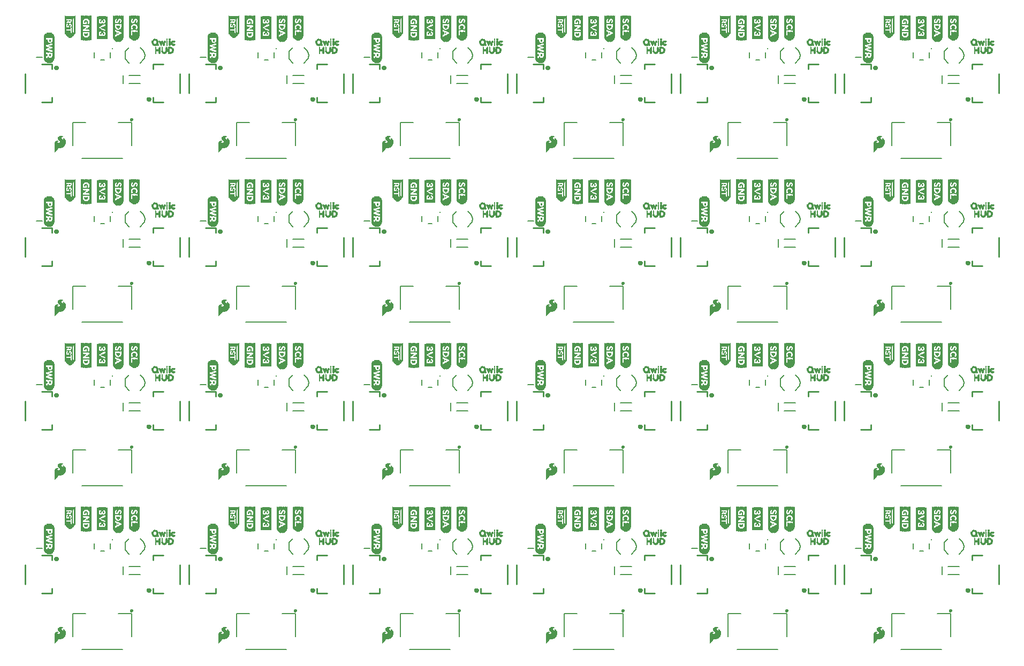
<source format=gto>
G75*
%MOIN*%
%OFA0B0*%
%FSLAX25Y25*%
%IPPOS*%
%LPD*%
%AMOC8*
5,1,8,0,0,1.08239X$1,22.5*
%
%ADD10C,0.01000*%
%ADD11C,0.01575*%
%ADD12C,0.00700*%
%ADD13C,0.00500*%
%ADD14C,0.00800*%
%ADD15C,0.01000*%
%ADD16R,0.00157X0.11024*%
%ADD17R,0.00157X0.11181*%
%ADD18R,0.00157X0.11496*%
%ADD19R,0.00157X0.11654*%
%ADD20R,0.00157X0.01732*%
%ADD21R,0.00157X0.01575*%
%ADD22R,0.00157X0.01890*%
%ADD23R,0.00157X0.02047*%
%ADD24R,0.00157X0.02362*%
%ADD25R,0.00157X0.12756*%
%ADD26R,0.00157X0.12913*%
%ADD27R,0.00157X0.13071*%
%ADD28R,0.00157X0.13228*%
%ADD29R,0.00157X0.00630*%
%ADD30R,0.00157X0.02992*%
%ADD31R,0.00157X0.01102*%
%ADD32R,0.00157X0.00315*%
%ADD33R,0.00157X0.00787*%
%ADD34R,0.00157X0.00157*%
%ADD35R,0.00157X0.03150*%
%ADD36R,0.00157X0.03307*%
%ADD37R,0.00157X0.01417*%
%ADD38R,0.00157X0.04409*%
%ADD39R,0.00157X0.04567*%
%ADD40R,0.00157X0.00945*%
%ADD41R,0.00157X0.02835*%
%ADD42R,0.00157X0.02677*%
%ADD43R,0.00157X0.00472*%
%ADD44R,0.00157X0.01260*%
%ADD45R,0.00157X0.04252*%
%ADD46R,0.00157X0.04094*%
%ADD47R,0.00157X0.03937*%
%ADD48R,0.00157X0.03780*%
%ADD49R,0.00157X0.03622*%
%ADD50R,0.00157X0.03465*%
%ADD51R,0.00157X0.11811*%
%ADD52R,0.00157X0.15276*%
%ADD53R,0.00157X0.02520*%
%ADD54R,0.00157X0.02205*%
%ADD55R,0.00157X0.14331*%
%ADD56R,0.00157X0.07087*%
%ADD57R,0.00157X0.13858*%
%ADD58R,0.00157X0.14646*%
%ADD59R,0.00157X0.14961*%
%ADD60R,0.00157X0.15118*%
%ADD61R,0.00157X0.15433*%
%ADD62R,0.00157X0.11969*%
%ADD63R,0.00157X0.13386*%
%ADD64R,0.00157X0.13701*%
%ADD65R,0.00157X0.14016*%
%ADD66R,0.00157X0.14173*%
%ADD67R,0.00157X0.14488*%
%ADD68R,0.00157X0.04882*%
%ADD69R,0.00157X0.05039*%
%ADD70R,0.00157X0.05197*%
%ADD71R,0.00157X0.15906*%
%ADD72R,0.00157X0.16535*%
%ADD73R,0.00157X0.16850*%
%ADD74R,0.00157X0.17165*%
%ADD75R,0.00157X0.17480*%
%ADD76R,0.00157X0.06614*%
%ADD77R,0.00157X0.06772*%
%ADD78C,0.00300*%
%ADD79R,0.00630X0.00157*%
%ADD80R,0.00787X0.00157*%
%ADD81R,0.00945X0.00157*%
%ADD82R,0.01102X0.00157*%
%ADD83R,0.01732X0.00157*%
%ADD84R,0.02362X0.00157*%
%ADD85R,0.02677X0.00157*%
%ADD86R,0.02992X0.00157*%
%ADD87R,0.03307X0.00157*%
%ADD88R,0.00315X0.00157*%
%ADD89R,0.00472X0.00157*%
%ADD90R,0.03622X0.00157*%
%ADD91R,0.01417X0.00157*%
%ADD92R,0.01260X0.00157*%
%ADD93R,0.02047X0.00157*%
%ADD94R,0.02520X0.00157*%
%ADD95R,0.03780X0.00157*%
%ADD96R,0.03465X0.00157*%
%ADD97R,0.01575X0.00157*%
%ADD98R,0.04094X0.00157*%
%ADD99R,0.03937X0.00157*%
%ADD100R,0.02205X0.00157*%
%ADD101R,0.02835X0.00157*%
%ADD102R,0.03150X0.00157*%
D10*
X0040876Y0066939D02*
X0047372Y0066939D01*
X0047372Y0069892D01*
X0030640Y0072844D02*
X0030640Y0084656D01*
X0040876Y0090561D02*
X0047372Y0090561D01*
X0047372Y0087608D01*
X0096250Y0056250D02*
X0096252Y0056294D01*
X0096258Y0056338D01*
X0096268Y0056381D01*
X0096281Y0056423D01*
X0096298Y0056464D01*
X0096319Y0056503D01*
X0096343Y0056540D01*
X0096370Y0056575D01*
X0096400Y0056607D01*
X0096433Y0056637D01*
X0096469Y0056663D01*
X0096506Y0056687D01*
X0096546Y0056706D01*
X0096587Y0056723D01*
X0096630Y0056735D01*
X0096673Y0056744D01*
X0096717Y0056749D01*
X0096761Y0056750D01*
X0096805Y0056747D01*
X0096849Y0056740D01*
X0096892Y0056729D01*
X0096934Y0056715D01*
X0096974Y0056697D01*
X0097013Y0056675D01*
X0097049Y0056651D01*
X0097083Y0056623D01*
X0097115Y0056592D01*
X0097144Y0056558D01*
X0097170Y0056522D01*
X0097192Y0056484D01*
X0097211Y0056444D01*
X0097226Y0056402D01*
X0097238Y0056360D01*
X0097246Y0056316D01*
X0097250Y0056272D01*
X0097250Y0056228D01*
X0097246Y0056184D01*
X0097238Y0056140D01*
X0097226Y0056098D01*
X0097211Y0056056D01*
X0097192Y0056016D01*
X0097170Y0055978D01*
X0097144Y0055942D01*
X0097115Y0055908D01*
X0097083Y0055877D01*
X0097049Y0055849D01*
X0097013Y0055825D01*
X0096974Y0055803D01*
X0096934Y0055785D01*
X0096892Y0055771D01*
X0096849Y0055760D01*
X0096805Y0055753D01*
X0096761Y0055750D01*
X0096717Y0055751D01*
X0096673Y0055756D01*
X0096630Y0055765D01*
X0096587Y0055777D01*
X0096546Y0055794D01*
X0096506Y0055813D01*
X0096469Y0055837D01*
X0096433Y0055863D01*
X0096400Y0055893D01*
X0096370Y0055925D01*
X0096343Y0055960D01*
X0096319Y0055997D01*
X0096298Y0056036D01*
X0096281Y0056077D01*
X0096268Y0056119D01*
X0096258Y0056162D01*
X0096252Y0056206D01*
X0096250Y0056250D01*
X0110128Y0066939D02*
X0110128Y0069892D01*
X0110128Y0066939D02*
X0116624Y0066939D01*
X0126860Y0072844D02*
X0126860Y0084656D01*
X0132640Y0084656D02*
X0132640Y0072844D01*
X0142876Y0066939D02*
X0149372Y0066939D01*
X0149372Y0069892D01*
X0149372Y0087608D02*
X0149372Y0090561D01*
X0142876Y0090561D01*
X0116624Y0090561D02*
X0110128Y0090561D01*
X0110128Y0087608D01*
X0198250Y0056250D02*
X0198252Y0056294D01*
X0198258Y0056338D01*
X0198268Y0056381D01*
X0198281Y0056423D01*
X0198298Y0056464D01*
X0198319Y0056503D01*
X0198343Y0056540D01*
X0198370Y0056575D01*
X0198400Y0056607D01*
X0198433Y0056637D01*
X0198469Y0056663D01*
X0198506Y0056687D01*
X0198546Y0056706D01*
X0198587Y0056723D01*
X0198630Y0056735D01*
X0198673Y0056744D01*
X0198717Y0056749D01*
X0198761Y0056750D01*
X0198805Y0056747D01*
X0198849Y0056740D01*
X0198892Y0056729D01*
X0198934Y0056715D01*
X0198974Y0056697D01*
X0199013Y0056675D01*
X0199049Y0056651D01*
X0199083Y0056623D01*
X0199115Y0056592D01*
X0199144Y0056558D01*
X0199170Y0056522D01*
X0199192Y0056484D01*
X0199211Y0056444D01*
X0199226Y0056402D01*
X0199238Y0056360D01*
X0199246Y0056316D01*
X0199250Y0056272D01*
X0199250Y0056228D01*
X0199246Y0056184D01*
X0199238Y0056140D01*
X0199226Y0056098D01*
X0199211Y0056056D01*
X0199192Y0056016D01*
X0199170Y0055978D01*
X0199144Y0055942D01*
X0199115Y0055908D01*
X0199083Y0055877D01*
X0199049Y0055849D01*
X0199013Y0055825D01*
X0198974Y0055803D01*
X0198934Y0055785D01*
X0198892Y0055771D01*
X0198849Y0055760D01*
X0198805Y0055753D01*
X0198761Y0055750D01*
X0198717Y0055751D01*
X0198673Y0055756D01*
X0198630Y0055765D01*
X0198587Y0055777D01*
X0198546Y0055794D01*
X0198506Y0055813D01*
X0198469Y0055837D01*
X0198433Y0055863D01*
X0198400Y0055893D01*
X0198370Y0055925D01*
X0198343Y0055960D01*
X0198319Y0055997D01*
X0198298Y0056036D01*
X0198281Y0056077D01*
X0198268Y0056119D01*
X0198258Y0056162D01*
X0198252Y0056206D01*
X0198250Y0056250D01*
X0212128Y0066939D02*
X0212128Y0069892D01*
X0212128Y0066939D02*
X0218624Y0066939D01*
X0228860Y0072844D02*
X0228860Y0084656D01*
X0234640Y0084656D02*
X0234640Y0072844D01*
X0244876Y0066939D02*
X0251372Y0066939D01*
X0251372Y0069892D01*
X0251372Y0087608D02*
X0251372Y0090561D01*
X0244876Y0090561D01*
X0218624Y0090561D02*
X0212128Y0090561D01*
X0212128Y0087608D01*
X0300250Y0056250D02*
X0300252Y0056294D01*
X0300258Y0056338D01*
X0300268Y0056381D01*
X0300281Y0056423D01*
X0300298Y0056464D01*
X0300319Y0056503D01*
X0300343Y0056540D01*
X0300370Y0056575D01*
X0300400Y0056607D01*
X0300433Y0056637D01*
X0300469Y0056663D01*
X0300506Y0056687D01*
X0300546Y0056706D01*
X0300587Y0056723D01*
X0300630Y0056735D01*
X0300673Y0056744D01*
X0300717Y0056749D01*
X0300761Y0056750D01*
X0300805Y0056747D01*
X0300849Y0056740D01*
X0300892Y0056729D01*
X0300934Y0056715D01*
X0300974Y0056697D01*
X0301013Y0056675D01*
X0301049Y0056651D01*
X0301083Y0056623D01*
X0301115Y0056592D01*
X0301144Y0056558D01*
X0301170Y0056522D01*
X0301192Y0056484D01*
X0301211Y0056444D01*
X0301226Y0056402D01*
X0301238Y0056360D01*
X0301246Y0056316D01*
X0301250Y0056272D01*
X0301250Y0056228D01*
X0301246Y0056184D01*
X0301238Y0056140D01*
X0301226Y0056098D01*
X0301211Y0056056D01*
X0301192Y0056016D01*
X0301170Y0055978D01*
X0301144Y0055942D01*
X0301115Y0055908D01*
X0301083Y0055877D01*
X0301049Y0055849D01*
X0301013Y0055825D01*
X0300974Y0055803D01*
X0300934Y0055785D01*
X0300892Y0055771D01*
X0300849Y0055760D01*
X0300805Y0055753D01*
X0300761Y0055750D01*
X0300717Y0055751D01*
X0300673Y0055756D01*
X0300630Y0055765D01*
X0300587Y0055777D01*
X0300546Y0055794D01*
X0300506Y0055813D01*
X0300469Y0055837D01*
X0300433Y0055863D01*
X0300400Y0055893D01*
X0300370Y0055925D01*
X0300343Y0055960D01*
X0300319Y0055997D01*
X0300298Y0056036D01*
X0300281Y0056077D01*
X0300268Y0056119D01*
X0300258Y0056162D01*
X0300252Y0056206D01*
X0300250Y0056250D01*
X0314128Y0066939D02*
X0314128Y0069892D01*
X0314128Y0066939D02*
X0320624Y0066939D01*
X0330860Y0072844D02*
X0330860Y0084656D01*
X0336640Y0084656D02*
X0336640Y0072844D01*
X0346876Y0066939D02*
X0353372Y0066939D01*
X0353372Y0069892D01*
X0353372Y0087608D02*
X0353372Y0090561D01*
X0346876Y0090561D01*
X0320624Y0090561D02*
X0314128Y0090561D01*
X0314128Y0087608D01*
X0402250Y0056250D02*
X0402252Y0056294D01*
X0402258Y0056338D01*
X0402268Y0056381D01*
X0402281Y0056423D01*
X0402298Y0056464D01*
X0402319Y0056503D01*
X0402343Y0056540D01*
X0402370Y0056575D01*
X0402400Y0056607D01*
X0402433Y0056637D01*
X0402469Y0056663D01*
X0402506Y0056687D01*
X0402546Y0056706D01*
X0402587Y0056723D01*
X0402630Y0056735D01*
X0402673Y0056744D01*
X0402717Y0056749D01*
X0402761Y0056750D01*
X0402805Y0056747D01*
X0402849Y0056740D01*
X0402892Y0056729D01*
X0402934Y0056715D01*
X0402974Y0056697D01*
X0403013Y0056675D01*
X0403049Y0056651D01*
X0403083Y0056623D01*
X0403115Y0056592D01*
X0403144Y0056558D01*
X0403170Y0056522D01*
X0403192Y0056484D01*
X0403211Y0056444D01*
X0403226Y0056402D01*
X0403238Y0056360D01*
X0403246Y0056316D01*
X0403250Y0056272D01*
X0403250Y0056228D01*
X0403246Y0056184D01*
X0403238Y0056140D01*
X0403226Y0056098D01*
X0403211Y0056056D01*
X0403192Y0056016D01*
X0403170Y0055978D01*
X0403144Y0055942D01*
X0403115Y0055908D01*
X0403083Y0055877D01*
X0403049Y0055849D01*
X0403013Y0055825D01*
X0402974Y0055803D01*
X0402934Y0055785D01*
X0402892Y0055771D01*
X0402849Y0055760D01*
X0402805Y0055753D01*
X0402761Y0055750D01*
X0402717Y0055751D01*
X0402673Y0055756D01*
X0402630Y0055765D01*
X0402587Y0055777D01*
X0402546Y0055794D01*
X0402506Y0055813D01*
X0402469Y0055837D01*
X0402433Y0055863D01*
X0402400Y0055893D01*
X0402370Y0055925D01*
X0402343Y0055960D01*
X0402319Y0055997D01*
X0402298Y0056036D01*
X0402281Y0056077D01*
X0402268Y0056119D01*
X0402258Y0056162D01*
X0402252Y0056206D01*
X0402250Y0056250D01*
X0416128Y0066939D02*
X0416128Y0069892D01*
X0416128Y0066939D02*
X0422624Y0066939D01*
X0432860Y0072844D02*
X0432860Y0084656D01*
X0438640Y0084656D02*
X0438640Y0072844D01*
X0448876Y0066939D02*
X0455372Y0066939D01*
X0455372Y0069892D01*
X0455372Y0087608D02*
X0455372Y0090561D01*
X0448876Y0090561D01*
X0422624Y0090561D02*
X0416128Y0090561D01*
X0416128Y0087608D01*
X0504250Y0056250D02*
X0504252Y0056294D01*
X0504258Y0056338D01*
X0504268Y0056381D01*
X0504281Y0056423D01*
X0504298Y0056464D01*
X0504319Y0056503D01*
X0504343Y0056540D01*
X0504370Y0056575D01*
X0504400Y0056607D01*
X0504433Y0056637D01*
X0504469Y0056663D01*
X0504506Y0056687D01*
X0504546Y0056706D01*
X0504587Y0056723D01*
X0504630Y0056735D01*
X0504673Y0056744D01*
X0504717Y0056749D01*
X0504761Y0056750D01*
X0504805Y0056747D01*
X0504849Y0056740D01*
X0504892Y0056729D01*
X0504934Y0056715D01*
X0504974Y0056697D01*
X0505013Y0056675D01*
X0505049Y0056651D01*
X0505083Y0056623D01*
X0505115Y0056592D01*
X0505144Y0056558D01*
X0505170Y0056522D01*
X0505192Y0056484D01*
X0505211Y0056444D01*
X0505226Y0056402D01*
X0505238Y0056360D01*
X0505246Y0056316D01*
X0505250Y0056272D01*
X0505250Y0056228D01*
X0505246Y0056184D01*
X0505238Y0056140D01*
X0505226Y0056098D01*
X0505211Y0056056D01*
X0505192Y0056016D01*
X0505170Y0055978D01*
X0505144Y0055942D01*
X0505115Y0055908D01*
X0505083Y0055877D01*
X0505049Y0055849D01*
X0505013Y0055825D01*
X0504974Y0055803D01*
X0504934Y0055785D01*
X0504892Y0055771D01*
X0504849Y0055760D01*
X0504805Y0055753D01*
X0504761Y0055750D01*
X0504717Y0055751D01*
X0504673Y0055756D01*
X0504630Y0055765D01*
X0504587Y0055777D01*
X0504546Y0055794D01*
X0504506Y0055813D01*
X0504469Y0055837D01*
X0504433Y0055863D01*
X0504400Y0055893D01*
X0504370Y0055925D01*
X0504343Y0055960D01*
X0504319Y0055997D01*
X0504298Y0056036D01*
X0504281Y0056077D01*
X0504268Y0056119D01*
X0504258Y0056162D01*
X0504252Y0056206D01*
X0504250Y0056250D01*
X0518128Y0066939D02*
X0518128Y0069892D01*
X0518128Y0066939D02*
X0524624Y0066939D01*
X0534860Y0072844D02*
X0534860Y0084656D01*
X0540640Y0084656D02*
X0540640Y0072844D01*
X0550876Y0066939D02*
X0557372Y0066939D01*
X0557372Y0069892D01*
X0557372Y0087608D02*
X0557372Y0090561D01*
X0550876Y0090561D01*
X0524624Y0090561D02*
X0518128Y0090561D01*
X0518128Y0087608D01*
X0606250Y0056250D02*
X0606252Y0056294D01*
X0606258Y0056338D01*
X0606268Y0056381D01*
X0606281Y0056423D01*
X0606298Y0056464D01*
X0606319Y0056503D01*
X0606343Y0056540D01*
X0606370Y0056575D01*
X0606400Y0056607D01*
X0606433Y0056637D01*
X0606469Y0056663D01*
X0606506Y0056687D01*
X0606546Y0056706D01*
X0606587Y0056723D01*
X0606630Y0056735D01*
X0606673Y0056744D01*
X0606717Y0056749D01*
X0606761Y0056750D01*
X0606805Y0056747D01*
X0606849Y0056740D01*
X0606892Y0056729D01*
X0606934Y0056715D01*
X0606974Y0056697D01*
X0607013Y0056675D01*
X0607049Y0056651D01*
X0607083Y0056623D01*
X0607115Y0056592D01*
X0607144Y0056558D01*
X0607170Y0056522D01*
X0607192Y0056484D01*
X0607211Y0056444D01*
X0607226Y0056402D01*
X0607238Y0056360D01*
X0607246Y0056316D01*
X0607250Y0056272D01*
X0607250Y0056228D01*
X0607246Y0056184D01*
X0607238Y0056140D01*
X0607226Y0056098D01*
X0607211Y0056056D01*
X0607192Y0056016D01*
X0607170Y0055978D01*
X0607144Y0055942D01*
X0607115Y0055908D01*
X0607083Y0055877D01*
X0607049Y0055849D01*
X0607013Y0055825D01*
X0606974Y0055803D01*
X0606934Y0055785D01*
X0606892Y0055771D01*
X0606849Y0055760D01*
X0606805Y0055753D01*
X0606761Y0055750D01*
X0606717Y0055751D01*
X0606673Y0055756D01*
X0606630Y0055765D01*
X0606587Y0055777D01*
X0606546Y0055794D01*
X0606506Y0055813D01*
X0606469Y0055837D01*
X0606433Y0055863D01*
X0606400Y0055893D01*
X0606370Y0055925D01*
X0606343Y0055960D01*
X0606319Y0055997D01*
X0606298Y0056036D01*
X0606281Y0056077D01*
X0606268Y0056119D01*
X0606258Y0056162D01*
X0606252Y0056206D01*
X0606250Y0056250D01*
X0620128Y0066939D02*
X0620128Y0069892D01*
X0620128Y0066939D02*
X0626624Y0066939D01*
X0636860Y0072844D02*
X0636860Y0084656D01*
X0626624Y0090561D02*
X0620128Y0090561D01*
X0620128Y0087608D01*
X0606250Y0158250D02*
X0606252Y0158294D01*
X0606258Y0158338D01*
X0606268Y0158381D01*
X0606281Y0158423D01*
X0606298Y0158464D01*
X0606319Y0158503D01*
X0606343Y0158540D01*
X0606370Y0158575D01*
X0606400Y0158607D01*
X0606433Y0158637D01*
X0606469Y0158663D01*
X0606506Y0158687D01*
X0606546Y0158706D01*
X0606587Y0158723D01*
X0606630Y0158735D01*
X0606673Y0158744D01*
X0606717Y0158749D01*
X0606761Y0158750D01*
X0606805Y0158747D01*
X0606849Y0158740D01*
X0606892Y0158729D01*
X0606934Y0158715D01*
X0606974Y0158697D01*
X0607013Y0158675D01*
X0607049Y0158651D01*
X0607083Y0158623D01*
X0607115Y0158592D01*
X0607144Y0158558D01*
X0607170Y0158522D01*
X0607192Y0158484D01*
X0607211Y0158444D01*
X0607226Y0158402D01*
X0607238Y0158360D01*
X0607246Y0158316D01*
X0607250Y0158272D01*
X0607250Y0158228D01*
X0607246Y0158184D01*
X0607238Y0158140D01*
X0607226Y0158098D01*
X0607211Y0158056D01*
X0607192Y0158016D01*
X0607170Y0157978D01*
X0607144Y0157942D01*
X0607115Y0157908D01*
X0607083Y0157877D01*
X0607049Y0157849D01*
X0607013Y0157825D01*
X0606974Y0157803D01*
X0606934Y0157785D01*
X0606892Y0157771D01*
X0606849Y0157760D01*
X0606805Y0157753D01*
X0606761Y0157750D01*
X0606717Y0157751D01*
X0606673Y0157756D01*
X0606630Y0157765D01*
X0606587Y0157777D01*
X0606546Y0157794D01*
X0606506Y0157813D01*
X0606469Y0157837D01*
X0606433Y0157863D01*
X0606400Y0157893D01*
X0606370Y0157925D01*
X0606343Y0157960D01*
X0606319Y0157997D01*
X0606298Y0158036D01*
X0606281Y0158077D01*
X0606268Y0158119D01*
X0606258Y0158162D01*
X0606252Y0158206D01*
X0606250Y0158250D01*
X0620128Y0168939D02*
X0620128Y0171892D01*
X0620128Y0168939D02*
X0626624Y0168939D01*
X0636860Y0174844D02*
X0636860Y0186656D01*
X0626624Y0192561D02*
X0620128Y0192561D01*
X0620128Y0189608D01*
X0557372Y0189608D02*
X0557372Y0192561D01*
X0550876Y0192561D01*
X0540640Y0186656D02*
X0540640Y0174844D01*
X0534860Y0174844D02*
X0534860Y0186656D01*
X0524624Y0192561D02*
X0518128Y0192561D01*
X0518128Y0189608D01*
X0518128Y0171892D02*
X0518128Y0168939D01*
X0524624Y0168939D01*
X0504250Y0158250D02*
X0504252Y0158294D01*
X0504258Y0158338D01*
X0504268Y0158381D01*
X0504281Y0158423D01*
X0504298Y0158464D01*
X0504319Y0158503D01*
X0504343Y0158540D01*
X0504370Y0158575D01*
X0504400Y0158607D01*
X0504433Y0158637D01*
X0504469Y0158663D01*
X0504506Y0158687D01*
X0504546Y0158706D01*
X0504587Y0158723D01*
X0504630Y0158735D01*
X0504673Y0158744D01*
X0504717Y0158749D01*
X0504761Y0158750D01*
X0504805Y0158747D01*
X0504849Y0158740D01*
X0504892Y0158729D01*
X0504934Y0158715D01*
X0504974Y0158697D01*
X0505013Y0158675D01*
X0505049Y0158651D01*
X0505083Y0158623D01*
X0505115Y0158592D01*
X0505144Y0158558D01*
X0505170Y0158522D01*
X0505192Y0158484D01*
X0505211Y0158444D01*
X0505226Y0158402D01*
X0505238Y0158360D01*
X0505246Y0158316D01*
X0505250Y0158272D01*
X0505250Y0158228D01*
X0505246Y0158184D01*
X0505238Y0158140D01*
X0505226Y0158098D01*
X0505211Y0158056D01*
X0505192Y0158016D01*
X0505170Y0157978D01*
X0505144Y0157942D01*
X0505115Y0157908D01*
X0505083Y0157877D01*
X0505049Y0157849D01*
X0505013Y0157825D01*
X0504974Y0157803D01*
X0504934Y0157785D01*
X0504892Y0157771D01*
X0504849Y0157760D01*
X0504805Y0157753D01*
X0504761Y0157750D01*
X0504717Y0157751D01*
X0504673Y0157756D01*
X0504630Y0157765D01*
X0504587Y0157777D01*
X0504546Y0157794D01*
X0504506Y0157813D01*
X0504469Y0157837D01*
X0504433Y0157863D01*
X0504400Y0157893D01*
X0504370Y0157925D01*
X0504343Y0157960D01*
X0504319Y0157997D01*
X0504298Y0158036D01*
X0504281Y0158077D01*
X0504268Y0158119D01*
X0504258Y0158162D01*
X0504252Y0158206D01*
X0504250Y0158250D01*
X0455372Y0168939D02*
X0448876Y0168939D01*
X0455372Y0168939D02*
X0455372Y0171892D01*
X0438640Y0174844D02*
X0438640Y0186656D01*
X0432860Y0186656D02*
X0432860Y0174844D01*
X0422624Y0168939D02*
X0416128Y0168939D01*
X0416128Y0171892D01*
X0416128Y0189608D02*
X0416128Y0192561D01*
X0422624Y0192561D01*
X0448876Y0192561D02*
X0455372Y0192561D01*
X0455372Y0189608D01*
X0402250Y0158250D02*
X0402252Y0158294D01*
X0402258Y0158338D01*
X0402268Y0158381D01*
X0402281Y0158423D01*
X0402298Y0158464D01*
X0402319Y0158503D01*
X0402343Y0158540D01*
X0402370Y0158575D01*
X0402400Y0158607D01*
X0402433Y0158637D01*
X0402469Y0158663D01*
X0402506Y0158687D01*
X0402546Y0158706D01*
X0402587Y0158723D01*
X0402630Y0158735D01*
X0402673Y0158744D01*
X0402717Y0158749D01*
X0402761Y0158750D01*
X0402805Y0158747D01*
X0402849Y0158740D01*
X0402892Y0158729D01*
X0402934Y0158715D01*
X0402974Y0158697D01*
X0403013Y0158675D01*
X0403049Y0158651D01*
X0403083Y0158623D01*
X0403115Y0158592D01*
X0403144Y0158558D01*
X0403170Y0158522D01*
X0403192Y0158484D01*
X0403211Y0158444D01*
X0403226Y0158402D01*
X0403238Y0158360D01*
X0403246Y0158316D01*
X0403250Y0158272D01*
X0403250Y0158228D01*
X0403246Y0158184D01*
X0403238Y0158140D01*
X0403226Y0158098D01*
X0403211Y0158056D01*
X0403192Y0158016D01*
X0403170Y0157978D01*
X0403144Y0157942D01*
X0403115Y0157908D01*
X0403083Y0157877D01*
X0403049Y0157849D01*
X0403013Y0157825D01*
X0402974Y0157803D01*
X0402934Y0157785D01*
X0402892Y0157771D01*
X0402849Y0157760D01*
X0402805Y0157753D01*
X0402761Y0157750D01*
X0402717Y0157751D01*
X0402673Y0157756D01*
X0402630Y0157765D01*
X0402587Y0157777D01*
X0402546Y0157794D01*
X0402506Y0157813D01*
X0402469Y0157837D01*
X0402433Y0157863D01*
X0402400Y0157893D01*
X0402370Y0157925D01*
X0402343Y0157960D01*
X0402319Y0157997D01*
X0402298Y0158036D01*
X0402281Y0158077D01*
X0402268Y0158119D01*
X0402258Y0158162D01*
X0402252Y0158206D01*
X0402250Y0158250D01*
X0353372Y0168939D02*
X0346876Y0168939D01*
X0353372Y0168939D02*
X0353372Y0171892D01*
X0336640Y0174844D02*
X0336640Y0186656D01*
X0330860Y0186656D02*
X0330860Y0174844D01*
X0320624Y0168939D02*
X0314128Y0168939D01*
X0314128Y0171892D01*
X0314128Y0189608D02*
X0314128Y0192561D01*
X0320624Y0192561D01*
X0346876Y0192561D02*
X0353372Y0192561D01*
X0353372Y0189608D01*
X0300250Y0158250D02*
X0300252Y0158294D01*
X0300258Y0158338D01*
X0300268Y0158381D01*
X0300281Y0158423D01*
X0300298Y0158464D01*
X0300319Y0158503D01*
X0300343Y0158540D01*
X0300370Y0158575D01*
X0300400Y0158607D01*
X0300433Y0158637D01*
X0300469Y0158663D01*
X0300506Y0158687D01*
X0300546Y0158706D01*
X0300587Y0158723D01*
X0300630Y0158735D01*
X0300673Y0158744D01*
X0300717Y0158749D01*
X0300761Y0158750D01*
X0300805Y0158747D01*
X0300849Y0158740D01*
X0300892Y0158729D01*
X0300934Y0158715D01*
X0300974Y0158697D01*
X0301013Y0158675D01*
X0301049Y0158651D01*
X0301083Y0158623D01*
X0301115Y0158592D01*
X0301144Y0158558D01*
X0301170Y0158522D01*
X0301192Y0158484D01*
X0301211Y0158444D01*
X0301226Y0158402D01*
X0301238Y0158360D01*
X0301246Y0158316D01*
X0301250Y0158272D01*
X0301250Y0158228D01*
X0301246Y0158184D01*
X0301238Y0158140D01*
X0301226Y0158098D01*
X0301211Y0158056D01*
X0301192Y0158016D01*
X0301170Y0157978D01*
X0301144Y0157942D01*
X0301115Y0157908D01*
X0301083Y0157877D01*
X0301049Y0157849D01*
X0301013Y0157825D01*
X0300974Y0157803D01*
X0300934Y0157785D01*
X0300892Y0157771D01*
X0300849Y0157760D01*
X0300805Y0157753D01*
X0300761Y0157750D01*
X0300717Y0157751D01*
X0300673Y0157756D01*
X0300630Y0157765D01*
X0300587Y0157777D01*
X0300546Y0157794D01*
X0300506Y0157813D01*
X0300469Y0157837D01*
X0300433Y0157863D01*
X0300400Y0157893D01*
X0300370Y0157925D01*
X0300343Y0157960D01*
X0300319Y0157997D01*
X0300298Y0158036D01*
X0300281Y0158077D01*
X0300268Y0158119D01*
X0300258Y0158162D01*
X0300252Y0158206D01*
X0300250Y0158250D01*
X0251372Y0168939D02*
X0244876Y0168939D01*
X0251372Y0168939D02*
X0251372Y0171892D01*
X0234640Y0174844D02*
X0234640Y0186656D01*
X0228860Y0186656D02*
X0228860Y0174844D01*
X0218624Y0168939D02*
X0212128Y0168939D01*
X0212128Y0171892D01*
X0212128Y0189608D02*
X0212128Y0192561D01*
X0218624Y0192561D01*
X0244876Y0192561D02*
X0251372Y0192561D01*
X0251372Y0189608D01*
X0198250Y0158250D02*
X0198252Y0158294D01*
X0198258Y0158338D01*
X0198268Y0158381D01*
X0198281Y0158423D01*
X0198298Y0158464D01*
X0198319Y0158503D01*
X0198343Y0158540D01*
X0198370Y0158575D01*
X0198400Y0158607D01*
X0198433Y0158637D01*
X0198469Y0158663D01*
X0198506Y0158687D01*
X0198546Y0158706D01*
X0198587Y0158723D01*
X0198630Y0158735D01*
X0198673Y0158744D01*
X0198717Y0158749D01*
X0198761Y0158750D01*
X0198805Y0158747D01*
X0198849Y0158740D01*
X0198892Y0158729D01*
X0198934Y0158715D01*
X0198974Y0158697D01*
X0199013Y0158675D01*
X0199049Y0158651D01*
X0199083Y0158623D01*
X0199115Y0158592D01*
X0199144Y0158558D01*
X0199170Y0158522D01*
X0199192Y0158484D01*
X0199211Y0158444D01*
X0199226Y0158402D01*
X0199238Y0158360D01*
X0199246Y0158316D01*
X0199250Y0158272D01*
X0199250Y0158228D01*
X0199246Y0158184D01*
X0199238Y0158140D01*
X0199226Y0158098D01*
X0199211Y0158056D01*
X0199192Y0158016D01*
X0199170Y0157978D01*
X0199144Y0157942D01*
X0199115Y0157908D01*
X0199083Y0157877D01*
X0199049Y0157849D01*
X0199013Y0157825D01*
X0198974Y0157803D01*
X0198934Y0157785D01*
X0198892Y0157771D01*
X0198849Y0157760D01*
X0198805Y0157753D01*
X0198761Y0157750D01*
X0198717Y0157751D01*
X0198673Y0157756D01*
X0198630Y0157765D01*
X0198587Y0157777D01*
X0198546Y0157794D01*
X0198506Y0157813D01*
X0198469Y0157837D01*
X0198433Y0157863D01*
X0198400Y0157893D01*
X0198370Y0157925D01*
X0198343Y0157960D01*
X0198319Y0157997D01*
X0198298Y0158036D01*
X0198281Y0158077D01*
X0198268Y0158119D01*
X0198258Y0158162D01*
X0198252Y0158206D01*
X0198250Y0158250D01*
X0149372Y0168939D02*
X0142876Y0168939D01*
X0149372Y0168939D02*
X0149372Y0171892D01*
X0132640Y0174844D02*
X0132640Y0186656D01*
X0126860Y0186656D02*
X0126860Y0174844D01*
X0116624Y0168939D02*
X0110128Y0168939D01*
X0110128Y0171892D01*
X0110128Y0189608D02*
X0110128Y0192561D01*
X0116624Y0192561D01*
X0142876Y0192561D02*
X0149372Y0192561D01*
X0149372Y0189608D01*
X0096250Y0158250D02*
X0096252Y0158294D01*
X0096258Y0158338D01*
X0096268Y0158381D01*
X0096281Y0158423D01*
X0096298Y0158464D01*
X0096319Y0158503D01*
X0096343Y0158540D01*
X0096370Y0158575D01*
X0096400Y0158607D01*
X0096433Y0158637D01*
X0096469Y0158663D01*
X0096506Y0158687D01*
X0096546Y0158706D01*
X0096587Y0158723D01*
X0096630Y0158735D01*
X0096673Y0158744D01*
X0096717Y0158749D01*
X0096761Y0158750D01*
X0096805Y0158747D01*
X0096849Y0158740D01*
X0096892Y0158729D01*
X0096934Y0158715D01*
X0096974Y0158697D01*
X0097013Y0158675D01*
X0097049Y0158651D01*
X0097083Y0158623D01*
X0097115Y0158592D01*
X0097144Y0158558D01*
X0097170Y0158522D01*
X0097192Y0158484D01*
X0097211Y0158444D01*
X0097226Y0158402D01*
X0097238Y0158360D01*
X0097246Y0158316D01*
X0097250Y0158272D01*
X0097250Y0158228D01*
X0097246Y0158184D01*
X0097238Y0158140D01*
X0097226Y0158098D01*
X0097211Y0158056D01*
X0097192Y0158016D01*
X0097170Y0157978D01*
X0097144Y0157942D01*
X0097115Y0157908D01*
X0097083Y0157877D01*
X0097049Y0157849D01*
X0097013Y0157825D01*
X0096974Y0157803D01*
X0096934Y0157785D01*
X0096892Y0157771D01*
X0096849Y0157760D01*
X0096805Y0157753D01*
X0096761Y0157750D01*
X0096717Y0157751D01*
X0096673Y0157756D01*
X0096630Y0157765D01*
X0096587Y0157777D01*
X0096546Y0157794D01*
X0096506Y0157813D01*
X0096469Y0157837D01*
X0096433Y0157863D01*
X0096400Y0157893D01*
X0096370Y0157925D01*
X0096343Y0157960D01*
X0096319Y0157997D01*
X0096298Y0158036D01*
X0096281Y0158077D01*
X0096268Y0158119D01*
X0096258Y0158162D01*
X0096252Y0158206D01*
X0096250Y0158250D01*
X0047372Y0168939D02*
X0040876Y0168939D01*
X0047372Y0168939D02*
X0047372Y0171892D01*
X0030640Y0174844D02*
X0030640Y0186656D01*
X0040876Y0192561D02*
X0047372Y0192561D01*
X0047372Y0189608D01*
X0096250Y0260250D02*
X0096252Y0260294D01*
X0096258Y0260338D01*
X0096268Y0260381D01*
X0096281Y0260423D01*
X0096298Y0260464D01*
X0096319Y0260503D01*
X0096343Y0260540D01*
X0096370Y0260575D01*
X0096400Y0260607D01*
X0096433Y0260637D01*
X0096469Y0260663D01*
X0096506Y0260687D01*
X0096546Y0260706D01*
X0096587Y0260723D01*
X0096630Y0260735D01*
X0096673Y0260744D01*
X0096717Y0260749D01*
X0096761Y0260750D01*
X0096805Y0260747D01*
X0096849Y0260740D01*
X0096892Y0260729D01*
X0096934Y0260715D01*
X0096974Y0260697D01*
X0097013Y0260675D01*
X0097049Y0260651D01*
X0097083Y0260623D01*
X0097115Y0260592D01*
X0097144Y0260558D01*
X0097170Y0260522D01*
X0097192Y0260484D01*
X0097211Y0260444D01*
X0097226Y0260402D01*
X0097238Y0260360D01*
X0097246Y0260316D01*
X0097250Y0260272D01*
X0097250Y0260228D01*
X0097246Y0260184D01*
X0097238Y0260140D01*
X0097226Y0260098D01*
X0097211Y0260056D01*
X0097192Y0260016D01*
X0097170Y0259978D01*
X0097144Y0259942D01*
X0097115Y0259908D01*
X0097083Y0259877D01*
X0097049Y0259849D01*
X0097013Y0259825D01*
X0096974Y0259803D01*
X0096934Y0259785D01*
X0096892Y0259771D01*
X0096849Y0259760D01*
X0096805Y0259753D01*
X0096761Y0259750D01*
X0096717Y0259751D01*
X0096673Y0259756D01*
X0096630Y0259765D01*
X0096587Y0259777D01*
X0096546Y0259794D01*
X0096506Y0259813D01*
X0096469Y0259837D01*
X0096433Y0259863D01*
X0096400Y0259893D01*
X0096370Y0259925D01*
X0096343Y0259960D01*
X0096319Y0259997D01*
X0096298Y0260036D01*
X0096281Y0260077D01*
X0096268Y0260119D01*
X0096258Y0260162D01*
X0096252Y0260206D01*
X0096250Y0260250D01*
X0110128Y0270939D02*
X0110128Y0273892D01*
X0110128Y0270939D02*
X0116624Y0270939D01*
X0126860Y0276844D02*
X0126860Y0288656D01*
X0132640Y0288656D02*
X0132640Y0276844D01*
X0142876Y0270939D02*
X0149372Y0270939D01*
X0149372Y0273892D01*
X0149372Y0291608D02*
X0149372Y0294561D01*
X0142876Y0294561D01*
X0116624Y0294561D02*
X0110128Y0294561D01*
X0110128Y0291608D01*
X0047372Y0291608D02*
X0047372Y0294561D01*
X0040876Y0294561D01*
X0030640Y0288656D02*
X0030640Y0276844D01*
X0040876Y0270939D02*
X0047372Y0270939D01*
X0047372Y0273892D01*
X0096250Y0362250D02*
X0096252Y0362294D01*
X0096258Y0362338D01*
X0096268Y0362381D01*
X0096281Y0362423D01*
X0096298Y0362464D01*
X0096319Y0362503D01*
X0096343Y0362540D01*
X0096370Y0362575D01*
X0096400Y0362607D01*
X0096433Y0362637D01*
X0096469Y0362663D01*
X0096506Y0362687D01*
X0096546Y0362706D01*
X0096587Y0362723D01*
X0096630Y0362735D01*
X0096673Y0362744D01*
X0096717Y0362749D01*
X0096761Y0362750D01*
X0096805Y0362747D01*
X0096849Y0362740D01*
X0096892Y0362729D01*
X0096934Y0362715D01*
X0096974Y0362697D01*
X0097013Y0362675D01*
X0097049Y0362651D01*
X0097083Y0362623D01*
X0097115Y0362592D01*
X0097144Y0362558D01*
X0097170Y0362522D01*
X0097192Y0362484D01*
X0097211Y0362444D01*
X0097226Y0362402D01*
X0097238Y0362360D01*
X0097246Y0362316D01*
X0097250Y0362272D01*
X0097250Y0362228D01*
X0097246Y0362184D01*
X0097238Y0362140D01*
X0097226Y0362098D01*
X0097211Y0362056D01*
X0097192Y0362016D01*
X0097170Y0361978D01*
X0097144Y0361942D01*
X0097115Y0361908D01*
X0097083Y0361877D01*
X0097049Y0361849D01*
X0097013Y0361825D01*
X0096974Y0361803D01*
X0096934Y0361785D01*
X0096892Y0361771D01*
X0096849Y0361760D01*
X0096805Y0361753D01*
X0096761Y0361750D01*
X0096717Y0361751D01*
X0096673Y0361756D01*
X0096630Y0361765D01*
X0096587Y0361777D01*
X0096546Y0361794D01*
X0096506Y0361813D01*
X0096469Y0361837D01*
X0096433Y0361863D01*
X0096400Y0361893D01*
X0096370Y0361925D01*
X0096343Y0361960D01*
X0096319Y0361997D01*
X0096298Y0362036D01*
X0096281Y0362077D01*
X0096268Y0362119D01*
X0096258Y0362162D01*
X0096252Y0362206D01*
X0096250Y0362250D01*
X0110128Y0372939D02*
X0110128Y0375892D01*
X0110128Y0372939D02*
X0116624Y0372939D01*
X0126860Y0378844D02*
X0126860Y0390656D01*
X0132640Y0390656D02*
X0132640Y0378844D01*
X0142876Y0372939D02*
X0149372Y0372939D01*
X0149372Y0375892D01*
X0149372Y0393608D02*
X0149372Y0396561D01*
X0142876Y0396561D01*
X0116624Y0396561D02*
X0110128Y0396561D01*
X0110128Y0393608D01*
X0047372Y0393608D02*
X0047372Y0396561D01*
X0040876Y0396561D01*
X0030640Y0390656D02*
X0030640Y0378844D01*
X0040876Y0372939D02*
X0047372Y0372939D01*
X0047372Y0375892D01*
X0198250Y0362250D02*
X0198252Y0362294D01*
X0198258Y0362338D01*
X0198268Y0362381D01*
X0198281Y0362423D01*
X0198298Y0362464D01*
X0198319Y0362503D01*
X0198343Y0362540D01*
X0198370Y0362575D01*
X0198400Y0362607D01*
X0198433Y0362637D01*
X0198469Y0362663D01*
X0198506Y0362687D01*
X0198546Y0362706D01*
X0198587Y0362723D01*
X0198630Y0362735D01*
X0198673Y0362744D01*
X0198717Y0362749D01*
X0198761Y0362750D01*
X0198805Y0362747D01*
X0198849Y0362740D01*
X0198892Y0362729D01*
X0198934Y0362715D01*
X0198974Y0362697D01*
X0199013Y0362675D01*
X0199049Y0362651D01*
X0199083Y0362623D01*
X0199115Y0362592D01*
X0199144Y0362558D01*
X0199170Y0362522D01*
X0199192Y0362484D01*
X0199211Y0362444D01*
X0199226Y0362402D01*
X0199238Y0362360D01*
X0199246Y0362316D01*
X0199250Y0362272D01*
X0199250Y0362228D01*
X0199246Y0362184D01*
X0199238Y0362140D01*
X0199226Y0362098D01*
X0199211Y0362056D01*
X0199192Y0362016D01*
X0199170Y0361978D01*
X0199144Y0361942D01*
X0199115Y0361908D01*
X0199083Y0361877D01*
X0199049Y0361849D01*
X0199013Y0361825D01*
X0198974Y0361803D01*
X0198934Y0361785D01*
X0198892Y0361771D01*
X0198849Y0361760D01*
X0198805Y0361753D01*
X0198761Y0361750D01*
X0198717Y0361751D01*
X0198673Y0361756D01*
X0198630Y0361765D01*
X0198587Y0361777D01*
X0198546Y0361794D01*
X0198506Y0361813D01*
X0198469Y0361837D01*
X0198433Y0361863D01*
X0198400Y0361893D01*
X0198370Y0361925D01*
X0198343Y0361960D01*
X0198319Y0361997D01*
X0198298Y0362036D01*
X0198281Y0362077D01*
X0198268Y0362119D01*
X0198258Y0362162D01*
X0198252Y0362206D01*
X0198250Y0362250D01*
X0212128Y0372939D02*
X0212128Y0375892D01*
X0212128Y0372939D02*
X0218624Y0372939D01*
X0228860Y0378844D02*
X0228860Y0390656D01*
X0234640Y0390656D02*
X0234640Y0378844D01*
X0244876Y0372939D02*
X0251372Y0372939D01*
X0251372Y0375892D01*
X0251372Y0393608D02*
X0251372Y0396561D01*
X0244876Y0396561D01*
X0218624Y0396561D02*
X0212128Y0396561D01*
X0212128Y0393608D01*
X0300250Y0362250D02*
X0300252Y0362294D01*
X0300258Y0362338D01*
X0300268Y0362381D01*
X0300281Y0362423D01*
X0300298Y0362464D01*
X0300319Y0362503D01*
X0300343Y0362540D01*
X0300370Y0362575D01*
X0300400Y0362607D01*
X0300433Y0362637D01*
X0300469Y0362663D01*
X0300506Y0362687D01*
X0300546Y0362706D01*
X0300587Y0362723D01*
X0300630Y0362735D01*
X0300673Y0362744D01*
X0300717Y0362749D01*
X0300761Y0362750D01*
X0300805Y0362747D01*
X0300849Y0362740D01*
X0300892Y0362729D01*
X0300934Y0362715D01*
X0300974Y0362697D01*
X0301013Y0362675D01*
X0301049Y0362651D01*
X0301083Y0362623D01*
X0301115Y0362592D01*
X0301144Y0362558D01*
X0301170Y0362522D01*
X0301192Y0362484D01*
X0301211Y0362444D01*
X0301226Y0362402D01*
X0301238Y0362360D01*
X0301246Y0362316D01*
X0301250Y0362272D01*
X0301250Y0362228D01*
X0301246Y0362184D01*
X0301238Y0362140D01*
X0301226Y0362098D01*
X0301211Y0362056D01*
X0301192Y0362016D01*
X0301170Y0361978D01*
X0301144Y0361942D01*
X0301115Y0361908D01*
X0301083Y0361877D01*
X0301049Y0361849D01*
X0301013Y0361825D01*
X0300974Y0361803D01*
X0300934Y0361785D01*
X0300892Y0361771D01*
X0300849Y0361760D01*
X0300805Y0361753D01*
X0300761Y0361750D01*
X0300717Y0361751D01*
X0300673Y0361756D01*
X0300630Y0361765D01*
X0300587Y0361777D01*
X0300546Y0361794D01*
X0300506Y0361813D01*
X0300469Y0361837D01*
X0300433Y0361863D01*
X0300400Y0361893D01*
X0300370Y0361925D01*
X0300343Y0361960D01*
X0300319Y0361997D01*
X0300298Y0362036D01*
X0300281Y0362077D01*
X0300268Y0362119D01*
X0300258Y0362162D01*
X0300252Y0362206D01*
X0300250Y0362250D01*
X0314128Y0372939D02*
X0314128Y0375892D01*
X0314128Y0372939D02*
X0320624Y0372939D01*
X0330860Y0378844D02*
X0330860Y0390656D01*
X0336640Y0390656D02*
X0336640Y0378844D01*
X0346876Y0372939D02*
X0353372Y0372939D01*
X0353372Y0375892D01*
X0353372Y0393608D02*
X0353372Y0396561D01*
X0346876Y0396561D01*
X0320624Y0396561D02*
X0314128Y0396561D01*
X0314128Y0393608D01*
X0402250Y0362250D02*
X0402252Y0362294D01*
X0402258Y0362338D01*
X0402268Y0362381D01*
X0402281Y0362423D01*
X0402298Y0362464D01*
X0402319Y0362503D01*
X0402343Y0362540D01*
X0402370Y0362575D01*
X0402400Y0362607D01*
X0402433Y0362637D01*
X0402469Y0362663D01*
X0402506Y0362687D01*
X0402546Y0362706D01*
X0402587Y0362723D01*
X0402630Y0362735D01*
X0402673Y0362744D01*
X0402717Y0362749D01*
X0402761Y0362750D01*
X0402805Y0362747D01*
X0402849Y0362740D01*
X0402892Y0362729D01*
X0402934Y0362715D01*
X0402974Y0362697D01*
X0403013Y0362675D01*
X0403049Y0362651D01*
X0403083Y0362623D01*
X0403115Y0362592D01*
X0403144Y0362558D01*
X0403170Y0362522D01*
X0403192Y0362484D01*
X0403211Y0362444D01*
X0403226Y0362402D01*
X0403238Y0362360D01*
X0403246Y0362316D01*
X0403250Y0362272D01*
X0403250Y0362228D01*
X0403246Y0362184D01*
X0403238Y0362140D01*
X0403226Y0362098D01*
X0403211Y0362056D01*
X0403192Y0362016D01*
X0403170Y0361978D01*
X0403144Y0361942D01*
X0403115Y0361908D01*
X0403083Y0361877D01*
X0403049Y0361849D01*
X0403013Y0361825D01*
X0402974Y0361803D01*
X0402934Y0361785D01*
X0402892Y0361771D01*
X0402849Y0361760D01*
X0402805Y0361753D01*
X0402761Y0361750D01*
X0402717Y0361751D01*
X0402673Y0361756D01*
X0402630Y0361765D01*
X0402587Y0361777D01*
X0402546Y0361794D01*
X0402506Y0361813D01*
X0402469Y0361837D01*
X0402433Y0361863D01*
X0402400Y0361893D01*
X0402370Y0361925D01*
X0402343Y0361960D01*
X0402319Y0361997D01*
X0402298Y0362036D01*
X0402281Y0362077D01*
X0402268Y0362119D01*
X0402258Y0362162D01*
X0402252Y0362206D01*
X0402250Y0362250D01*
X0416128Y0372939D02*
X0416128Y0375892D01*
X0416128Y0372939D02*
X0422624Y0372939D01*
X0432860Y0378844D02*
X0432860Y0390656D01*
X0438640Y0390656D02*
X0438640Y0378844D01*
X0448876Y0372939D02*
X0455372Y0372939D01*
X0455372Y0375892D01*
X0455372Y0393608D02*
X0455372Y0396561D01*
X0448876Y0396561D01*
X0422624Y0396561D02*
X0416128Y0396561D01*
X0416128Y0393608D01*
X0504250Y0362250D02*
X0504252Y0362294D01*
X0504258Y0362338D01*
X0504268Y0362381D01*
X0504281Y0362423D01*
X0504298Y0362464D01*
X0504319Y0362503D01*
X0504343Y0362540D01*
X0504370Y0362575D01*
X0504400Y0362607D01*
X0504433Y0362637D01*
X0504469Y0362663D01*
X0504506Y0362687D01*
X0504546Y0362706D01*
X0504587Y0362723D01*
X0504630Y0362735D01*
X0504673Y0362744D01*
X0504717Y0362749D01*
X0504761Y0362750D01*
X0504805Y0362747D01*
X0504849Y0362740D01*
X0504892Y0362729D01*
X0504934Y0362715D01*
X0504974Y0362697D01*
X0505013Y0362675D01*
X0505049Y0362651D01*
X0505083Y0362623D01*
X0505115Y0362592D01*
X0505144Y0362558D01*
X0505170Y0362522D01*
X0505192Y0362484D01*
X0505211Y0362444D01*
X0505226Y0362402D01*
X0505238Y0362360D01*
X0505246Y0362316D01*
X0505250Y0362272D01*
X0505250Y0362228D01*
X0505246Y0362184D01*
X0505238Y0362140D01*
X0505226Y0362098D01*
X0505211Y0362056D01*
X0505192Y0362016D01*
X0505170Y0361978D01*
X0505144Y0361942D01*
X0505115Y0361908D01*
X0505083Y0361877D01*
X0505049Y0361849D01*
X0505013Y0361825D01*
X0504974Y0361803D01*
X0504934Y0361785D01*
X0504892Y0361771D01*
X0504849Y0361760D01*
X0504805Y0361753D01*
X0504761Y0361750D01*
X0504717Y0361751D01*
X0504673Y0361756D01*
X0504630Y0361765D01*
X0504587Y0361777D01*
X0504546Y0361794D01*
X0504506Y0361813D01*
X0504469Y0361837D01*
X0504433Y0361863D01*
X0504400Y0361893D01*
X0504370Y0361925D01*
X0504343Y0361960D01*
X0504319Y0361997D01*
X0504298Y0362036D01*
X0504281Y0362077D01*
X0504268Y0362119D01*
X0504258Y0362162D01*
X0504252Y0362206D01*
X0504250Y0362250D01*
X0518128Y0372939D02*
X0518128Y0375892D01*
X0518128Y0372939D02*
X0524624Y0372939D01*
X0534860Y0378844D02*
X0534860Y0390656D01*
X0540640Y0390656D02*
X0540640Y0378844D01*
X0550876Y0372939D02*
X0557372Y0372939D01*
X0557372Y0375892D01*
X0557372Y0393608D02*
X0557372Y0396561D01*
X0550876Y0396561D01*
X0524624Y0396561D02*
X0518128Y0396561D01*
X0518128Y0393608D01*
X0606250Y0362250D02*
X0606252Y0362294D01*
X0606258Y0362338D01*
X0606268Y0362381D01*
X0606281Y0362423D01*
X0606298Y0362464D01*
X0606319Y0362503D01*
X0606343Y0362540D01*
X0606370Y0362575D01*
X0606400Y0362607D01*
X0606433Y0362637D01*
X0606469Y0362663D01*
X0606506Y0362687D01*
X0606546Y0362706D01*
X0606587Y0362723D01*
X0606630Y0362735D01*
X0606673Y0362744D01*
X0606717Y0362749D01*
X0606761Y0362750D01*
X0606805Y0362747D01*
X0606849Y0362740D01*
X0606892Y0362729D01*
X0606934Y0362715D01*
X0606974Y0362697D01*
X0607013Y0362675D01*
X0607049Y0362651D01*
X0607083Y0362623D01*
X0607115Y0362592D01*
X0607144Y0362558D01*
X0607170Y0362522D01*
X0607192Y0362484D01*
X0607211Y0362444D01*
X0607226Y0362402D01*
X0607238Y0362360D01*
X0607246Y0362316D01*
X0607250Y0362272D01*
X0607250Y0362228D01*
X0607246Y0362184D01*
X0607238Y0362140D01*
X0607226Y0362098D01*
X0607211Y0362056D01*
X0607192Y0362016D01*
X0607170Y0361978D01*
X0607144Y0361942D01*
X0607115Y0361908D01*
X0607083Y0361877D01*
X0607049Y0361849D01*
X0607013Y0361825D01*
X0606974Y0361803D01*
X0606934Y0361785D01*
X0606892Y0361771D01*
X0606849Y0361760D01*
X0606805Y0361753D01*
X0606761Y0361750D01*
X0606717Y0361751D01*
X0606673Y0361756D01*
X0606630Y0361765D01*
X0606587Y0361777D01*
X0606546Y0361794D01*
X0606506Y0361813D01*
X0606469Y0361837D01*
X0606433Y0361863D01*
X0606400Y0361893D01*
X0606370Y0361925D01*
X0606343Y0361960D01*
X0606319Y0361997D01*
X0606298Y0362036D01*
X0606281Y0362077D01*
X0606268Y0362119D01*
X0606258Y0362162D01*
X0606252Y0362206D01*
X0606250Y0362250D01*
X0620128Y0372939D02*
X0620128Y0375892D01*
X0620128Y0372939D02*
X0626624Y0372939D01*
X0636860Y0378844D02*
X0636860Y0390656D01*
X0626624Y0396561D02*
X0620128Y0396561D01*
X0620128Y0393608D01*
X0620128Y0294561D02*
X0626624Y0294561D01*
X0620128Y0294561D02*
X0620128Y0291608D01*
X0636860Y0288656D02*
X0636860Y0276844D01*
X0626624Y0270939D02*
X0620128Y0270939D01*
X0620128Y0273892D01*
X0606250Y0260250D02*
X0606252Y0260294D01*
X0606258Y0260338D01*
X0606268Y0260381D01*
X0606281Y0260423D01*
X0606298Y0260464D01*
X0606319Y0260503D01*
X0606343Y0260540D01*
X0606370Y0260575D01*
X0606400Y0260607D01*
X0606433Y0260637D01*
X0606469Y0260663D01*
X0606506Y0260687D01*
X0606546Y0260706D01*
X0606587Y0260723D01*
X0606630Y0260735D01*
X0606673Y0260744D01*
X0606717Y0260749D01*
X0606761Y0260750D01*
X0606805Y0260747D01*
X0606849Y0260740D01*
X0606892Y0260729D01*
X0606934Y0260715D01*
X0606974Y0260697D01*
X0607013Y0260675D01*
X0607049Y0260651D01*
X0607083Y0260623D01*
X0607115Y0260592D01*
X0607144Y0260558D01*
X0607170Y0260522D01*
X0607192Y0260484D01*
X0607211Y0260444D01*
X0607226Y0260402D01*
X0607238Y0260360D01*
X0607246Y0260316D01*
X0607250Y0260272D01*
X0607250Y0260228D01*
X0607246Y0260184D01*
X0607238Y0260140D01*
X0607226Y0260098D01*
X0607211Y0260056D01*
X0607192Y0260016D01*
X0607170Y0259978D01*
X0607144Y0259942D01*
X0607115Y0259908D01*
X0607083Y0259877D01*
X0607049Y0259849D01*
X0607013Y0259825D01*
X0606974Y0259803D01*
X0606934Y0259785D01*
X0606892Y0259771D01*
X0606849Y0259760D01*
X0606805Y0259753D01*
X0606761Y0259750D01*
X0606717Y0259751D01*
X0606673Y0259756D01*
X0606630Y0259765D01*
X0606587Y0259777D01*
X0606546Y0259794D01*
X0606506Y0259813D01*
X0606469Y0259837D01*
X0606433Y0259863D01*
X0606400Y0259893D01*
X0606370Y0259925D01*
X0606343Y0259960D01*
X0606319Y0259997D01*
X0606298Y0260036D01*
X0606281Y0260077D01*
X0606268Y0260119D01*
X0606258Y0260162D01*
X0606252Y0260206D01*
X0606250Y0260250D01*
X0557372Y0270939D02*
X0550876Y0270939D01*
X0557372Y0270939D02*
X0557372Y0273892D01*
X0540640Y0276844D02*
X0540640Y0288656D01*
X0534860Y0288656D02*
X0534860Y0276844D01*
X0524624Y0270939D02*
X0518128Y0270939D01*
X0518128Y0273892D01*
X0518128Y0291608D02*
X0518128Y0294561D01*
X0524624Y0294561D01*
X0550876Y0294561D02*
X0557372Y0294561D01*
X0557372Y0291608D01*
X0504250Y0260250D02*
X0504252Y0260294D01*
X0504258Y0260338D01*
X0504268Y0260381D01*
X0504281Y0260423D01*
X0504298Y0260464D01*
X0504319Y0260503D01*
X0504343Y0260540D01*
X0504370Y0260575D01*
X0504400Y0260607D01*
X0504433Y0260637D01*
X0504469Y0260663D01*
X0504506Y0260687D01*
X0504546Y0260706D01*
X0504587Y0260723D01*
X0504630Y0260735D01*
X0504673Y0260744D01*
X0504717Y0260749D01*
X0504761Y0260750D01*
X0504805Y0260747D01*
X0504849Y0260740D01*
X0504892Y0260729D01*
X0504934Y0260715D01*
X0504974Y0260697D01*
X0505013Y0260675D01*
X0505049Y0260651D01*
X0505083Y0260623D01*
X0505115Y0260592D01*
X0505144Y0260558D01*
X0505170Y0260522D01*
X0505192Y0260484D01*
X0505211Y0260444D01*
X0505226Y0260402D01*
X0505238Y0260360D01*
X0505246Y0260316D01*
X0505250Y0260272D01*
X0505250Y0260228D01*
X0505246Y0260184D01*
X0505238Y0260140D01*
X0505226Y0260098D01*
X0505211Y0260056D01*
X0505192Y0260016D01*
X0505170Y0259978D01*
X0505144Y0259942D01*
X0505115Y0259908D01*
X0505083Y0259877D01*
X0505049Y0259849D01*
X0505013Y0259825D01*
X0504974Y0259803D01*
X0504934Y0259785D01*
X0504892Y0259771D01*
X0504849Y0259760D01*
X0504805Y0259753D01*
X0504761Y0259750D01*
X0504717Y0259751D01*
X0504673Y0259756D01*
X0504630Y0259765D01*
X0504587Y0259777D01*
X0504546Y0259794D01*
X0504506Y0259813D01*
X0504469Y0259837D01*
X0504433Y0259863D01*
X0504400Y0259893D01*
X0504370Y0259925D01*
X0504343Y0259960D01*
X0504319Y0259997D01*
X0504298Y0260036D01*
X0504281Y0260077D01*
X0504268Y0260119D01*
X0504258Y0260162D01*
X0504252Y0260206D01*
X0504250Y0260250D01*
X0455372Y0270939D02*
X0448876Y0270939D01*
X0455372Y0270939D02*
X0455372Y0273892D01*
X0438640Y0276844D02*
X0438640Y0288656D01*
X0432860Y0288656D02*
X0432860Y0276844D01*
X0422624Y0270939D02*
X0416128Y0270939D01*
X0416128Y0273892D01*
X0416128Y0291608D02*
X0416128Y0294561D01*
X0422624Y0294561D01*
X0448876Y0294561D02*
X0455372Y0294561D01*
X0455372Y0291608D01*
X0402250Y0260250D02*
X0402252Y0260294D01*
X0402258Y0260338D01*
X0402268Y0260381D01*
X0402281Y0260423D01*
X0402298Y0260464D01*
X0402319Y0260503D01*
X0402343Y0260540D01*
X0402370Y0260575D01*
X0402400Y0260607D01*
X0402433Y0260637D01*
X0402469Y0260663D01*
X0402506Y0260687D01*
X0402546Y0260706D01*
X0402587Y0260723D01*
X0402630Y0260735D01*
X0402673Y0260744D01*
X0402717Y0260749D01*
X0402761Y0260750D01*
X0402805Y0260747D01*
X0402849Y0260740D01*
X0402892Y0260729D01*
X0402934Y0260715D01*
X0402974Y0260697D01*
X0403013Y0260675D01*
X0403049Y0260651D01*
X0403083Y0260623D01*
X0403115Y0260592D01*
X0403144Y0260558D01*
X0403170Y0260522D01*
X0403192Y0260484D01*
X0403211Y0260444D01*
X0403226Y0260402D01*
X0403238Y0260360D01*
X0403246Y0260316D01*
X0403250Y0260272D01*
X0403250Y0260228D01*
X0403246Y0260184D01*
X0403238Y0260140D01*
X0403226Y0260098D01*
X0403211Y0260056D01*
X0403192Y0260016D01*
X0403170Y0259978D01*
X0403144Y0259942D01*
X0403115Y0259908D01*
X0403083Y0259877D01*
X0403049Y0259849D01*
X0403013Y0259825D01*
X0402974Y0259803D01*
X0402934Y0259785D01*
X0402892Y0259771D01*
X0402849Y0259760D01*
X0402805Y0259753D01*
X0402761Y0259750D01*
X0402717Y0259751D01*
X0402673Y0259756D01*
X0402630Y0259765D01*
X0402587Y0259777D01*
X0402546Y0259794D01*
X0402506Y0259813D01*
X0402469Y0259837D01*
X0402433Y0259863D01*
X0402400Y0259893D01*
X0402370Y0259925D01*
X0402343Y0259960D01*
X0402319Y0259997D01*
X0402298Y0260036D01*
X0402281Y0260077D01*
X0402268Y0260119D01*
X0402258Y0260162D01*
X0402252Y0260206D01*
X0402250Y0260250D01*
X0353372Y0270939D02*
X0346876Y0270939D01*
X0353372Y0270939D02*
X0353372Y0273892D01*
X0336640Y0276844D02*
X0336640Y0288656D01*
X0330860Y0288656D02*
X0330860Y0276844D01*
X0320624Y0270939D02*
X0314128Y0270939D01*
X0314128Y0273892D01*
X0314128Y0291608D02*
X0314128Y0294561D01*
X0320624Y0294561D01*
X0346876Y0294561D02*
X0353372Y0294561D01*
X0353372Y0291608D01*
X0300250Y0260250D02*
X0300252Y0260294D01*
X0300258Y0260338D01*
X0300268Y0260381D01*
X0300281Y0260423D01*
X0300298Y0260464D01*
X0300319Y0260503D01*
X0300343Y0260540D01*
X0300370Y0260575D01*
X0300400Y0260607D01*
X0300433Y0260637D01*
X0300469Y0260663D01*
X0300506Y0260687D01*
X0300546Y0260706D01*
X0300587Y0260723D01*
X0300630Y0260735D01*
X0300673Y0260744D01*
X0300717Y0260749D01*
X0300761Y0260750D01*
X0300805Y0260747D01*
X0300849Y0260740D01*
X0300892Y0260729D01*
X0300934Y0260715D01*
X0300974Y0260697D01*
X0301013Y0260675D01*
X0301049Y0260651D01*
X0301083Y0260623D01*
X0301115Y0260592D01*
X0301144Y0260558D01*
X0301170Y0260522D01*
X0301192Y0260484D01*
X0301211Y0260444D01*
X0301226Y0260402D01*
X0301238Y0260360D01*
X0301246Y0260316D01*
X0301250Y0260272D01*
X0301250Y0260228D01*
X0301246Y0260184D01*
X0301238Y0260140D01*
X0301226Y0260098D01*
X0301211Y0260056D01*
X0301192Y0260016D01*
X0301170Y0259978D01*
X0301144Y0259942D01*
X0301115Y0259908D01*
X0301083Y0259877D01*
X0301049Y0259849D01*
X0301013Y0259825D01*
X0300974Y0259803D01*
X0300934Y0259785D01*
X0300892Y0259771D01*
X0300849Y0259760D01*
X0300805Y0259753D01*
X0300761Y0259750D01*
X0300717Y0259751D01*
X0300673Y0259756D01*
X0300630Y0259765D01*
X0300587Y0259777D01*
X0300546Y0259794D01*
X0300506Y0259813D01*
X0300469Y0259837D01*
X0300433Y0259863D01*
X0300400Y0259893D01*
X0300370Y0259925D01*
X0300343Y0259960D01*
X0300319Y0259997D01*
X0300298Y0260036D01*
X0300281Y0260077D01*
X0300268Y0260119D01*
X0300258Y0260162D01*
X0300252Y0260206D01*
X0300250Y0260250D01*
X0251372Y0270939D02*
X0244876Y0270939D01*
X0251372Y0270939D02*
X0251372Y0273892D01*
X0234640Y0276844D02*
X0234640Y0288656D01*
X0228860Y0288656D02*
X0228860Y0276844D01*
X0218624Y0270939D02*
X0212128Y0270939D01*
X0212128Y0273892D01*
X0212128Y0291608D02*
X0212128Y0294561D01*
X0218624Y0294561D01*
X0244876Y0294561D02*
X0251372Y0294561D01*
X0251372Y0291608D01*
X0198250Y0260250D02*
X0198252Y0260294D01*
X0198258Y0260338D01*
X0198268Y0260381D01*
X0198281Y0260423D01*
X0198298Y0260464D01*
X0198319Y0260503D01*
X0198343Y0260540D01*
X0198370Y0260575D01*
X0198400Y0260607D01*
X0198433Y0260637D01*
X0198469Y0260663D01*
X0198506Y0260687D01*
X0198546Y0260706D01*
X0198587Y0260723D01*
X0198630Y0260735D01*
X0198673Y0260744D01*
X0198717Y0260749D01*
X0198761Y0260750D01*
X0198805Y0260747D01*
X0198849Y0260740D01*
X0198892Y0260729D01*
X0198934Y0260715D01*
X0198974Y0260697D01*
X0199013Y0260675D01*
X0199049Y0260651D01*
X0199083Y0260623D01*
X0199115Y0260592D01*
X0199144Y0260558D01*
X0199170Y0260522D01*
X0199192Y0260484D01*
X0199211Y0260444D01*
X0199226Y0260402D01*
X0199238Y0260360D01*
X0199246Y0260316D01*
X0199250Y0260272D01*
X0199250Y0260228D01*
X0199246Y0260184D01*
X0199238Y0260140D01*
X0199226Y0260098D01*
X0199211Y0260056D01*
X0199192Y0260016D01*
X0199170Y0259978D01*
X0199144Y0259942D01*
X0199115Y0259908D01*
X0199083Y0259877D01*
X0199049Y0259849D01*
X0199013Y0259825D01*
X0198974Y0259803D01*
X0198934Y0259785D01*
X0198892Y0259771D01*
X0198849Y0259760D01*
X0198805Y0259753D01*
X0198761Y0259750D01*
X0198717Y0259751D01*
X0198673Y0259756D01*
X0198630Y0259765D01*
X0198587Y0259777D01*
X0198546Y0259794D01*
X0198506Y0259813D01*
X0198469Y0259837D01*
X0198433Y0259863D01*
X0198400Y0259893D01*
X0198370Y0259925D01*
X0198343Y0259960D01*
X0198319Y0259997D01*
X0198298Y0260036D01*
X0198281Y0260077D01*
X0198268Y0260119D01*
X0198258Y0260162D01*
X0198252Y0260206D01*
X0198250Y0260250D01*
X0550876Y0168939D02*
X0557372Y0168939D01*
X0557372Y0171892D01*
D11*
X0559374Y0190593D02*
X0559376Y0190640D01*
X0559382Y0190686D01*
X0559391Y0190732D01*
X0559405Y0190776D01*
X0559422Y0190820D01*
X0559443Y0190861D01*
X0559467Y0190901D01*
X0559494Y0190939D01*
X0559525Y0190974D01*
X0559558Y0191007D01*
X0559594Y0191037D01*
X0559633Y0191063D01*
X0559673Y0191087D01*
X0559715Y0191106D01*
X0559759Y0191123D01*
X0559804Y0191135D01*
X0559850Y0191144D01*
X0559896Y0191149D01*
X0559943Y0191150D01*
X0559989Y0191147D01*
X0560035Y0191140D01*
X0560081Y0191129D01*
X0560125Y0191115D01*
X0560168Y0191097D01*
X0560209Y0191075D01*
X0560249Y0191050D01*
X0560286Y0191022D01*
X0560321Y0190991D01*
X0560353Y0190957D01*
X0560382Y0190920D01*
X0560407Y0190882D01*
X0560430Y0190841D01*
X0560449Y0190798D01*
X0560464Y0190754D01*
X0560476Y0190709D01*
X0560484Y0190663D01*
X0560488Y0190616D01*
X0560488Y0190570D01*
X0560484Y0190523D01*
X0560476Y0190477D01*
X0560464Y0190432D01*
X0560449Y0190388D01*
X0560430Y0190345D01*
X0560407Y0190304D01*
X0560382Y0190266D01*
X0560353Y0190229D01*
X0560321Y0190195D01*
X0560286Y0190164D01*
X0560249Y0190136D01*
X0560210Y0190111D01*
X0560168Y0190089D01*
X0560125Y0190071D01*
X0560081Y0190057D01*
X0560035Y0190046D01*
X0559989Y0190039D01*
X0559943Y0190036D01*
X0559896Y0190037D01*
X0559850Y0190042D01*
X0559804Y0190051D01*
X0559759Y0190063D01*
X0559715Y0190080D01*
X0559673Y0190099D01*
X0559633Y0190123D01*
X0559594Y0190149D01*
X0559558Y0190179D01*
X0559525Y0190212D01*
X0559494Y0190247D01*
X0559467Y0190285D01*
X0559443Y0190325D01*
X0559422Y0190366D01*
X0559405Y0190410D01*
X0559391Y0190454D01*
X0559382Y0190500D01*
X0559376Y0190546D01*
X0559374Y0190593D01*
X0515012Y0170907D02*
X0515014Y0170954D01*
X0515020Y0171000D01*
X0515029Y0171046D01*
X0515043Y0171090D01*
X0515060Y0171134D01*
X0515081Y0171175D01*
X0515105Y0171215D01*
X0515132Y0171253D01*
X0515163Y0171288D01*
X0515196Y0171321D01*
X0515232Y0171351D01*
X0515271Y0171377D01*
X0515311Y0171401D01*
X0515353Y0171420D01*
X0515397Y0171437D01*
X0515442Y0171449D01*
X0515488Y0171458D01*
X0515534Y0171463D01*
X0515581Y0171464D01*
X0515627Y0171461D01*
X0515673Y0171454D01*
X0515719Y0171443D01*
X0515763Y0171429D01*
X0515806Y0171411D01*
X0515847Y0171389D01*
X0515887Y0171364D01*
X0515924Y0171336D01*
X0515959Y0171305D01*
X0515991Y0171271D01*
X0516020Y0171234D01*
X0516045Y0171196D01*
X0516068Y0171155D01*
X0516087Y0171112D01*
X0516102Y0171068D01*
X0516114Y0171023D01*
X0516122Y0170977D01*
X0516126Y0170930D01*
X0516126Y0170884D01*
X0516122Y0170837D01*
X0516114Y0170791D01*
X0516102Y0170746D01*
X0516087Y0170702D01*
X0516068Y0170659D01*
X0516045Y0170618D01*
X0516020Y0170580D01*
X0515991Y0170543D01*
X0515959Y0170509D01*
X0515924Y0170478D01*
X0515887Y0170450D01*
X0515848Y0170425D01*
X0515806Y0170403D01*
X0515763Y0170385D01*
X0515719Y0170371D01*
X0515673Y0170360D01*
X0515627Y0170353D01*
X0515581Y0170350D01*
X0515534Y0170351D01*
X0515488Y0170356D01*
X0515442Y0170365D01*
X0515397Y0170377D01*
X0515353Y0170394D01*
X0515311Y0170413D01*
X0515271Y0170437D01*
X0515232Y0170463D01*
X0515196Y0170493D01*
X0515163Y0170526D01*
X0515132Y0170561D01*
X0515105Y0170599D01*
X0515081Y0170639D01*
X0515060Y0170680D01*
X0515043Y0170724D01*
X0515029Y0170768D01*
X0515020Y0170814D01*
X0515014Y0170860D01*
X0515012Y0170907D01*
X0457374Y0190593D02*
X0457376Y0190640D01*
X0457382Y0190686D01*
X0457391Y0190732D01*
X0457405Y0190776D01*
X0457422Y0190820D01*
X0457443Y0190861D01*
X0457467Y0190901D01*
X0457494Y0190939D01*
X0457525Y0190974D01*
X0457558Y0191007D01*
X0457594Y0191037D01*
X0457633Y0191063D01*
X0457673Y0191087D01*
X0457715Y0191106D01*
X0457759Y0191123D01*
X0457804Y0191135D01*
X0457850Y0191144D01*
X0457896Y0191149D01*
X0457943Y0191150D01*
X0457989Y0191147D01*
X0458035Y0191140D01*
X0458081Y0191129D01*
X0458125Y0191115D01*
X0458168Y0191097D01*
X0458209Y0191075D01*
X0458249Y0191050D01*
X0458286Y0191022D01*
X0458321Y0190991D01*
X0458353Y0190957D01*
X0458382Y0190920D01*
X0458407Y0190882D01*
X0458430Y0190841D01*
X0458449Y0190798D01*
X0458464Y0190754D01*
X0458476Y0190709D01*
X0458484Y0190663D01*
X0458488Y0190616D01*
X0458488Y0190570D01*
X0458484Y0190523D01*
X0458476Y0190477D01*
X0458464Y0190432D01*
X0458449Y0190388D01*
X0458430Y0190345D01*
X0458407Y0190304D01*
X0458382Y0190266D01*
X0458353Y0190229D01*
X0458321Y0190195D01*
X0458286Y0190164D01*
X0458249Y0190136D01*
X0458210Y0190111D01*
X0458168Y0190089D01*
X0458125Y0190071D01*
X0458081Y0190057D01*
X0458035Y0190046D01*
X0457989Y0190039D01*
X0457943Y0190036D01*
X0457896Y0190037D01*
X0457850Y0190042D01*
X0457804Y0190051D01*
X0457759Y0190063D01*
X0457715Y0190080D01*
X0457673Y0190099D01*
X0457633Y0190123D01*
X0457594Y0190149D01*
X0457558Y0190179D01*
X0457525Y0190212D01*
X0457494Y0190247D01*
X0457467Y0190285D01*
X0457443Y0190325D01*
X0457422Y0190366D01*
X0457405Y0190410D01*
X0457391Y0190454D01*
X0457382Y0190500D01*
X0457376Y0190546D01*
X0457374Y0190593D01*
X0413012Y0170907D02*
X0413014Y0170954D01*
X0413020Y0171000D01*
X0413029Y0171046D01*
X0413043Y0171090D01*
X0413060Y0171134D01*
X0413081Y0171175D01*
X0413105Y0171215D01*
X0413132Y0171253D01*
X0413163Y0171288D01*
X0413196Y0171321D01*
X0413232Y0171351D01*
X0413271Y0171377D01*
X0413311Y0171401D01*
X0413353Y0171420D01*
X0413397Y0171437D01*
X0413442Y0171449D01*
X0413488Y0171458D01*
X0413534Y0171463D01*
X0413581Y0171464D01*
X0413627Y0171461D01*
X0413673Y0171454D01*
X0413719Y0171443D01*
X0413763Y0171429D01*
X0413806Y0171411D01*
X0413847Y0171389D01*
X0413887Y0171364D01*
X0413924Y0171336D01*
X0413959Y0171305D01*
X0413991Y0171271D01*
X0414020Y0171234D01*
X0414045Y0171196D01*
X0414068Y0171155D01*
X0414087Y0171112D01*
X0414102Y0171068D01*
X0414114Y0171023D01*
X0414122Y0170977D01*
X0414126Y0170930D01*
X0414126Y0170884D01*
X0414122Y0170837D01*
X0414114Y0170791D01*
X0414102Y0170746D01*
X0414087Y0170702D01*
X0414068Y0170659D01*
X0414045Y0170618D01*
X0414020Y0170580D01*
X0413991Y0170543D01*
X0413959Y0170509D01*
X0413924Y0170478D01*
X0413887Y0170450D01*
X0413848Y0170425D01*
X0413806Y0170403D01*
X0413763Y0170385D01*
X0413719Y0170371D01*
X0413673Y0170360D01*
X0413627Y0170353D01*
X0413581Y0170350D01*
X0413534Y0170351D01*
X0413488Y0170356D01*
X0413442Y0170365D01*
X0413397Y0170377D01*
X0413353Y0170394D01*
X0413311Y0170413D01*
X0413271Y0170437D01*
X0413232Y0170463D01*
X0413196Y0170493D01*
X0413163Y0170526D01*
X0413132Y0170561D01*
X0413105Y0170599D01*
X0413081Y0170639D01*
X0413060Y0170680D01*
X0413043Y0170724D01*
X0413029Y0170768D01*
X0413020Y0170814D01*
X0413014Y0170860D01*
X0413012Y0170907D01*
X0355374Y0190593D02*
X0355376Y0190640D01*
X0355382Y0190686D01*
X0355391Y0190732D01*
X0355405Y0190776D01*
X0355422Y0190820D01*
X0355443Y0190861D01*
X0355467Y0190901D01*
X0355494Y0190939D01*
X0355525Y0190974D01*
X0355558Y0191007D01*
X0355594Y0191037D01*
X0355633Y0191063D01*
X0355673Y0191087D01*
X0355715Y0191106D01*
X0355759Y0191123D01*
X0355804Y0191135D01*
X0355850Y0191144D01*
X0355896Y0191149D01*
X0355943Y0191150D01*
X0355989Y0191147D01*
X0356035Y0191140D01*
X0356081Y0191129D01*
X0356125Y0191115D01*
X0356168Y0191097D01*
X0356209Y0191075D01*
X0356249Y0191050D01*
X0356286Y0191022D01*
X0356321Y0190991D01*
X0356353Y0190957D01*
X0356382Y0190920D01*
X0356407Y0190882D01*
X0356430Y0190841D01*
X0356449Y0190798D01*
X0356464Y0190754D01*
X0356476Y0190709D01*
X0356484Y0190663D01*
X0356488Y0190616D01*
X0356488Y0190570D01*
X0356484Y0190523D01*
X0356476Y0190477D01*
X0356464Y0190432D01*
X0356449Y0190388D01*
X0356430Y0190345D01*
X0356407Y0190304D01*
X0356382Y0190266D01*
X0356353Y0190229D01*
X0356321Y0190195D01*
X0356286Y0190164D01*
X0356249Y0190136D01*
X0356210Y0190111D01*
X0356168Y0190089D01*
X0356125Y0190071D01*
X0356081Y0190057D01*
X0356035Y0190046D01*
X0355989Y0190039D01*
X0355943Y0190036D01*
X0355896Y0190037D01*
X0355850Y0190042D01*
X0355804Y0190051D01*
X0355759Y0190063D01*
X0355715Y0190080D01*
X0355673Y0190099D01*
X0355633Y0190123D01*
X0355594Y0190149D01*
X0355558Y0190179D01*
X0355525Y0190212D01*
X0355494Y0190247D01*
X0355467Y0190285D01*
X0355443Y0190325D01*
X0355422Y0190366D01*
X0355405Y0190410D01*
X0355391Y0190454D01*
X0355382Y0190500D01*
X0355376Y0190546D01*
X0355374Y0190593D01*
X0311012Y0170907D02*
X0311014Y0170954D01*
X0311020Y0171000D01*
X0311029Y0171046D01*
X0311043Y0171090D01*
X0311060Y0171134D01*
X0311081Y0171175D01*
X0311105Y0171215D01*
X0311132Y0171253D01*
X0311163Y0171288D01*
X0311196Y0171321D01*
X0311232Y0171351D01*
X0311271Y0171377D01*
X0311311Y0171401D01*
X0311353Y0171420D01*
X0311397Y0171437D01*
X0311442Y0171449D01*
X0311488Y0171458D01*
X0311534Y0171463D01*
X0311581Y0171464D01*
X0311627Y0171461D01*
X0311673Y0171454D01*
X0311719Y0171443D01*
X0311763Y0171429D01*
X0311806Y0171411D01*
X0311847Y0171389D01*
X0311887Y0171364D01*
X0311924Y0171336D01*
X0311959Y0171305D01*
X0311991Y0171271D01*
X0312020Y0171234D01*
X0312045Y0171196D01*
X0312068Y0171155D01*
X0312087Y0171112D01*
X0312102Y0171068D01*
X0312114Y0171023D01*
X0312122Y0170977D01*
X0312126Y0170930D01*
X0312126Y0170884D01*
X0312122Y0170837D01*
X0312114Y0170791D01*
X0312102Y0170746D01*
X0312087Y0170702D01*
X0312068Y0170659D01*
X0312045Y0170618D01*
X0312020Y0170580D01*
X0311991Y0170543D01*
X0311959Y0170509D01*
X0311924Y0170478D01*
X0311887Y0170450D01*
X0311848Y0170425D01*
X0311806Y0170403D01*
X0311763Y0170385D01*
X0311719Y0170371D01*
X0311673Y0170360D01*
X0311627Y0170353D01*
X0311581Y0170350D01*
X0311534Y0170351D01*
X0311488Y0170356D01*
X0311442Y0170365D01*
X0311397Y0170377D01*
X0311353Y0170394D01*
X0311311Y0170413D01*
X0311271Y0170437D01*
X0311232Y0170463D01*
X0311196Y0170493D01*
X0311163Y0170526D01*
X0311132Y0170561D01*
X0311105Y0170599D01*
X0311081Y0170639D01*
X0311060Y0170680D01*
X0311043Y0170724D01*
X0311029Y0170768D01*
X0311020Y0170814D01*
X0311014Y0170860D01*
X0311012Y0170907D01*
X0253374Y0190593D02*
X0253376Y0190640D01*
X0253382Y0190686D01*
X0253391Y0190732D01*
X0253405Y0190776D01*
X0253422Y0190820D01*
X0253443Y0190861D01*
X0253467Y0190901D01*
X0253494Y0190939D01*
X0253525Y0190974D01*
X0253558Y0191007D01*
X0253594Y0191037D01*
X0253633Y0191063D01*
X0253673Y0191087D01*
X0253715Y0191106D01*
X0253759Y0191123D01*
X0253804Y0191135D01*
X0253850Y0191144D01*
X0253896Y0191149D01*
X0253943Y0191150D01*
X0253989Y0191147D01*
X0254035Y0191140D01*
X0254081Y0191129D01*
X0254125Y0191115D01*
X0254168Y0191097D01*
X0254209Y0191075D01*
X0254249Y0191050D01*
X0254286Y0191022D01*
X0254321Y0190991D01*
X0254353Y0190957D01*
X0254382Y0190920D01*
X0254407Y0190882D01*
X0254430Y0190841D01*
X0254449Y0190798D01*
X0254464Y0190754D01*
X0254476Y0190709D01*
X0254484Y0190663D01*
X0254488Y0190616D01*
X0254488Y0190570D01*
X0254484Y0190523D01*
X0254476Y0190477D01*
X0254464Y0190432D01*
X0254449Y0190388D01*
X0254430Y0190345D01*
X0254407Y0190304D01*
X0254382Y0190266D01*
X0254353Y0190229D01*
X0254321Y0190195D01*
X0254286Y0190164D01*
X0254249Y0190136D01*
X0254210Y0190111D01*
X0254168Y0190089D01*
X0254125Y0190071D01*
X0254081Y0190057D01*
X0254035Y0190046D01*
X0253989Y0190039D01*
X0253943Y0190036D01*
X0253896Y0190037D01*
X0253850Y0190042D01*
X0253804Y0190051D01*
X0253759Y0190063D01*
X0253715Y0190080D01*
X0253673Y0190099D01*
X0253633Y0190123D01*
X0253594Y0190149D01*
X0253558Y0190179D01*
X0253525Y0190212D01*
X0253494Y0190247D01*
X0253467Y0190285D01*
X0253443Y0190325D01*
X0253422Y0190366D01*
X0253405Y0190410D01*
X0253391Y0190454D01*
X0253382Y0190500D01*
X0253376Y0190546D01*
X0253374Y0190593D01*
X0209012Y0170907D02*
X0209014Y0170954D01*
X0209020Y0171000D01*
X0209029Y0171046D01*
X0209043Y0171090D01*
X0209060Y0171134D01*
X0209081Y0171175D01*
X0209105Y0171215D01*
X0209132Y0171253D01*
X0209163Y0171288D01*
X0209196Y0171321D01*
X0209232Y0171351D01*
X0209271Y0171377D01*
X0209311Y0171401D01*
X0209353Y0171420D01*
X0209397Y0171437D01*
X0209442Y0171449D01*
X0209488Y0171458D01*
X0209534Y0171463D01*
X0209581Y0171464D01*
X0209627Y0171461D01*
X0209673Y0171454D01*
X0209719Y0171443D01*
X0209763Y0171429D01*
X0209806Y0171411D01*
X0209847Y0171389D01*
X0209887Y0171364D01*
X0209924Y0171336D01*
X0209959Y0171305D01*
X0209991Y0171271D01*
X0210020Y0171234D01*
X0210045Y0171196D01*
X0210068Y0171155D01*
X0210087Y0171112D01*
X0210102Y0171068D01*
X0210114Y0171023D01*
X0210122Y0170977D01*
X0210126Y0170930D01*
X0210126Y0170884D01*
X0210122Y0170837D01*
X0210114Y0170791D01*
X0210102Y0170746D01*
X0210087Y0170702D01*
X0210068Y0170659D01*
X0210045Y0170618D01*
X0210020Y0170580D01*
X0209991Y0170543D01*
X0209959Y0170509D01*
X0209924Y0170478D01*
X0209887Y0170450D01*
X0209848Y0170425D01*
X0209806Y0170403D01*
X0209763Y0170385D01*
X0209719Y0170371D01*
X0209673Y0170360D01*
X0209627Y0170353D01*
X0209581Y0170350D01*
X0209534Y0170351D01*
X0209488Y0170356D01*
X0209442Y0170365D01*
X0209397Y0170377D01*
X0209353Y0170394D01*
X0209311Y0170413D01*
X0209271Y0170437D01*
X0209232Y0170463D01*
X0209196Y0170493D01*
X0209163Y0170526D01*
X0209132Y0170561D01*
X0209105Y0170599D01*
X0209081Y0170639D01*
X0209060Y0170680D01*
X0209043Y0170724D01*
X0209029Y0170768D01*
X0209020Y0170814D01*
X0209014Y0170860D01*
X0209012Y0170907D01*
X0151374Y0190593D02*
X0151376Y0190640D01*
X0151382Y0190686D01*
X0151391Y0190732D01*
X0151405Y0190776D01*
X0151422Y0190820D01*
X0151443Y0190861D01*
X0151467Y0190901D01*
X0151494Y0190939D01*
X0151525Y0190974D01*
X0151558Y0191007D01*
X0151594Y0191037D01*
X0151633Y0191063D01*
X0151673Y0191087D01*
X0151715Y0191106D01*
X0151759Y0191123D01*
X0151804Y0191135D01*
X0151850Y0191144D01*
X0151896Y0191149D01*
X0151943Y0191150D01*
X0151989Y0191147D01*
X0152035Y0191140D01*
X0152081Y0191129D01*
X0152125Y0191115D01*
X0152168Y0191097D01*
X0152209Y0191075D01*
X0152249Y0191050D01*
X0152286Y0191022D01*
X0152321Y0190991D01*
X0152353Y0190957D01*
X0152382Y0190920D01*
X0152407Y0190882D01*
X0152430Y0190841D01*
X0152449Y0190798D01*
X0152464Y0190754D01*
X0152476Y0190709D01*
X0152484Y0190663D01*
X0152488Y0190616D01*
X0152488Y0190570D01*
X0152484Y0190523D01*
X0152476Y0190477D01*
X0152464Y0190432D01*
X0152449Y0190388D01*
X0152430Y0190345D01*
X0152407Y0190304D01*
X0152382Y0190266D01*
X0152353Y0190229D01*
X0152321Y0190195D01*
X0152286Y0190164D01*
X0152249Y0190136D01*
X0152210Y0190111D01*
X0152168Y0190089D01*
X0152125Y0190071D01*
X0152081Y0190057D01*
X0152035Y0190046D01*
X0151989Y0190039D01*
X0151943Y0190036D01*
X0151896Y0190037D01*
X0151850Y0190042D01*
X0151804Y0190051D01*
X0151759Y0190063D01*
X0151715Y0190080D01*
X0151673Y0190099D01*
X0151633Y0190123D01*
X0151594Y0190149D01*
X0151558Y0190179D01*
X0151525Y0190212D01*
X0151494Y0190247D01*
X0151467Y0190285D01*
X0151443Y0190325D01*
X0151422Y0190366D01*
X0151405Y0190410D01*
X0151391Y0190454D01*
X0151382Y0190500D01*
X0151376Y0190546D01*
X0151374Y0190593D01*
X0107012Y0170907D02*
X0107014Y0170954D01*
X0107020Y0171000D01*
X0107029Y0171046D01*
X0107043Y0171090D01*
X0107060Y0171134D01*
X0107081Y0171175D01*
X0107105Y0171215D01*
X0107132Y0171253D01*
X0107163Y0171288D01*
X0107196Y0171321D01*
X0107232Y0171351D01*
X0107271Y0171377D01*
X0107311Y0171401D01*
X0107353Y0171420D01*
X0107397Y0171437D01*
X0107442Y0171449D01*
X0107488Y0171458D01*
X0107534Y0171463D01*
X0107581Y0171464D01*
X0107627Y0171461D01*
X0107673Y0171454D01*
X0107719Y0171443D01*
X0107763Y0171429D01*
X0107806Y0171411D01*
X0107847Y0171389D01*
X0107887Y0171364D01*
X0107924Y0171336D01*
X0107959Y0171305D01*
X0107991Y0171271D01*
X0108020Y0171234D01*
X0108045Y0171196D01*
X0108068Y0171155D01*
X0108087Y0171112D01*
X0108102Y0171068D01*
X0108114Y0171023D01*
X0108122Y0170977D01*
X0108126Y0170930D01*
X0108126Y0170884D01*
X0108122Y0170837D01*
X0108114Y0170791D01*
X0108102Y0170746D01*
X0108087Y0170702D01*
X0108068Y0170659D01*
X0108045Y0170618D01*
X0108020Y0170580D01*
X0107991Y0170543D01*
X0107959Y0170509D01*
X0107924Y0170478D01*
X0107887Y0170450D01*
X0107848Y0170425D01*
X0107806Y0170403D01*
X0107763Y0170385D01*
X0107719Y0170371D01*
X0107673Y0170360D01*
X0107627Y0170353D01*
X0107581Y0170350D01*
X0107534Y0170351D01*
X0107488Y0170356D01*
X0107442Y0170365D01*
X0107397Y0170377D01*
X0107353Y0170394D01*
X0107311Y0170413D01*
X0107271Y0170437D01*
X0107232Y0170463D01*
X0107196Y0170493D01*
X0107163Y0170526D01*
X0107132Y0170561D01*
X0107105Y0170599D01*
X0107081Y0170639D01*
X0107060Y0170680D01*
X0107043Y0170724D01*
X0107029Y0170768D01*
X0107020Y0170814D01*
X0107014Y0170860D01*
X0107012Y0170907D01*
X0049374Y0190593D02*
X0049376Y0190640D01*
X0049382Y0190686D01*
X0049391Y0190732D01*
X0049405Y0190776D01*
X0049422Y0190820D01*
X0049443Y0190861D01*
X0049467Y0190901D01*
X0049494Y0190939D01*
X0049525Y0190974D01*
X0049558Y0191007D01*
X0049594Y0191037D01*
X0049633Y0191063D01*
X0049673Y0191087D01*
X0049715Y0191106D01*
X0049759Y0191123D01*
X0049804Y0191135D01*
X0049850Y0191144D01*
X0049896Y0191149D01*
X0049943Y0191150D01*
X0049989Y0191147D01*
X0050035Y0191140D01*
X0050081Y0191129D01*
X0050125Y0191115D01*
X0050168Y0191097D01*
X0050209Y0191075D01*
X0050249Y0191050D01*
X0050286Y0191022D01*
X0050321Y0190991D01*
X0050353Y0190957D01*
X0050382Y0190920D01*
X0050407Y0190882D01*
X0050430Y0190841D01*
X0050449Y0190798D01*
X0050464Y0190754D01*
X0050476Y0190709D01*
X0050484Y0190663D01*
X0050488Y0190616D01*
X0050488Y0190570D01*
X0050484Y0190523D01*
X0050476Y0190477D01*
X0050464Y0190432D01*
X0050449Y0190388D01*
X0050430Y0190345D01*
X0050407Y0190304D01*
X0050382Y0190266D01*
X0050353Y0190229D01*
X0050321Y0190195D01*
X0050286Y0190164D01*
X0050249Y0190136D01*
X0050210Y0190111D01*
X0050168Y0190089D01*
X0050125Y0190071D01*
X0050081Y0190057D01*
X0050035Y0190046D01*
X0049989Y0190039D01*
X0049943Y0190036D01*
X0049896Y0190037D01*
X0049850Y0190042D01*
X0049804Y0190051D01*
X0049759Y0190063D01*
X0049715Y0190080D01*
X0049673Y0190099D01*
X0049633Y0190123D01*
X0049594Y0190149D01*
X0049558Y0190179D01*
X0049525Y0190212D01*
X0049494Y0190247D01*
X0049467Y0190285D01*
X0049443Y0190325D01*
X0049422Y0190366D01*
X0049405Y0190410D01*
X0049391Y0190454D01*
X0049382Y0190500D01*
X0049376Y0190546D01*
X0049374Y0190593D01*
X0107012Y0272907D02*
X0107014Y0272954D01*
X0107020Y0273000D01*
X0107029Y0273046D01*
X0107043Y0273090D01*
X0107060Y0273134D01*
X0107081Y0273175D01*
X0107105Y0273215D01*
X0107132Y0273253D01*
X0107163Y0273288D01*
X0107196Y0273321D01*
X0107232Y0273351D01*
X0107271Y0273377D01*
X0107311Y0273401D01*
X0107353Y0273420D01*
X0107397Y0273437D01*
X0107442Y0273449D01*
X0107488Y0273458D01*
X0107534Y0273463D01*
X0107581Y0273464D01*
X0107627Y0273461D01*
X0107673Y0273454D01*
X0107719Y0273443D01*
X0107763Y0273429D01*
X0107806Y0273411D01*
X0107847Y0273389D01*
X0107887Y0273364D01*
X0107924Y0273336D01*
X0107959Y0273305D01*
X0107991Y0273271D01*
X0108020Y0273234D01*
X0108045Y0273196D01*
X0108068Y0273155D01*
X0108087Y0273112D01*
X0108102Y0273068D01*
X0108114Y0273023D01*
X0108122Y0272977D01*
X0108126Y0272930D01*
X0108126Y0272884D01*
X0108122Y0272837D01*
X0108114Y0272791D01*
X0108102Y0272746D01*
X0108087Y0272702D01*
X0108068Y0272659D01*
X0108045Y0272618D01*
X0108020Y0272580D01*
X0107991Y0272543D01*
X0107959Y0272509D01*
X0107924Y0272478D01*
X0107887Y0272450D01*
X0107848Y0272425D01*
X0107806Y0272403D01*
X0107763Y0272385D01*
X0107719Y0272371D01*
X0107673Y0272360D01*
X0107627Y0272353D01*
X0107581Y0272350D01*
X0107534Y0272351D01*
X0107488Y0272356D01*
X0107442Y0272365D01*
X0107397Y0272377D01*
X0107353Y0272394D01*
X0107311Y0272413D01*
X0107271Y0272437D01*
X0107232Y0272463D01*
X0107196Y0272493D01*
X0107163Y0272526D01*
X0107132Y0272561D01*
X0107105Y0272599D01*
X0107081Y0272639D01*
X0107060Y0272680D01*
X0107043Y0272724D01*
X0107029Y0272768D01*
X0107020Y0272814D01*
X0107014Y0272860D01*
X0107012Y0272907D01*
X0151374Y0292593D02*
X0151376Y0292640D01*
X0151382Y0292686D01*
X0151391Y0292732D01*
X0151405Y0292776D01*
X0151422Y0292820D01*
X0151443Y0292861D01*
X0151467Y0292901D01*
X0151494Y0292939D01*
X0151525Y0292974D01*
X0151558Y0293007D01*
X0151594Y0293037D01*
X0151633Y0293063D01*
X0151673Y0293087D01*
X0151715Y0293106D01*
X0151759Y0293123D01*
X0151804Y0293135D01*
X0151850Y0293144D01*
X0151896Y0293149D01*
X0151943Y0293150D01*
X0151989Y0293147D01*
X0152035Y0293140D01*
X0152081Y0293129D01*
X0152125Y0293115D01*
X0152168Y0293097D01*
X0152209Y0293075D01*
X0152249Y0293050D01*
X0152286Y0293022D01*
X0152321Y0292991D01*
X0152353Y0292957D01*
X0152382Y0292920D01*
X0152407Y0292882D01*
X0152430Y0292841D01*
X0152449Y0292798D01*
X0152464Y0292754D01*
X0152476Y0292709D01*
X0152484Y0292663D01*
X0152488Y0292616D01*
X0152488Y0292570D01*
X0152484Y0292523D01*
X0152476Y0292477D01*
X0152464Y0292432D01*
X0152449Y0292388D01*
X0152430Y0292345D01*
X0152407Y0292304D01*
X0152382Y0292266D01*
X0152353Y0292229D01*
X0152321Y0292195D01*
X0152286Y0292164D01*
X0152249Y0292136D01*
X0152210Y0292111D01*
X0152168Y0292089D01*
X0152125Y0292071D01*
X0152081Y0292057D01*
X0152035Y0292046D01*
X0151989Y0292039D01*
X0151943Y0292036D01*
X0151896Y0292037D01*
X0151850Y0292042D01*
X0151804Y0292051D01*
X0151759Y0292063D01*
X0151715Y0292080D01*
X0151673Y0292099D01*
X0151633Y0292123D01*
X0151594Y0292149D01*
X0151558Y0292179D01*
X0151525Y0292212D01*
X0151494Y0292247D01*
X0151467Y0292285D01*
X0151443Y0292325D01*
X0151422Y0292366D01*
X0151405Y0292410D01*
X0151391Y0292454D01*
X0151382Y0292500D01*
X0151376Y0292546D01*
X0151374Y0292593D01*
X0209012Y0272907D02*
X0209014Y0272954D01*
X0209020Y0273000D01*
X0209029Y0273046D01*
X0209043Y0273090D01*
X0209060Y0273134D01*
X0209081Y0273175D01*
X0209105Y0273215D01*
X0209132Y0273253D01*
X0209163Y0273288D01*
X0209196Y0273321D01*
X0209232Y0273351D01*
X0209271Y0273377D01*
X0209311Y0273401D01*
X0209353Y0273420D01*
X0209397Y0273437D01*
X0209442Y0273449D01*
X0209488Y0273458D01*
X0209534Y0273463D01*
X0209581Y0273464D01*
X0209627Y0273461D01*
X0209673Y0273454D01*
X0209719Y0273443D01*
X0209763Y0273429D01*
X0209806Y0273411D01*
X0209847Y0273389D01*
X0209887Y0273364D01*
X0209924Y0273336D01*
X0209959Y0273305D01*
X0209991Y0273271D01*
X0210020Y0273234D01*
X0210045Y0273196D01*
X0210068Y0273155D01*
X0210087Y0273112D01*
X0210102Y0273068D01*
X0210114Y0273023D01*
X0210122Y0272977D01*
X0210126Y0272930D01*
X0210126Y0272884D01*
X0210122Y0272837D01*
X0210114Y0272791D01*
X0210102Y0272746D01*
X0210087Y0272702D01*
X0210068Y0272659D01*
X0210045Y0272618D01*
X0210020Y0272580D01*
X0209991Y0272543D01*
X0209959Y0272509D01*
X0209924Y0272478D01*
X0209887Y0272450D01*
X0209848Y0272425D01*
X0209806Y0272403D01*
X0209763Y0272385D01*
X0209719Y0272371D01*
X0209673Y0272360D01*
X0209627Y0272353D01*
X0209581Y0272350D01*
X0209534Y0272351D01*
X0209488Y0272356D01*
X0209442Y0272365D01*
X0209397Y0272377D01*
X0209353Y0272394D01*
X0209311Y0272413D01*
X0209271Y0272437D01*
X0209232Y0272463D01*
X0209196Y0272493D01*
X0209163Y0272526D01*
X0209132Y0272561D01*
X0209105Y0272599D01*
X0209081Y0272639D01*
X0209060Y0272680D01*
X0209043Y0272724D01*
X0209029Y0272768D01*
X0209020Y0272814D01*
X0209014Y0272860D01*
X0209012Y0272907D01*
X0253374Y0292593D02*
X0253376Y0292640D01*
X0253382Y0292686D01*
X0253391Y0292732D01*
X0253405Y0292776D01*
X0253422Y0292820D01*
X0253443Y0292861D01*
X0253467Y0292901D01*
X0253494Y0292939D01*
X0253525Y0292974D01*
X0253558Y0293007D01*
X0253594Y0293037D01*
X0253633Y0293063D01*
X0253673Y0293087D01*
X0253715Y0293106D01*
X0253759Y0293123D01*
X0253804Y0293135D01*
X0253850Y0293144D01*
X0253896Y0293149D01*
X0253943Y0293150D01*
X0253989Y0293147D01*
X0254035Y0293140D01*
X0254081Y0293129D01*
X0254125Y0293115D01*
X0254168Y0293097D01*
X0254209Y0293075D01*
X0254249Y0293050D01*
X0254286Y0293022D01*
X0254321Y0292991D01*
X0254353Y0292957D01*
X0254382Y0292920D01*
X0254407Y0292882D01*
X0254430Y0292841D01*
X0254449Y0292798D01*
X0254464Y0292754D01*
X0254476Y0292709D01*
X0254484Y0292663D01*
X0254488Y0292616D01*
X0254488Y0292570D01*
X0254484Y0292523D01*
X0254476Y0292477D01*
X0254464Y0292432D01*
X0254449Y0292388D01*
X0254430Y0292345D01*
X0254407Y0292304D01*
X0254382Y0292266D01*
X0254353Y0292229D01*
X0254321Y0292195D01*
X0254286Y0292164D01*
X0254249Y0292136D01*
X0254210Y0292111D01*
X0254168Y0292089D01*
X0254125Y0292071D01*
X0254081Y0292057D01*
X0254035Y0292046D01*
X0253989Y0292039D01*
X0253943Y0292036D01*
X0253896Y0292037D01*
X0253850Y0292042D01*
X0253804Y0292051D01*
X0253759Y0292063D01*
X0253715Y0292080D01*
X0253673Y0292099D01*
X0253633Y0292123D01*
X0253594Y0292149D01*
X0253558Y0292179D01*
X0253525Y0292212D01*
X0253494Y0292247D01*
X0253467Y0292285D01*
X0253443Y0292325D01*
X0253422Y0292366D01*
X0253405Y0292410D01*
X0253391Y0292454D01*
X0253382Y0292500D01*
X0253376Y0292546D01*
X0253374Y0292593D01*
X0311012Y0272907D02*
X0311014Y0272954D01*
X0311020Y0273000D01*
X0311029Y0273046D01*
X0311043Y0273090D01*
X0311060Y0273134D01*
X0311081Y0273175D01*
X0311105Y0273215D01*
X0311132Y0273253D01*
X0311163Y0273288D01*
X0311196Y0273321D01*
X0311232Y0273351D01*
X0311271Y0273377D01*
X0311311Y0273401D01*
X0311353Y0273420D01*
X0311397Y0273437D01*
X0311442Y0273449D01*
X0311488Y0273458D01*
X0311534Y0273463D01*
X0311581Y0273464D01*
X0311627Y0273461D01*
X0311673Y0273454D01*
X0311719Y0273443D01*
X0311763Y0273429D01*
X0311806Y0273411D01*
X0311847Y0273389D01*
X0311887Y0273364D01*
X0311924Y0273336D01*
X0311959Y0273305D01*
X0311991Y0273271D01*
X0312020Y0273234D01*
X0312045Y0273196D01*
X0312068Y0273155D01*
X0312087Y0273112D01*
X0312102Y0273068D01*
X0312114Y0273023D01*
X0312122Y0272977D01*
X0312126Y0272930D01*
X0312126Y0272884D01*
X0312122Y0272837D01*
X0312114Y0272791D01*
X0312102Y0272746D01*
X0312087Y0272702D01*
X0312068Y0272659D01*
X0312045Y0272618D01*
X0312020Y0272580D01*
X0311991Y0272543D01*
X0311959Y0272509D01*
X0311924Y0272478D01*
X0311887Y0272450D01*
X0311848Y0272425D01*
X0311806Y0272403D01*
X0311763Y0272385D01*
X0311719Y0272371D01*
X0311673Y0272360D01*
X0311627Y0272353D01*
X0311581Y0272350D01*
X0311534Y0272351D01*
X0311488Y0272356D01*
X0311442Y0272365D01*
X0311397Y0272377D01*
X0311353Y0272394D01*
X0311311Y0272413D01*
X0311271Y0272437D01*
X0311232Y0272463D01*
X0311196Y0272493D01*
X0311163Y0272526D01*
X0311132Y0272561D01*
X0311105Y0272599D01*
X0311081Y0272639D01*
X0311060Y0272680D01*
X0311043Y0272724D01*
X0311029Y0272768D01*
X0311020Y0272814D01*
X0311014Y0272860D01*
X0311012Y0272907D01*
X0355374Y0292593D02*
X0355376Y0292640D01*
X0355382Y0292686D01*
X0355391Y0292732D01*
X0355405Y0292776D01*
X0355422Y0292820D01*
X0355443Y0292861D01*
X0355467Y0292901D01*
X0355494Y0292939D01*
X0355525Y0292974D01*
X0355558Y0293007D01*
X0355594Y0293037D01*
X0355633Y0293063D01*
X0355673Y0293087D01*
X0355715Y0293106D01*
X0355759Y0293123D01*
X0355804Y0293135D01*
X0355850Y0293144D01*
X0355896Y0293149D01*
X0355943Y0293150D01*
X0355989Y0293147D01*
X0356035Y0293140D01*
X0356081Y0293129D01*
X0356125Y0293115D01*
X0356168Y0293097D01*
X0356209Y0293075D01*
X0356249Y0293050D01*
X0356286Y0293022D01*
X0356321Y0292991D01*
X0356353Y0292957D01*
X0356382Y0292920D01*
X0356407Y0292882D01*
X0356430Y0292841D01*
X0356449Y0292798D01*
X0356464Y0292754D01*
X0356476Y0292709D01*
X0356484Y0292663D01*
X0356488Y0292616D01*
X0356488Y0292570D01*
X0356484Y0292523D01*
X0356476Y0292477D01*
X0356464Y0292432D01*
X0356449Y0292388D01*
X0356430Y0292345D01*
X0356407Y0292304D01*
X0356382Y0292266D01*
X0356353Y0292229D01*
X0356321Y0292195D01*
X0356286Y0292164D01*
X0356249Y0292136D01*
X0356210Y0292111D01*
X0356168Y0292089D01*
X0356125Y0292071D01*
X0356081Y0292057D01*
X0356035Y0292046D01*
X0355989Y0292039D01*
X0355943Y0292036D01*
X0355896Y0292037D01*
X0355850Y0292042D01*
X0355804Y0292051D01*
X0355759Y0292063D01*
X0355715Y0292080D01*
X0355673Y0292099D01*
X0355633Y0292123D01*
X0355594Y0292149D01*
X0355558Y0292179D01*
X0355525Y0292212D01*
X0355494Y0292247D01*
X0355467Y0292285D01*
X0355443Y0292325D01*
X0355422Y0292366D01*
X0355405Y0292410D01*
X0355391Y0292454D01*
X0355382Y0292500D01*
X0355376Y0292546D01*
X0355374Y0292593D01*
X0413012Y0272907D02*
X0413014Y0272954D01*
X0413020Y0273000D01*
X0413029Y0273046D01*
X0413043Y0273090D01*
X0413060Y0273134D01*
X0413081Y0273175D01*
X0413105Y0273215D01*
X0413132Y0273253D01*
X0413163Y0273288D01*
X0413196Y0273321D01*
X0413232Y0273351D01*
X0413271Y0273377D01*
X0413311Y0273401D01*
X0413353Y0273420D01*
X0413397Y0273437D01*
X0413442Y0273449D01*
X0413488Y0273458D01*
X0413534Y0273463D01*
X0413581Y0273464D01*
X0413627Y0273461D01*
X0413673Y0273454D01*
X0413719Y0273443D01*
X0413763Y0273429D01*
X0413806Y0273411D01*
X0413847Y0273389D01*
X0413887Y0273364D01*
X0413924Y0273336D01*
X0413959Y0273305D01*
X0413991Y0273271D01*
X0414020Y0273234D01*
X0414045Y0273196D01*
X0414068Y0273155D01*
X0414087Y0273112D01*
X0414102Y0273068D01*
X0414114Y0273023D01*
X0414122Y0272977D01*
X0414126Y0272930D01*
X0414126Y0272884D01*
X0414122Y0272837D01*
X0414114Y0272791D01*
X0414102Y0272746D01*
X0414087Y0272702D01*
X0414068Y0272659D01*
X0414045Y0272618D01*
X0414020Y0272580D01*
X0413991Y0272543D01*
X0413959Y0272509D01*
X0413924Y0272478D01*
X0413887Y0272450D01*
X0413848Y0272425D01*
X0413806Y0272403D01*
X0413763Y0272385D01*
X0413719Y0272371D01*
X0413673Y0272360D01*
X0413627Y0272353D01*
X0413581Y0272350D01*
X0413534Y0272351D01*
X0413488Y0272356D01*
X0413442Y0272365D01*
X0413397Y0272377D01*
X0413353Y0272394D01*
X0413311Y0272413D01*
X0413271Y0272437D01*
X0413232Y0272463D01*
X0413196Y0272493D01*
X0413163Y0272526D01*
X0413132Y0272561D01*
X0413105Y0272599D01*
X0413081Y0272639D01*
X0413060Y0272680D01*
X0413043Y0272724D01*
X0413029Y0272768D01*
X0413020Y0272814D01*
X0413014Y0272860D01*
X0413012Y0272907D01*
X0457374Y0292593D02*
X0457376Y0292640D01*
X0457382Y0292686D01*
X0457391Y0292732D01*
X0457405Y0292776D01*
X0457422Y0292820D01*
X0457443Y0292861D01*
X0457467Y0292901D01*
X0457494Y0292939D01*
X0457525Y0292974D01*
X0457558Y0293007D01*
X0457594Y0293037D01*
X0457633Y0293063D01*
X0457673Y0293087D01*
X0457715Y0293106D01*
X0457759Y0293123D01*
X0457804Y0293135D01*
X0457850Y0293144D01*
X0457896Y0293149D01*
X0457943Y0293150D01*
X0457989Y0293147D01*
X0458035Y0293140D01*
X0458081Y0293129D01*
X0458125Y0293115D01*
X0458168Y0293097D01*
X0458209Y0293075D01*
X0458249Y0293050D01*
X0458286Y0293022D01*
X0458321Y0292991D01*
X0458353Y0292957D01*
X0458382Y0292920D01*
X0458407Y0292882D01*
X0458430Y0292841D01*
X0458449Y0292798D01*
X0458464Y0292754D01*
X0458476Y0292709D01*
X0458484Y0292663D01*
X0458488Y0292616D01*
X0458488Y0292570D01*
X0458484Y0292523D01*
X0458476Y0292477D01*
X0458464Y0292432D01*
X0458449Y0292388D01*
X0458430Y0292345D01*
X0458407Y0292304D01*
X0458382Y0292266D01*
X0458353Y0292229D01*
X0458321Y0292195D01*
X0458286Y0292164D01*
X0458249Y0292136D01*
X0458210Y0292111D01*
X0458168Y0292089D01*
X0458125Y0292071D01*
X0458081Y0292057D01*
X0458035Y0292046D01*
X0457989Y0292039D01*
X0457943Y0292036D01*
X0457896Y0292037D01*
X0457850Y0292042D01*
X0457804Y0292051D01*
X0457759Y0292063D01*
X0457715Y0292080D01*
X0457673Y0292099D01*
X0457633Y0292123D01*
X0457594Y0292149D01*
X0457558Y0292179D01*
X0457525Y0292212D01*
X0457494Y0292247D01*
X0457467Y0292285D01*
X0457443Y0292325D01*
X0457422Y0292366D01*
X0457405Y0292410D01*
X0457391Y0292454D01*
X0457382Y0292500D01*
X0457376Y0292546D01*
X0457374Y0292593D01*
X0515012Y0272907D02*
X0515014Y0272954D01*
X0515020Y0273000D01*
X0515029Y0273046D01*
X0515043Y0273090D01*
X0515060Y0273134D01*
X0515081Y0273175D01*
X0515105Y0273215D01*
X0515132Y0273253D01*
X0515163Y0273288D01*
X0515196Y0273321D01*
X0515232Y0273351D01*
X0515271Y0273377D01*
X0515311Y0273401D01*
X0515353Y0273420D01*
X0515397Y0273437D01*
X0515442Y0273449D01*
X0515488Y0273458D01*
X0515534Y0273463D01*
X0515581Y0273464D01*
X0515627Y0273461D01*
X0515673Y0273454D01*
X0515719Y0273443D01*
X0515763Y0273429D01*
X0515806Y0273411D01*
X0515847Y0273389D01*
X0515887Y0273364D01*
X0515924Y0273336D01*
X0515959Y0273305D01*
X0515991Y0273271D01*
X0516020Y0273234D01*
X0516045Y0273196D01*
X0516068Y0273155D01*
X0516087Y0273112D01*
X0516102Y0273068D01*
X0516114Y0273023D01*
X0516122Y0272977D01*
X0516126Y0272930D01*
X0516126Y0272884D01*
X0516122Y0272837D01*
X0516114Y0272791D01*
X0516102Y0272746D01*
X0516087Y0272702D01*
X0516068Y0272659D01*
X0516045Y0272618D01*
X0516020Y0272580D01*
X0515991Y0272543D01*
X0515959Y0272509D01*
X0515924Y0272478D01*
X0515887Y0272450D01*
X0515848Y0272425D01*
X0515806Y0272403D01*
X0515763Y0272385D01*
X0515719Y0272371D01*
X0515673Y0272360D01*
X0515627Y0272353D01*
X0515581Y0272350D01*
X0515534Y0272351D01*
X0515488Y0272356D01*
X0515442Y0272365D01*
X0515397Y0272377D01*
X0515353Y0272394D01*
X0515311Y0272413D01*
X0515271Y0272437D01*
X0515232Y0272463D01*
X0515196Y0272493D01*
X0515163Y0272526D01*
X0515132Y0272561D01*
X0515105Y0272599D01*
X0515081Y0272639D01*
X0515060Y0272680D01*
X0515043Y0272724D01*
X0515029Y0272768D01*
X0515020Y0272814D01*
X0515014Y0272860D01*
X0515012Y0272907D01*
X0559374Y0292593D02*
X0559376Y0292640D01*
X0559382Y0292686D01*
X0559391Y0292732D01*
X0559405Y0292776D01*
X0559422Y0292820D01*
X0559443Y0292861D01*
X0559467Y0292901D01*
X0559494Y0292939D01*
X0559525Y0292974D01*
X0559558Y0293007D01*
X0559594Y0293037D01*
X0559633Y0293063D01*
X0559673Y0293087D01*
X0559715Y0293106D01*
X0559759Y0293123D01*
X0559804Y0293135D01*
X0559850Y0293144D01*
X0559896Y0293149D01*
X0559943Y0293150D01*
X0559989Y0293147D01*
X0560035Y0293140D01*
X0560081Y0293129D01*
X0560125Y0293115D01*
X0560168Y0293097D01*
X0560209Y0293075D01*
X0560249Y0293050D01*
X0560286Y0293022D01*
X0560321Y0292991D01*
X0560353Y0292957D01*
X0560382Y0292920D01*
X0560407Y0292882D01*
X0560430Y0292841D01*
X0560449Y0292798D01*
X0560464Y0292754D01*
X0560476Y0292709D01*
X0560484Y0292663D01*
X0560488Y0292616D01*
X0560488Y0292570D01*
X0560484Y0292523D01*
X0560476Y0292477D01*
X0560464Y0292432D01*
X0560449Y0292388D01*
X0560430Y0292345D01*
X0560407Y0292304D01*
X0560382Y0292266D01*
X0560353Y0292229D01*
X0560321Y0292195D01*
X0560286Y0292164D01*
X0560249Y0292136D01*
X0560210Y0292111D01*
X0560168Y0292089D01*
X0560125Y0292071D01*
X0560081Y0292057D01*
X0560035Y0292046D01*
X0559989Y0292039D01*
X0559943Y0292036D01*
X0559896Y0292037D01*
X0559850Y0292042D01*
X0559804Y0292051D01*
X0559759Y0292063D01*
X0559715Y0292080D01*
X0559673Y0292099D01*
X0559633Y0292123D01*
X0559594Y0292149D01*
X0559558Y0292179D01*
X0559525Y0292212D01*
X0559494Y0292247D01*
X0559467Y0292285D01*
X0559443Y0292325D01*
X0559422Y0292366D01*
X0559405Y0292410D01*
X0559391Y0292454D01*
X0559382Y0292500D01*
X0559376Y0292546D01*
X0559374Y0292593D01*
X0617012Y0272907D02*
X0617014Y0272954D01*
X0617020Y0273000D01*
X0617029Y0273046D01*
X0617043Y0273090D01*
X0617060Y0273134D01*
X0617081Y0273175D01*
X0617105Y0273215D01*
X0617132Y0273253D01*
X0617163Y0273288D01*
X0617196Y0273321D01*
X0617232Y0273351D01*
X0617271Y0273377D01*
X0617311Y0273401D01*
X0617353Y0273420D01*
X0617397Y0273437D01*
X0617442Y0273449D01*
X0617488Y0273458D01*
X0617534Y0273463D01*
X0617581Y0273464D01*
X0617627Y0273461D01*
X0617673Y0273454D01*
X0617719Y0273443D01*
X0617763Y0273429D01*
X0617806Y0273411D01*
X0617847Y0273389D01*
X0617887Y0273364D01*
X0617924Y0273336D01*
X0617959Y0273305D01*
X0617991Y0273271D01*
X0618020Y0273234D01*
X0618045Y0273196D01*
X0618068Y0273155D01*
X0618087Y0273112D01*
X0618102Y0273068D01*
X0618114Y0273023D01*
X0618122Y0272977D01*
X0618126Y0272930D01*
X0618126Y0272884D01*
X0618122Y0272837D01*
X0618114Y0272791D01*
X0618102Y0272746D01*
X0618087Y0272702D01*
X0618068Y0272659D01*
X0618045Y0272618D01*
X0618020Y0272580D01*
X0617991Y0272543D01*
X0617959Y0272509D01*
X0617924Y0272478D01*
X0617887Y0272450D01*
X0617848Y0272425D01*
X0617806Y0272403D01*
X0617763Y0272385D01*
X0617719Y0272371D01*
X0617673Y0272360D01*
X0617627Y0272353D01*
X0617581Y0272350D01*
X0617534Y0272351D01*
X0617488Y0272356D01*
X0617442Y0272365D01*
X0617397Y0272377D01*
X0617353Y0272394D01*
X0617311Y0272413D01*
X0617271Y0272437D01*
X0617232Y0272463D01*
X0617196Y0272493D01*
X0617163Y0272526D01*
X0617132Y0272561D01*
X0617105Y0272599D01*
X0617081Y0272639D01*
X0617060Y0272680D01*
X0617043Y0272724D01*
X0617029Y0272768D01*
X0617020Y0272814D01*
X0617014Y0272860D01*
X0617012Y0272907D01*
X0617012Y0374907D02*
X0617014Y0374954D01*
X0617020Y0375000D01*
X0617029Y0375046D01*
X0617043Y0375090D01*
X0617060Y0375134D01*
X0617081Y0375175D01*
X0617105Y0375215D01*
X0617132Y0375253D01*
X0617163Y0375288D01*
X0617196Y0375321D01*
X0617232Y0375351D01*
X0617271Y0375377D01*
X0617311Y0375401D01*
X0617353Y0375420D01*
X0617397Y0375437D01*
X0617442Y0375449D01*
X0617488Y0375458D01*
X0617534Y0375463D01*
X0617581Y0375464D01*
X0617627Y0375461D01*
X0617673Y0375454D01*
X0617719Y0375443D01*
X0617763Y0375429D01*
X0617806Y0375411D01*
X0617847Y0375389D01*
X0617887Y0375364D01*
X0617924Y0375336D01*
X0617959Y0375305D01*
X0617991Y0375271D01*
X0618020Y0375234D01*
X0618045Y0375196D01*
X0618068Y0375155D01*
X0618087Y0375112D01*
X0618102Y0375068D01*
X0618114Y0375023D01*
X0618122Y0374977D01*
X0618126Y0374930D01*
X0618126Y0374884D01*
X0618122Y0374837D01*
X0618114Y0374791D01*
X0618102Y0374746D01*
X0618087Y0374702D01*
X0618068Y0374659D01*
X0618045Y0374618D01*
X0618020Y0374580D01*
X0617991Y0374543D01*
X0617959Y0374509D01*
X0617924Y0374478D01*
X0617887Y0374450D01*
X0617848Y0374425D01*
X0617806Y0374403D01*
X0617763Y0374385D01*
X0617719Y0374371D01*
X0617673Y0374360D01*
X0617627Y0374353D01*
X0617581Y0374350D01*
X0617534Y0374351D01*
X0617488Y0374356D01*
X0617442Y0374365D01*
X0617397Y0374377D01*
X0617353Y0374394D01*
X0617311Y0374413D01*
X0617271Y0374437D01*
X0617232Y0374463D01*
X0617196Y0374493D01*
X0617163Y0374526D01*
X0617132Y0374561D01*
X0617105Y0374599D01*
X0617081Y0374639D01*
X0617060Y0374680D01*
X0617043Y0374724D01*
X0617029Y0374768D01*
X0617020Y0374814D01*
X0617014Y0374860D01*
X0617012Y0374907D01*
X0559374Y0394593D02*
X0559376Y0394640D01*
X0559382Y0394686D01*
X0559391Y0394732D01*
X0559405Y0394776D01*
X0559422Y0394820D01*
X0559443Y0394861D01*
X0559467Y0394901D01*
X0559494Y0394939D01*
X0559525Y0394974D01*
X0559558Y0395007D01*
X0559594Y0395037D01*
X0559633Y0395063D01*
X0559673Y0395087D01*
X0559715Y0395106D01*
X0559759Y0395123D01*
X0559804Y0395135D01*
X0559850Y0395144D01*
X0559896Y0395149D01*
X0559943Y0395150D01*
X0559989Y0395147D01*
X0560035Y0395140D01*
X0560081Y0395129D01*
X0560125Y0395115D01*
X0560168Y0395097D01*
X0560209Y0395075D01*
X0560249Y0395050D01*
X0560286Y0395022D01*
X0560321Y0394991D01*
X0560353Y0394957D01*
X0560382Y0394920D01*
X0560407Y0394882D01*
X0560430Y0394841D01*
X0560449Y0394798D01*
X0560464Y0394754D01*
X0560476Y0394709D01*
X0560484Y0394663D01*
X0560488Y0394616D01*
X0560488Y0394570D01*
X0560484Y0394523D01*
X0560476Y0394477D01*
X0560464Y0394432D01*
X0560449Y0394388D01*
X0560430Y0394345D01*
X0560407Y0394304D01*
X0560382Y0394266D01*
X0560353Y0394229D01*
X0560321Y0394195D01*
X0560286Y0394164D01*
X0560249Y0394136D01*
X0560210Y0394111D01*
X0560168Y0394089D01*
X0560125Y0394071D01*
X0560081Y0394057D01*
X0560035Y0394046D01*
X0559989Y0394039D01*
X0559943Y0394036D01*
X0559896Y0394037D01*
X0559850Y0394042D01*
X0559804Y0394051D01*
X0559759Y0394063D01*
X0559715Y0394080D01*
X0559673Y0394099D01*
X0559633Y0394123D01*
X0559594Y0394149D01*
X0559558Y0394179D01*
X0559525Y0394212D01*
X0559494Y0394247D01*
X0559467Y0394285D01*
X0559443Y0394325D01*
X0559422Y0394366D01*
X0559405Y0394410D01*
X0559391Y0394454D01*
X0559382Y0394500D01*
X0559376Y0394546D01*
X0559374Y0394593D01*
X0515012Y0374907D02*
X0515014Y0374954D01*
X0515020Y0375000D01*
X0515029Y0375046D01*
X0515043Y0375090D01*
X0515060Y0375134D01*
X0515081Y0375175D01*
X0515105Y0375215D01*
X0515132Y0375253D01*
X0515163Y0375288D01*
X0515196Y0375321D01*
X0515232Y0375351D01*
X0515271Y0375377D01*
X0515311Y0375401D01*
X0515353Y0375420D01*
X0515397Y0375437D01*
X0515442Y0375449D01*
X0515488Y0375458D01*
X0515534Y0375463D01*
X0515581Y0375464D01*
X0515627Y0375461D01*
X0515673Y0375454D01*
X0515719Y0375443D01*
X0515763Y0375429D01*
X0515806Y0375411D01*
X0515847Y0375389D01*
X0515887Y0375364D01*
X0515924Y0375336D01*
X0515959Y0375305D01*
X0515991Y0375271D01*
X0516020Y0375234D01*
X0516045Y0375196D01*
X0516068Y0375155D01*
X0516087Y0375112D01*
X0516102Y0375068D01*
X0516114Y0375023D01*
X0516122Y0374977D01*
X0516126Y0374930D01*
X0516126Y0374884D01*
X0516122Y0374837D01*
X0516114Y0374791D01*
X0516102Y0374746D01*
X0516087Y0374702D01*
X0516068Y0374659D01*
X0516045Y0374618D01*
X0516020Y0374580D01*
X0515991Y0374543D01*
X0515959Y0374509D01*
X0515924Y0374478D01*
X0515887Y0374450D01*
X0515848Y0374425D01*
X0515806Y0374403D01*
X0515763Y0374385D01*
X0515719Y0374371D01*
X0515673Y0374360D01*
X0515627Y0374353D01*
X0515581Y0374350D01*
X0515534Y0374351D01*
X0515488Y0374356D01*
X0515442Y0374365D01*
X0515397Y0374377D01*
X0515353Y0374394D01*
X0515311Y0374413D01*
X0515271Y0374437D01*
X0515232Y0374463D01*
X0515196Y0374493D01*
X0515163Y0374526D01*
X0515132Y0374561D01*
X0515105Y0374599D01*
X0515081Y0374639D01*
X0515060Y0374680D01*
X0515043Y0374724D01*
X0515029Y0374768D01*
X0515020Y0374814D01*
X0515014Y0374860D01*
X0515012Y0374907D01*
X0457374Y0394593D02*
X0457376Y0394640D01*
X0457382Y0394686D01*
X0457391Y0394732D01*
X0457405Y0394776D01*
X0457422Y0394820D01*
X0457443Y0394861D01*
X0457467Y0394901D01*
X0457494Y0394939D01*
X0457525Y0394974D01*
X0457558Y0395007D01*
X0457594Y0395037D01*
X0457633Y0395063D01*
X0457673Y0395087D01*
X0457715Y0395106D01*
X0457759Y0395123D01*
X0457804Y0395135D01*
X0457850Y0395144D01*
X0457896Y0395149D01*
X0457943Y0395150D01*
X0457989Y0395147D01*
X0458035Y0395140D01*
X0458081Y0395129D01*
X0458125Y0395115D01*
X0458168Y0395097D01*
X0458209Y0395075D01*
X0458249Y0395050D01*
X0458286Y0395022D01*
X0458321Y0394991D01*
X0458353Y0394957D01*
X0458382Y0394920D01*
X0458407Y0394882D01*
X0458430Y0394841D01*
X0458449Y0394798D01*
X0458464Y0394754D01*
X0458476Y0394709D01*
X0458484Y0394663D01*
X0458488Y0394616D01*
X0458488Y0394570D01*
X0458484Y0394523D01*
X0458476Y0394477D01*
X0458464Y0394432D01*
X0458449Y0394388D01*
X0458430Y0394345D01*
X0458407Y0394304D01*
X0458382Y0394266D01*
X0458353Y0394229D01*
X0458321Y0394195D01*
X0458286Y0394164D01*
X0458249Y0394136D01*
X0458210Y0394111D01*
X0458168Y0394089D01*
X0458125Y0394071D01*
X0458081Y0394057D01*
X0458035Y0394046D01*
X0457989Y0394039D01*
X0457943Y0394036D01*
X0457896Y0394037D01*
X0457850Y0394042D01*
X0457804Y0394051D01*
X0457759Y0394063D01*
X0457715Y0394080D01*
X0457673Y0394099D01*
X0457633Y0394123D01*
X0457594Y0394149D01*
X0457558Y0394179D01*
X0457525Y0394212D01*
X0457494Y0394247D01*
X0457467Y0394285D01*
X0457443Y0394325D01*
X0457422Y0394366D01*
X0457405Y0394410D01*
X0457391Y0394454D01*
X0457382Y0394500D01*
X0457376Y0394546D01*
X0457374Y0394593D01*
X0413012Y0374907D02*
X0413014Y0374954D01*
X0413020Y0375000D01*
X0413029Y0375046D01*
X0413043Y0375090D01*
X0413060Y0375134D01*
X0413081Y0375175D01*
X0413105Y0375215D01*
X0413132Y0375253D01*
X0413163Y0375288D01*
X0413196Y0375321D01*
X0413232Y0375351D01*
X0413271Y0375377D01*
X0413311Y0375401D01*
X0413353Y0375420D01*
X0413397Y0375437D01*
X0413442Y0375449D01*
X0413488Y0375458D01*
X0413534Y0375463D01*
X0413581Y0375464D01*
X0413627Y0375461D01*
X0413673Y0375454D01*
X0413719Y0375443D01*
X0413763Y0375429D01*
X0413806Y0375411D01*
X0413847Y0375389D01*
X0413887Y0375364D01*
X0413924Y0375336D01*
X0413959Y0375305D01*
X0413991Y0375271D01*
X0414020Y0375234D01*
X0414045Y0375196D01*
X0414068Y0375155D01*
X0414087Y0375112D01*
X0414102Y0375068D01*
X0414114Y0375023D01*
X0414122Y0374977D01*
X0414126Y0374930D01*
X0414126Y0374884D01*
X0414122Y0374837D01*
X0414114Y0374791D01*
X0414102Y0374746D01*
X0414087Y0374702D01*
X0414068Y0374659D01*
X0414045Y0374618D01*
X0414020Y0374580D01*
X0413991Y0374543D01*
X0413959Y0374509D01*
X0413924Y0374478D01*
X0413887Y0374450D01*
X0413848Y0374425D01*
X0413806Y0374403D01*
X0413763Y0374385D01*
X0413719Y0374371D01*
X0413673Y0374360D01*
X0413627Y0374353D01*
X0413581Y0374350D01*
X0413534Y0374351D01*
X0413488Y0374356D01*
X0413442Y0374365D01*
X0413397Y0374377D01*
X0413353Y0374394D01*
X0413311Y0374413D01*
X0413271Y0374437D01*
X0413232Y0374463D01*
X0413196Y0374493D01*
X0413163Y0374526D01*
X0413132Y0374561D01*
X0413105Y0374599D01*
X0413081Y0374639D01*
X0413060Y0374680D01*
X0413043Y0374724D01*
X0413029Y0374768D01*
X0413020Y0374814D01*
X0413014Y0374860D01*
X0413012Y0374907D01*
X0355374Y0394593D02*
X0355376Y0394640D01*
X0355382Y0394686D01*
X0355391Y0394732D01*
X0355405Y0394776D01*
X0355422Y0394820D01*
X0355443Y0394861D01*
X0355467Y0394901D01*
X0355494Y0394939D01*
X0355525Y0394974D01*
X0355558Y0395007D01*
X0355594Y0395037D01*
X0355633Y0395063D01*
X0355673Y0395087D01*
X0355715Y0395106D01*
X0355759Y0395123D01*
X0355804Y0395135D01*
X0355850Y0395144D01*
X0355896Y0395149D01*
X0355943Y0395150D01*
X0355989Y0395147D01*
X0356035Y0395140D01*
X0356081Y0395129D01*
X0356125Y0395115D01*
X0356168Y0395097D01*
X0356209Y0395075D01*
X0356249Y0395050D01*
X0356286Y0395022D01*
X0356321Y0394991D01*
X0356353Y0394957D01*
X0356382Y0394920D01*
X0356407Y0394882D01*
X0356430Y0394841D01*
X0356449Y0394798D01*
X0356464Y0394754D01*
X0356476Y0394709D01*
X0356484Y0394663D01*
X0356488Y0394616D01*
X0356488Y0394570D01*
X0356484Y0394523D01*
X0356476Y0394477D01*
X0356464Y0394432D01*
X0356449Y0394388D01*
X0356430Y0394345D01*
X0356407Y0394304D01*
X0356382Y0394266D01*
X0356353Y0394229D01*
X0356321Y0394195D01*
X0356286Y0394164D01*
X0356249Y0394136D01*
X0356210Y0394111D01*
X0356168Y0394089D01*
X0356125Y0394071D01*
X0356081Y0394057D01*
X0356035Y0394046D01*
X0355989Y0394039D01*
X0355943Y0394036D01*
X0355896Y0394037D01*
X0355850Y0394042D01*
X0355804Y0394051D01*
X0355759Y0394063D01*
X0355715Y0394080D01*
X0355673Y0394099D01*
X0355633Y0394123D01*
X0355594Y0394149D01*
X0355558Y0394179D01*
X0355525Y0394212D01*
X0355494Y0394247D01*
X0355467Y0394285D01*
X0355443Y0394325D01*
X0355422Y0394366D01*
X0355405Y0394410D01*
X0355391Y0394454D01*
X0355382Y0394500D01*
X0355376Y0394546D01*
X0355374Y0394593D01*
X0311012Y0374907D02*
X0311014Y0374954D01*
X0311020Y0375000D01*
X0311029Y0375046D01*
X0311043Y0375090D01*
X0311060Y0375134D01*
X0311081Y0375175D01*
X0311105Y0375215D01*
X0311132Y0375253D01*
X0311163Y0375288D01*
X0311196Y0375321D01*
X0311232Y0375351D01*
X0311271Y0375377D01*
X0311311Y0375401D01*
X0311353Y0375420D01*
X0311397Y0375437D01*
X0311442Y0375449D01*
X0311488Y0375458D01*
X0311534Y0375463D01*
X0311581Y0375464D01*
X0311627Y0375461D01*
X0311673Y0375454D01*
X0311719Y0375443D01*
X0311763Y0375429D01*
X0311806Y0375411D01*
X0311847Y0375389D01*
X0311887Y0375364D01*
X0311924Y0375336D01*
X0311959Y0375305D01*
X0311991Y0375271D01*
X0312020Y0375234D01*
X0312045Y0375196D01*
X0312068Y0375155D01*
X0312087Y0375112D01*
X0312102Y0375068D01*
X0312114Y0375023D01*
X0312122Y0374977D01*
X0312126Y0374930D01*
X0312126Y0374884D01*
X0312122Y0374837D01*
X0312114Y0374791D01*
X0312102Y0374746D01*
X0312087Y0374702D01*
X0312068Y0374659D01*
X0312045Y0374618D01*
X0312020Y0374580D01*
X0311991Y0374543D01*
X0311959Y0374509D01*
X0311924Y0374478D01*
X0311887Y0374450D01*
X0311848Y0374425D01*
X0311806Y0374403D01*
X0311763Y0374385D01*
X0311719Y0374371D01*
X0311673Y0374360D01*
X0311627Y0374353D01*
X0311581Y0374350D01*
X0311534Y0374351D01*
X0311488Y0374356D01*
X0311442Y0374365D01*
X0311397Y0374377D01*
X0311353Y0374394D01*
X0311311Y0374413D01*
X0311271Y0374437D01*
X0311232Y0374463D01*
X0311196Y0374493D01*
X0311163Y0374526D01*
X0311132Y0374561D01*
X0311105Y0374599D01*
X0311081Y0374639D01*
X0311060Y0374680D01*
X0311043Y0374724D01*
X0311029Y0374768D01*
X0311020Y0374814D01*
X0311014Y0374860D01*
X0311012Y0374907D01*
X0253374Y0394593D02*
X0253376Y0394640D01*
X0253382Y0394686D01*
X0253391Y0394732D01*
X0253405Y0394776D01*
X0253422Y0394820D01*
X0253443Y0394861D01*
X0253467Y0394901D01*
X0253494Y0394939D01*
X0253525Y0394974D01*
X0253558Y0395007D01*
X0253594Y0395037D01*
X0253633Y0395063D01*
X0253673Y0395087D01*
X0253715Y0395106D01*
X0253759Y0395123D01*
X0253804Y0395135D01*
X0253850Y0395144D01*
X0253896Y0395149D01*
X0253943Y0395150D01*
X0253989Y0395147D01*
X0254035Y0395140D01*
X0254081Y0395129D01*
X0254125Y0395115D01*
X0254168Y0395097D01*
X0254209Y0395075D01*
X0254249Y0395050D01*
X0254286Y0395022D01*
X0254321Y0394991D01*
X0254353Y0394957D01*
X0254382Y0394920D01*
X0254407Y0394882D01*
X0254430Y0394841D01*
X0254449Y0394798D01*
X0254464Y0394754D01*
X0254476Y0394709D01*
X0254484Y0394663D01*
X0254488Y0394616D01*
X0254488Y0394570D01*
X0254484Y0394523D01*
X0254476Y0394477D01*
X0254464Y0394432D01*
X0254449Y0394388D01*
X0254430Y0394345D01*
X0254407Y0394304D01*
X0254382Y0394266D01*
X0254353Y0394229D01*
X0254321Y0394195D01*
X0254286Y0394164D01*
X0254249Y0394136D01*
X0254210Y0394111D01*
X0254168Y0394089D01*
X0254125Y0394071D01*
X0254081Y0394057D01*
X0254035Y0394046D01*
X0253989Y0394039D01*
X0253943Y0394036D01*
X0253896Y0394037D01*
X0253850Y0394042D01*
X0253804Y0394051D01*
X0253759Y0394063D01*
X0253715Y0394080D01*
X0253673Y0394099D01*
X0253633Y0394123D01*
X0253594Y0394149D01*
X0253558Y0394179D01*
X0253525Y0394212D01*
X0253494Y0394247D01*
X0253467Y0394285D01*
X0253443Y0394325D01*
X0253422Y0394366D01*
X0253405Y0394410D01*
X0253391Y0394454D01*
X0253382Y0394500D01*
X0253376Y0394546D01*
X0253374Y0394593D01*
X0209012Y0374907D02*
X0209014Y0374954D01*
X0209020Y0375000D01*
X0209029Y0375046D01*
X0209043Y0375090D01*
X0209060Y0375134D01*
X0209081Y0375175D01*
X0209105Y0375215D01*
X0209132Y0375253D01*
X0209163Y0375288D01*
X0209196Y0375321D01*
X0209232Y0375351D01*
X0209271Y0375377D01*
X0209311Y0375401D01*
X0209353Y0375420D01*
X0209397Y0375437D01*
X0209442Y0375449D01*
X0209488Y0375458D01*
X0209534Y0375463D01*
X0209581Y0375464D01*
X0209627Y0375461D01*
X0209673Y0375454D01*
X0209719Y0375443D01*
X0209763Y0375429D01*
X0209806Y0375411D01*
X0209847Y0375389D01*
X0209887Y0375364D01*
X0209924Y0375336D01*
X0209959Y0375305D01*
X0209991Y0375271D01*
X0210020Y0375234D01*
X0210045Y0375196D01*
X0210068Y0375155D01*
X0210087Y0375112D01*
X0210102Y0375068D01*
X0210114Y0375023D01*
X0210122Y0374977D01*
X0210126Y0374930D01*
X0210126Y0374884D01*
X0210122Y0374837D01*
X0210114Y0374791D01*
X0210102Y0374746D01*
X0210087Y0374702D01*
X0210068Y0374659D01*
X0210045Y0374618D01*
X0210020Y0374580D01*
X0209991Y0374543D01*
X0209959Y0374509D01*
X0209924Y0374478D01*
X0209887Y0374450D01*
X0209848Y0374425D01*
X0209806Y0374403D01*
X0209763Y0374385D01*
X0209719Y0374371D01*
X0209673Y0374360D01*
X0209627Y0374353D01*
X0209581Y0374350D01*
X0209534Y0374351D01*
X0209488Y0374356D01*
X0209442Y0374365D01*
X0209397Y0374377D01*
X0209353Y0374394D01*
X0209311Y0374413D01*
X0209271Y0374437D01*
X0209232Y0374463D01*
X0209196Y0374493D01*
X0209163Y0374526D01*
X0209132Y0374561D01*
X0209105Y0374599D01*
X0209081Y0374639D01*
X0209060Y0374680D01*
X0209043Y0374724D01*
X0209029Y0374768D01*
X0209020Y0374814D01*
X0209014Y0374860D01*
X0209012Y0374907D01*
X0151374Y0394593D02*
X0151376Y0394640D01*
X0151382Y0394686D01*
X0151391Y0394732D01*
X0151405Y0394776D01*
X0151422Y0394820D01*
X0151443Y0394861D01*
X0151467Y0394901D01*
X0151494Y0394939D01*
X0151525Y0394974D01*
X0151558Y0395007D01*
X0151594Y0395037D01*
X0151633Y0395063D01*
X0151673Y0395087D01*
X0151715Y0395106D01*
X0151759Y0395123D01*
X0151804Y0395135D01*
X0151850Y0395144D01*
X0151896Y0395149D01*
X0151943Y0395150D01*
X0151989Y0395147D01*
X0152035Y0395140D01*
X0152081Y0395129D01*
X0152125Y0395115D01*
X0152168Y0395097D01*
X0152209Y0395075D01*
X0152249Y0395050D01*
X0152286Y0395022D01*
X0152321Y0394991D01*
X0152353Y0394957D01*
X0152382Y0394920D01*
X0152407Y0394882D01*
X0152430Y0394841D01*
X0152449Y0394798D01*
X0152464Y0394754D01*
X0152476Y0394709D01*
X0152484Y0394663D01*
X0152488Y0394616D01*
X0152488Y0394570D01*
X0152484Y0394523D01*
X0152476Y0394477D01*
X0152464Y0394432D01*
X0152449Y0394388D01*
X0152430Y0394345D01*
X0152407Y0394304D01*
X0152382Y0394266D01*
X0152353Y0394229D01*
X0152321Y0394195D01*
X0152286Y0394164D01*
X0152249Y0394136D01*
X0152210Y0394111D01*
X0152168Y0394089D01*
X0152125Y0394071D01*
X0152081Y0394057D01*
X0152035Y0394046D01*
X0151989Y0394039D01*
X0151943Y0394036D01*
X0151896Y0394037D01*
X0151850Y0394042D01*
X0151804Y0394051D01*
X0151759Y0394063D01*
X0151715Y0394080D01*
X0151673Y0394099D01*
X0151633Y0394123D01*
X0151594Y0394149D01*
X0151558Y0394179D01*
X0151525Y0394212D01*
X0151494Y0394247D01*
X0151467Y0394285D01*
X0151443Y0394325D01*
X0151422Y0394366D01*
X0151405Y0394410D01*
X0151391Y0394454D01*
X0151382Y0394500D01*
X0151376Y0394546D01*
X0151374Y0394593D01*
X0107012Y0374907D02*
X0107014Y0374954D01*
X0107020Y0375000D01*
X0107029Y0375046D01*
X0107043Y0375090D01*
X0107060Y0375134D01*
X0107081Y0375175D01*
X0107105Y0375215D01*
X0107132Y0375253D01*
X0107163Y0375288D01*
X0107196Y0375321D01*
X0107232Y0375351D01*
X0107271Y0375377D01*
X0107311Y0375401D01*
X0107353Y0375420D01*
X0107397Y0375437D01*
X0107442Y0375449D01*
X0107488Y0375458D01*
X0107534Y0375463D01*
X0107581Y0375464D01*
X0107627Y0375461D01*
X0107673Y0375454D01*
X0107719Y0375443D01*
X0107763Y0375429D01*
X0107806Y0375411D01*
X0107847Y0375389D01*
X0107887Y0375364D01*
X0107924Y0375336D01*
X0107959Y0375305D01*
X0107991Y0375271D01*
X0108020Y0375234D01*
X0108045Y0375196D01*
X0108068Y0375155D01*
X0108087Y0375112D01*
X0108102Y0375068D01*
X0108114Y0375023D01*
X0108122Y0374977D01*
X0108126Y0374930D01*
X0108126Y0374884D01*
X0108122Y0374837D01*
X0108114Y0374791D01*
X0108102Y0374746D01*
X0108087Y0374702D01*
X0108068Y0374659D01*
X0108045Y0374618D01*
X0108020Y0374580D01*
X0107991Y0374543D01*
X0107959Y0374509D01*
X0107924Y0374478D01*
X0107887Y0374450D01*
X0107848Y0374425D01*
X0107806Y0374403D01*
X0107763Y0374385D01*
X0107719Y0374371D01*
X0107673Y0374360D01*
X0107627Y0374353D01*
X0107581Y0374350D01*
X0107534Y0374351D01*
X0107488Y0374356D01*
X0107442Y0374365D01*
X0107397Y0374377D01*
X0107353Y0374394D01*
X0107311Y0374413D01*
X0107271Y0374437D01*
X0107232Y0374463D01*
X0107196Y0374493D01*
X0107163Y0374526D01*
X0107132Y0374561D01*
X0107105Y0374599D01*
X0107081Y0374639D01*
X0107060Y0374680D01*
X0107043Y0374724D01*
X0107029Y0374768D01*
X0107020Y0374814D01*
X0107014Y0374860D01*
X0107012Y0374907D01*
X0049374Y0394593D02*
X0049376Y0394640D01*
X0049382Y0394686D01*
X0049391Y0394732D01*
X0049405Y0394776D01*
X0049422Y0394820D01*
X0049443Y0394861D01*
X0049467Y0394901D01*
X0049494Y0394939D01*
X0049525Y0394974D01*
X0049558Y0395007D01*
X0049594Y0395037D01*
X0049633Y0395063D01*
X0049673Y0395087D01*
X0049715Y0395106D01*
X0049759Y0395123D01*
X0049804Y0395135D01*
X0049850Y0395144D01*
X0049896Y0395149D01*
X0049943Y0395150D01*
X0049989Y0395147D01*
X0050035Y0395140D01*
X0050081Y0395129D01*
X0050125Y0395115D01*
X0050168Y0395097D01*
X0050209Y0395075D01*
X0050249Y0395050D01*
X0050286Y0395022D01*
X0050321Y0394991D01*
X0050353Y0394957D01*
X0050382Y0394920D01*
X0050407Y0394882D01*
X0050430Y0394841D01*
X0050449Y0394798D01*
X0050464Y0394754D01*
X0050476Y0394709D01*
X0050484Y0394663D01*
X0050488Y0394616D01*
X0050488Y0394570D01*
X0050484Y0394523D01*
X0050476Y0394477D01*
X0050464Y0394432D01*
X0050449Y0394388D01*
X0050430Y0394345D01*
X0050407Y0394304D01*
X0050382Y0394266D01*
X0050353Y0394229D01*
X0050321Y0394195D01*
X0050286Y0394164D01*
X0050249Y0394136D01*
X0050210Y0394111D01*
X0050168Y0394089D01*
X0050125Y0394071D01*
X0050081Y0394057D01*
X0050035Y0394046D01*
X0049989Y0394039D01*
X0049943Y0394036D01*
X0049896Y0394037D01*
X0049850Y0394042D01*
X0049804Y0394051D01*
X0049759Y0394063D01*
X0049715Y0394080D01*
X0049673Y0394099D01*
X0049633Y0394123D01*
X0049594Y0394149D01*
X0049558Y0394179D01*
X0049525Y0394212D01*
X0049494Y0394247D01*
X0049467Y0394285D01*
X0049443Y0394325D01*
X0049422Y0394366D01*
X0049405Y0394410D01*
X0049391Y0394454D01*
X0049382Y0394500D01*
X0049376Y0394546D01*
X0049374Y0394593D01*
X0049374Y0292593D02*
X0049376Y0292640D01*
X0049382Y0292686D01*
X0049391Y0292732D01*
X0049405Y0292776D01*
X0049422Y0292820D01*
X0049443Y0292861D01*
X0049467Y0292901D01*
X0049494Y0292939D01*
X0049525Y0292974D01*
X0049558Y0293007D01*
X0049594Y0293037D01*
X0049633Y0293063D01*
X0049673Y0293087D01*
X0049715Y0293106D01*
X0049759Y0293123D01*
X0049804Y0293135D01*
X0049850Y0293144D01*
X0049896Y0293149D01*
X0049943Y0293150D01*
X0049989Y0293147D01*
X0050035Y0293140D01*
X0050081Y0293129D01*
X0050125Y0293115D01*
X0050168Y0293097D01*
X0050209Y0293075D01*
X0050249Y0293050D01*
X0050286Y0293022D01*
X0050321Y0292991D01*
X0050353Y0292957D01*
X0050382Y0292920D01*
X0050407Y0292882D01*
X0050430Y0292841D01*
X0050449Y0292798D01*
X0050464Y0292754D01*
X0050476Y0292709D01*
X0050484Y0292663D01*
X0050488Y0292616D01*
X0050488Y0292570D01*
X0050484Y0292523D01*
X0050476Y0292477D01*
X0050464Y0292432D01*
X0050449Y0292388D01*
X0050430Y0292345D01*
X0050407Y0292304D01*
X0050382Y0292266D01*
X0050353Y0292229D01*
X0050321Y0292195D01*
X0050286Y0292164D01*
X0050249Y0292136D01*
X0050210Y0292111D01*
X0050168Y0292089D01*
X0050125Y0292071D01*
X0050081Y0292057D01*
X0050035Y0292046D01*
X0049989Y0292039D01*
X0049943Y0292036D01*
X0049896Y0292037D01*
X0049850Y0292042D01*
X0049804Y0292051D01*
X0049759Y0292063D01*
X0049715Y0292080D01*
X0049673Y0292099D01*
X0049633Y0292123D01*
X0049594Y0292149D01*
X0049558Y0292179D01*
X0049525Y0292212D01*
X0049494Y0292247D01*
X0049467Y0292285D01*
X0049443Y0292325D01*
X0049422Y0292366D01*
X0049405Y0292410D01*
X0049391Y0292454D01*
X0049382Y0292500D01*
X0049376Y0292546D01*
X0049374Y0292593D01*
X0049374Y0088593D02*
X0049376Y0088640D01*
X0049382Y0088686D01*
X0049391Y0088732D01*
X0049405Y0088776D01*
X0049422Y0088820D01*
X0049443Y0088861D01*
X0049467Y0088901D01*
X0049494Y0088939D01*
X0049525Y0088974D01*
X0049558Y0089007D01*
X0049594Y0089037D01*
X0049633Y0089063D01*
X0049673Y0089087D01*
X0049715Y0089106D01*
X0049759Y0089123D01*
X0049804Y0089135D01*
X0049850Y0089144D01*
X0049896Y0089149D01*
X0049943Y0089150D01*
X0049989Y0089147D01*
X0050035Y0089140D01*
X0050081Y0089129D01*
X0050125Y0089115D01*
X0050168Y0089097D01*
X0050209Y0089075D01*
X0050249Y0089050D01*
X0050286Y0089022D01*
X0050321Y0088991D01*
X0050353Y0088957D01*
X0050382Y0088920D01*
X0050407Y0088882D01*
X0050430Y0088841D01*
X0050449Y0088798D01*
X0050464Y0088754D01*
X0050476Y0088709D01*
X0050484Y0088663D01*
X0050488Y0088616D01*
X0050488Y0088570D01*
X0050484Y0088523D01*
X0050476Y0088477D01*
X0050464Y0088432D01*
X0050449Y0088388D01*
X0050430Y0088345D01*
X0050407Y0088304D01*
X0050382Y0088266D01*
X0050353Y0088229D01*
X0050321Y0088195D01*
X0050286Y0088164D01*
X0050249Y0088136D01*
X0050210Y0088111D01*
X0050168Y0088089D01*
X0050125Y0088071D01*
X0050081Y0088057D01*
X0050035Y0088046D01*
X0049989Y0088039D01*
X0049943Y0088036D01*
X0049896Y0088037D01*
X0049850Y0088042D01*
X0049804Y0088051D01*
X0049759Y0088063D01*
X0049715Y0088080D01*
X0049673Y0088099D01*
X0049633Y0088123D01*
X0049594Y0088149D01*
X0049558Y0088179D01*
X0049525Y0088212D01*
X0049494Y0088247D01*
X0049467Y0088285D01*
X0049443Y0088325D01*
X0049422Y0088366D01*
X0049405Y0088410D01*
X0049391Y0088454D01*
X0049382Y0088500D01*
X0049376Y0088546D01*
X0049374Y0088593D01*
X0107012Y0068907D02*
X0107014Y0068954D01*
X0107020Y0069000D01*
X0107029Y0069046D01*
X0107043Y0069090D01*
X0107060Y0069134D01*
X0107081Y0069175D01*
X0107105Y0069215D01*
X0107132Y0069253D01*
X0107163Y0069288D01*
X0107196Y0069321D01*
X0107232Y0069351D01*
X0107271Y0069377D01*
X0107311Y0069401D01*
X0107353Y0069420D01*
X0107397Y0069437D01*
X0107442Y0069449D01*
X0107488Y0069458D01*
X0107534Y0069463D01*
X0107581Y0069464D01*
X0107627Y0069461D01*
X0107673Y0069454D01*
X0107719Y0069443D01*
X0107763Y0069429D01*
X0107806Y0069411D01*
X0107847Y0069389D01*
X0107887Y0069364D01*
X0107924Y0069336D01*
X0107959Y0069305D01*
X0107991Y0069271D01*
X0108020Y0069234D01*
X0108045Y0069196D01*
X0108068Y0069155D01*
X0108087Y0069112D01*
X0108102Y0069068D01*
X0108114Y0069023D01*
X0108122Y0068977D01*
X0108126Y0068930D01*
X0108126Y0068884D01*
X0108122Y0068837D01*
X0108114Y0068791D01*
X0108102Y0068746D01*
X0108087Y0068702D01*
X0108068Y0068659D01*
X0108045Y0068618D01*
X0108020Y0068580D01*
X0107991Y0068543D01*
X0107959Y0068509D01*
X0107924Y0068478D01*
X0107887Y0068450D01*
X0107848Y0068425D01*
X0107806Y0068403D01*
X0107763Y0068385D01*
X0107719Y0068371D01*
X0107673Y0068360D01*
X0107627Y0068353D01*
X0107581Y0068350D01*
X0107534Y0068351D01*
X0107488Y0068356D01*
X0107442Y0068365D01*
X0107397Y0068377D01*
X0107353Y0068394D01*
X0107311Y0068413D01*
X0107271Y0068437D01*
X0107232Y0068463D01*
X0107196Y0068493D01*
X0107163Y0068526D01*
X0107132Y0068561D01*
X0107105Y0068599D01*
X0107081Y0068639D01*
X0107060Y0068680D01*
X0107043Y0068724D01*
X0107029Y0068768D01*
X0107020Y0068814D01*
X0107014Y0068860D01*
X0107012Y0068907D01*
X0151374Y0088593D02*
X0151376Y0088640D01*
X0151382Y0088686D01*
X0151391Y0088732D01*
X0151405Y0088776D01*
X0151422Y0088820D01*
X0151443Y0088861D01*
X0151467Y0088901D01*
X0151494Y0088939D01*
X0151525Y0088974D01*
X0151558Y0089007D01*
X0151594Y0089037D01*
X0151633Y0089063D01*
X0151673Y0089087D01*
X0151715Y0089106D01*
X0151759Y0089123D01*
X0151804Y0089135D01*
X0151850Y0089144D01*
X0151896Y0089149D01*
X0151943Y0089150D01*
X0151989Y0089147D01*
X0152035Y0089140D01*
X0152081Y0089129D01*
X0152125Y0089115D01*
X0152168Y0089097D01*
X0152209Y0089075D01*
X0152249Y0089050D01*
X0152286Y0089022D01*
X0152321Y0088991D01*
X0152353Y0088957D01*
X0152382Y0088920D01*
X0152407Y0088882D01*
X0152430Y0088841D01*
X0152449Y0088798D01*
X0152464Y0088754D01*
X0152476Y0088709D01*
X0152484Y0088663D01*
X0152488Y0088616D01*
X0152488Y0088570D01*
X0152484Y0088523D01*
X0152476Y0088477D01*
X0152464Y0088432D01*
X0152449Y0088388D01*
X0152430Y0088345D01*
X0152407Y0088304D01*
X0152382Y0088266D01*
X0152353Y0088229D01*
X0152321Y0088195D01*
X0152286Y0088164D01*
X0152249Y0088136D01*
X0152210Y0088111D01*
X0152168Y0088089D01*
X0152125Y0088071D01*
X0152081Y0088057D01*
X0152035Y0088046D01*
X0151989Y0088039D01*
X0151943Y0088036D01*
X0151896Y0088037D01*
X0151850Y0088042D01*
X0151804Y0088051D01*
X0151759Y0088063D01*
X0151715Y0088080D01*
X0151673Y0088099D01*
X0151633Y0088123D01*
X0151594Y0088149D01*
X0151558Y0088179D01*
X0151525Y0088212D01*
X0151494Y0088247D01*
X0151467Y0088285D01*
X0151443Y0088325D01*
X0151422Y0088366D01*
X0151405Y0088410D01*
X0151391Y0088454D01*
X0151382Y0088500D01*
X0151376Y0088546D01*
X0151374Y0088593D01*
X0209012Y0068907D02*
X0209014Y0068954D01*
X0209020Y0069000D01*
X0209029Y0069046D01*
X0209043Y0069090D01*
X0209060Y0069134D01*
X0209081Y0069175D01*
X0209105Y0069215D01*
X0209132Y0069253D01*
X0209163Y0069288D01*
X0209196Y0069321D01*
X0209232Y0069351D01*
X0209271Y0069377D01*
X0209311Y0069401D01*
X0209353Y0069420D01*
X0209397Y0069437D01*
X0209442Y0069449D01*
X0209488Y0069458D01*
X0209534Y0069463D01*
X0209581Y0069464D01*
X0209627Y0069461D01*
X0209673Y0069454D01*
X0209719Y0069443D01*
X0209763Y0069429D01*
X0209806Y0069411D01*
X0209847Y0069389D01*
X0209887Y0069364D01*
X0209924Y0069336D01*
X0209959Y0069305D01*
X0209991Y0069271D01*
X0210020Y0069234D01*
X0210045Y0069196D01*
X0210068Y0069155D01*
X0210087Y0069112D01*
X0210102Y0069068D01*
X0210114Y0069023D01*
X0210122Y0068977D01*
X0210126Y0068930D01*
X0210126Y0068884D01*
X0210122Y0068837D01*
X0210114Y0068791D01*
X0210102Y0068746D01*
X0210087Y0068702D01*
X0210068Y0068659D01*
X0210045Y0068618D01*
X0210020Y0068580D01*
X0209991Y0068543D01*
X0209959Y0068509D01*
X0209924Y0068478D01*
X0209887Y0068450D01*
X0209848Y0068425D01*
X0209806Y0068403D01*
X0209763Y0068385D01*
X0209719Y0068371D01*
X0209673Y0068360D01*
X0209627Y0068353D01*
X0209581Y0068350D01*
X0209534Y0068351D01*
X0209488Y0068356D01*
X0209442Y0068365D01*
X0209397Y0068377D01*
X0209353Y0068394D01*
X0209311Y0068413D01*
X0209271Y0068437D01*
X0209232Y0068463D01*
X0209196Y0068493D01*
X0209163Y0068526D01*
X0209132Y0068561D01*
X0209105Y0068599D01*
X0209081Y0068639D01*
X0209060Y0068680D01*
X0209043Y0068724D01*
X0209029Y0068768D01*
X0209020Y0068814D01*
X0209014Y0068860D01*
X0209012Y0068907D01*
X0253374Y0088593D02*
X0253376Y0088640D01*
X0253382Y0088686D01*
X0253391Y0088732D01*
X0253405Y0088776D01*
X0253422Y0088820D01*
X0253443Y0088861D01*
X0253467Y0088901D01*
X0253494Y0088939D01*
X0253525Y0088974D01*
X0253558Y0089007D01*
X0253594Y0089037D01*
X0253633Y0089063D01*
X0253673Y0089087D01*
X0253715Y0089106D01*
X0253759Y0089123D01*
X0253804Y0089135D01*
X0253850Y0089144D01*
X0253896Y0089149D01*
X0253943Y0089150D01*
X0253989Y0089147D01*
X0254035Y0089140D01*
X0254081Y0089129D01*
X0254125Y0089115D01*
X0254168Y0089097D01*
X0254209Y0089075D01*
X0254249Y0089050D01*
X0254286Y0089022D01*
X0254321Y0088991D01*
X0254353Y0088957D01*
X0254382Y0088920D01*
X0254407Y0088882D01*
X0254430Y0088841D01*
X0254449Y0088798D01*
X0254464Y0088754D01*
X0254476Y0088709D01*
X0254484Y0088663D01*
X0254488Y0088616D01*
X0254488Y0088570D01*
X0254484Y0088523D01*
X0254476Y0088477D01*
X0254464Y0088432D01*
X0254449Y0088388D01*
X0254430Y0088345D01*
X0254407Y0088304D01*
X0254382Y0088266D01*
X0254353Y0088229D01*
X0254321Y0088195D01*
X0254286Y0088164D01*
X0254249Y0088136D01*
X0254210Y0088111D01*
X0254168Y0088089D01*
X0254125Y0088071D01*
X0254081Y0088057D01*
X0254035Y0088046D01*
X0253989Y0088039D01*
X0253943Y0088036D01*
X0253896Y0088037D01*
X0253850Y0088042D01*
X0253804Y0088051D01*
X0253759Y0088063D01*
X0253715Y0088080D01*
X0253673Y0088099D01*
X0253633Y0088123D01*
X0253594Y0088149D01*
X0253558Y0088179D01*
X0253525Y0088212D01*
X0253494Y0088247D01*
X0253467Y0088285D01*
X0253443Y0088325D01*
X0253422Y0088366D01*
X0253405Y0088410D01*
X0253391Y0088454D01*
X0253382Y0088500D01*
X0253376Y0088546D01*
X0253374Y0088593D01*
X0311012Y0068907D02*
X0311014Y0068954D01*
X0311020Y0069000D01*
X0311029Y0069046D01*
X0311043Y0069090D01*
X0311060Y0069134D01*
X0311081Y0069175D01*
X0311105Y0069215D01*
X0311132Y0069253D01*
X0311163Y0069288D01*
X0311196Y0069321D01*
X0311232Y0069351D01*
X0311271Y0069377D01*
X0311311Y0069401D01*
X0311353Y0069420D01*
X0311397Y0069437D01*
X0311442Y0069449D01*
X0311488Y0069458D01*
X0311534Y0069463D01*
X0311581Y0069464D01*
X0311627Y0069461D01*
X0311673Y0069454D01*
X0311719Y0069443D01*
X0311763Y0069429D01*
X0311806Y0069411D01*
X0311847Y0069389D01*
X0311887Y0069364D01*
X0311924Y0069336D01*
X0311959Y0069305D01*
X0311991Y0069271D01*
X0312020Y0069234D01*
X0312045Y0069196D01*
X0312068Y0069155D01*
X0312087Y0069112D01*
X0312102Y0069068D01*
X0312114Y0069023D01*
X0312122Y0068977D01*
X0312126Y0068930D01*
X0312126Y0068884D01*
X0312122Y0068837D01*
X0312114Y0068791D01*
X0312102Y0068746D01*
X0312087Y0068702D01*
X0312068Y0068659D01*
X0312045Y0068618D01*
X0312020Y0068580D01*
X0311991Y0068543D01*
X0311959Y0068509D01*
X0311924Y0068478D01*
X0311887Y0068450D01*
X0311848Y0068425D01*
X0311806Y0068403D01*
X0311763Y0068385D01*
X0311719Y0068371D01*
X0311673Y0068360D01*
X0311627Y0068353D01*
X0311581Y0068350D01*
X0311534Y0068351D01*
X0311488Y0068356D01*
X0311442Y0068365D01*
X0311397Y0068377D01*
X0311353Y0068394D01*
X0311311Y0068413D01*
X0311271Y0068437D01*
X0311232Y0068463D01*
X0311196Y0068493D01*
X0311163Y0068526D01*
X0311132Y0068561D01*
X0311105Y0068599D01*
X0311081Y0068639D01*
X0311060Y0068680D01*
X0311043Y0068724D01*
X0311029Y0068768D01*
X0311020Y0068814D01*
X0311014Y0068860D01*
X0311012Y0068907D01*
X0355374Y0088593D02*
X0355376Y0088640D01*
X0355382Y0088686D01*
X0355391Y0088732D01*
X0355405Y0088776D01*
X0355422Y0088820D01*
X0355443Y0088861D01*
X0355467Y0088901D01*
X0355494Y0088939D01*
X0355525Y0088974D01*
X0355558Y0089007D01*
X0355594Y0089037D01*
X0355633Y0089063D01*
X0355673Y0089087D01*
X0355715Y0089106D01*
X0355759Y0089123D01*
X0355804Y0089135D01*
X0355850Y0089144D01*
X0355896Y0089149D01*
X0355943Y0089150D01*
X0355989Y0089147D01*
X0356035Y0089140D01*
X0356081Y0089129D01*
X0356125Y0089115D01*
X0356168Y0089097D01*
X0356209Y0089075D01*
X0356249Y0089050D01*
X0356286Y0089022D01*
X0356321Y0088991D01*
X0356353Y0088957D01*
X0356382Y0088920D01*
X0356407Y0088882D01*
X0356430Y0088841D01*
X0356449Y0088798D01*
X0356464Y0088754D01*
X0356476Y0088709D01*
X0356484Y0088663D01*
X0356488Y0088616D01*
X0356488Y0088570D01*
X0356484Y0088523D01*
X0356476Y0088477D01*
X0356464Y0088432D01*
X0356449Y0088388D01*
X0356430Y0088345D01*
X0356407Y0088304D01*
X0356382Y0088266D01*
X0356353Y0088229D01*
X0356321Y0088195D01*
X0356286Y0088164D01*
X0356249Y0088136D01*
X0356210Y0088111D01*
X0356168Y0088089D01*
X0356125Y0088071D01*
X0356081Y0088057D01*
X0356035Y0088046D01*
X0355989Y0088039D01*
X0355943Y0088036D01*
X0355896Y0088037D01*
X0355850Y0088042D01*
X0355804Y0088051D01*
X0355759Y0088063D01*
X0355715Y0088080D01*
X0355673Y0088099D01*
X0355633Y0088123D01*
X0355594Y0088149D01*
X0355558Y0088179D01*
X0355525Y0088212D01*
X0355494Y0088247D01*
X0355467Y0088285D01*
X0355443Y0088325D01*
X0355422Y0088366D01*
X0355405Y0088410D01*
X0355391Y0088454D01*
X0355382Y0088500D01*
X0355376Y0088546D01*
X0355374Y0088593D01*
X0413012Y0068907D02*
X0413014Y0068954D01*
X0413020Y0069000D01*
X0413029Y0069046D01*
X0413043Y0069090D01*
X0413060Y0069134D01*
X0413081Y0069175D01*
X0413105Y0069215D01*
X0413132Y0069253D01*
X0413163Y0069288D01*
X0413196Y0069321D01*
X0413232Y0069351D01*
X0413271Y0069377D01*
X0413311Y0069401D01*
X0413353Y0069420D01*
X0413397Y0069437D01*
X0413442Y0069449D01*
X0413488Y0069458D01*
X0413534Y0069463D01*
X0413581Y0069464D01*
X0413627Y0069461D01*
X0413673Y0069454D01*
X0413719Y0069443D01*
X0413763Y0069429D01*
X0413806Y0069411D01*
X0413847Y0069389D01*
X0413887Y0069364D01*
X0413924Y0069336D01*
X0413959Y0069305D01*
X0413991Y0069271D01*
X0414020Y0069234D01*
X0414045Y0069196D01*
X0414068Y0069155D01*
X0414087Y0069112D01*
X0414102Y0069068D01*
X0414114Y0069023D01*
X0414122Y0068977D01*
X0414126Y0068930D01*
X0414126Y0068884D01*
X0414122Y0068837D01*
X0414114Y0068791D01*
X0414102Y0068746D01*
X0414087Y0068702D01*
X0414068Y0068659D01*
X0414045Y0068618D01*
X0414020Y0068580D01*
X0413991Y0068543D01*
X0413959Y0068509D01*
X0413924Y0068478D01*
X0413887Y0068450D01*
X0413848Y0068425D01*
X0413806Y0068403D01*
X0413763Y0068385D01*
X0413719Y0068371D01*
X0413673Y0068360D01*
X0413627Y0068353D01*
X0413581Y0068350D01*
X0413534Y0068351D01*
X0413488Y0068356D01*
X0413442Y0068365D01*
X0413397Y0068377D01*
X0413353Y0068394D01*
X0413311Y0068413D01*
X0413271Y0068437D01*
X0413232Y0068463D01*
X0413196Y0068493D01*
X0413163Y0068526D01*
X0413132Y0068561D01*
X0413105Y0068599D01*
X0413081Y0068639D01*
X0413060Y0068680D01*
X0413043Y0068724D01*
X0413029Y0068768D01*
X0413020Y0068814D01*
X0413014Y0068860D01*
X0413012Y0068907D01*
X0457374Y0088593D02*
X0457376Y0088640D01*
X0457382Y0088686D01*
X0457391Y0088732D01*
X0457405Y0088776D01*
X0457422Y0088820D01*
X0457443Y0088861D01*
X0457467Y0088901D01*
X0457494Y0088939D01*
X0457525Y0088974D01*
X0457558Y0089007D01*
X0457594Y0089037D01*
X0457633Y0089063D01*
X0457673Y0089087D01*
X0457715Y0089106D01*
X0457759Y0089123D01*
X0457804Y0089135D01*
X0457850Y0089144D01*
X0457896Y0089149D01*
X0457943Y0089150D01*
X0457989Y0089147D01*
X0458035Y0089140D01*
X0458081Y0089129D01*
X0458125Y0089115D01*
X0458168Y0089097D01*
X0458209Y0089075D01*
X0458249Y0089050D01*
X0458286Y0089022D01*
X0458321Y0088991D01*
X0458353Y0088957D01*
X0458382Y0088920D01*
X0458407Y0088882D01*
X0458430Y0088841D01*
X0458449Y0088798D01*
X0458464Y0088754D01*
X0458476Y0088709D01*
X0458484Y0088663D01*
X0458488Y0088616D01*
X0458488Y0088570D01*
X0458484Y0088523D01*
X0458476Y0088477D01*
X0458464Y0088432D01*
X0458449Y0088388D01*
X0458430Y0088345D01*
X0458407Y0088304D01*
X0458382Y0088266D01*
X0458353Y0088229D01*
X0458321Y0088195D01*
X0458286Y0088164D01*
X0458249Y0088136D01*
X0458210Y0088111D01*
X0458168Y0088089D01*
X0458125Y0088071D01*
X0458081Y0088057D01*
X0458035Y0088046D01*
X0457989Y0088039D01*
X0457943Y0088036D01*
X0457896Y0088037D01*
X0457850Y0088042D01*
X0457804Y0088051D01*
X0457759Y0088063D01*
X0457715Y0088080D01*
X0457673Y0088099D01*
X0457633Y0088123D01*
X0457594Y0088149D01*
X0457558Y0088179D01*
X0457525Y0088212D01*
X0457494Y0088247D01*
X0457467Y0088285D01*
X0457443Y0088325D01*
X0457422Y0088366D01*
X0457405Y0088410D01*
X0457391Y0088454D01*
X0457382Y0088500D01*
X0457376Y0088546D01*
X0457374Y0088593D01*
X0515012Y0068907D02*
X0515014Y0068954D01*
X0515020Y0069000D01*
X0515029Y0069046D01*
X0515043Y0069090D01*
X0515060Y0069134D01*
X0515081Y0069175D01*
X0515105Y0069215D01*
X0515132Y0069253D01*
X0515163Y0069288D01*
X0515196Y0069321D01*
X0515232Y0069351D01*
X0515271Y0069377D01*
X0515311Y0069401D01*
X0515353Y0069420D01*
X0515397Y0069437D01*
X0515442Y0069449D01*
X0515488Y0069458D01*
X0515534Y0069463D01*
X0515581Y0069464D01*
X0515627Y0069461D01*
X0515673Y0069454D01*
X0515719Y0069443D01*
X0515763Y0069429D01*
X0515806Y0069411D01*
X0515847Y0069389D01*
X0515887Y0069364D01*
X0515924Y0069336D01*
X0515959Y0069305D01*
X0515991Y0069271D01*
X0516020Y0069234D01*
X0516045Y0069196D01*
X0516068Y0069155D01*
X0516087Y0069112D01*
X0516102Y0069068D01*
X0516114Y0069023D01*
X0516122Y0068977D01*
X0516126Y0068930D01*
X0516126Y0068884D01*
X0516122Y0068837D01*
X0516114Y0068791D01*
X0516102Y0068746D01*
X0516087Y0068702D01*
X0516068Y0068659D01*
X0516045Y0068618D01*
X0516020Y0068580D01*
X0515991Y0068543D01*
X0515959Y0068509D01*
X0515924Y0068478D01*
X0515887Y0068450D01*
X0515848Y0068425D01*
X0515806Y0068403D01*
X0515763Y0068385D01*
X0515719Y0068371D01*
X0515673Y0068360D01*
X0515627Y0068353D01*
X0515581Y0068350D01*
X0515534Y0068351D01*
X0515488Y0068356D01*
X0515442Y0068365D01*
X0515397Y0068377D01*
X0515353Y0068394D01*
X0515311Y0068413D01*
X0515271Y0068437D01*
X0515232Y0068463D01*
X0515196Y0068493D01*
X0515163Y0068526D01*
X0515132Y0068561D01*
X0515105Y0068599D01*
X0515081Y0068639D01*
X0515060Y0068680D01*
X0515043Y0068724D01*
X0515029Y0068768D01*
X0515020Y0068814D01*
X0515014Y0068860D01*
X0515012Y0068907D01*
X0559374Y0088593D02*
X0559376Y0088640D01*
X0559382Y0088686D01*
X0559391Y0088732D01*
X0559405Y0088776D01*
X0559422Y0088820D01*
X0559443Y0088861D01*
X0559467Y0088901D01*
X0559494Y0088939D01*
X0559525Y0088974D01*
X0559558Y0089007D01*
X0559594Y0089037D01*
X0559633Y0089063D01*
X0559673Y0089087D01*
X0559715Y0089106D01*
X0559759Y0089123D01*
X0559804Y0089135D01*
X0559850Y0089144D01*
X0559896Y0089149D01*
X0559943Y0089150D01*
X0559989Y0089147D01*
X0560035Y0089140D01*
X0560081Y0089129D01*
X0560125Y0089115D01*
X0560168Y0089097D01*
X0560209Y0089075D01*
X0560249Y0089050D01*
X0560286Y0089022D01*
X0560321Y0088991D01*
X0560353Y0088957D01*
X0560382Y0088920D01*
X0560407Y0088882D01*
X0560430Y0088841D01*
X0560449Y0088798D01*
X0560464Y0088754D01*
X0560476Y0088709D01*
X0560484Y0088663D01*
X0560488Y0088616D01*
X0560488Y0088570D01*
X0560484Y0088523D01*
X0560476Y0088477D01*
X0560464Y0088432D01*
X0560449Y0088388D01*
X0560430Y0088345D01*
X0560407Y0088304D01*
X0560382Y0088266D01*
X0560353Y0088229D01*
X0560321Y0088195D01*
X0560286Y0088164D01*
X0560249Y0088136D01*
X0560210Y0088111D01*
X0560168Y0088089D01*
X0560125Y0088071D01*
X0560081Y0088057D01*
X0560035Y0088046D01*
X0559989Y0088039D01*
X0559943Y0088036D01*
X0559896Y0088037D01*
X0559850Y0088042D01*
X0559804Y0088051D01*
X0559759Y0088063D01*
X0559715Y0088080D01*
X0559673Y0088099D01*
X0559633Y0088123D01*
X0559594Y0088149D01*
X0559558Y0088179D01*
X0559525Y0088212D01*
X0559494Y0088247D01*
X0559467Y0088285D01*
X0559443Y0088325D01*
X0559422Y0088366D01*
X0559405Y0088410D01*
X0559391Y0088454D01*
X0559382Y0088500D01*
X0559376Y0088546D01*
X0559374Y0088593D01*
X0617012Y0068907D02*
X0617014Y0068954D01*
X0617020Y0069000D01*
X0617029Y0069046D01*
X0617043Y0069090D01*
X0617060Y0069134D01*
X0617081Y0069175D01*
X0617105Y0069215D01*
X0617132Y0069253D01*
X0617163Y0069288D01*
X0617196Y0069321D01*
X0617232Y0069351D01*
X0617271Y0069377D01*
X0617311Y0069401D01*
X0617353Y0069420D01*
X0617397Y0069437D01*
X0617442Y0069449D01*
X0617488Y0069458D01*
X0617534Y0069463D01*
X0617581Y0069464D01*
X0617627Y0069461D01*
X0617673Y0069454D01*
X0617719Y0069443D01*
X0617763Y0069429D01*
X0617806Y0069411D01*
X0617847Y0069389D01*
X0617887Y0069364D01*
X0617924Y0069336D01*
X0617959Y0069305D01*
X0617991Y0069271D01*
X0618020Y0069234D01*
X0618045Y0069196D01*
X0618068Y0069155D01*
X0618087Y0069112D01*
X0618102Y0069068D01*
X0618114Y0069023D01*
X0618122Y0068977D01*
X0618126Y0068930D01*
X0618126Y0068884D01*
X0618122Y0068837D01*
X0618114Y0068791D01*
X0618102Y0068746D01*
X0618087Y0068702D01*
X0618068Y0068659D01*
X0618045Y0068618D01*
X0618020Y0068580D01*
X0617991Y0068543D01*
X0617959Y0068509D01*
X0617924Y0068478D01*
X0617887Y0068450D01*
X0617848Y0068425D01*
X0617806Y0068403D01*
X0617763Y0068385D01*
X0617719Y0068371D01*
X0617673Y0068360D01*
X0617627Y0068353D01*
X0617581Y0068350D01*
X0617534Y0068351D01*
X0617488Y0068356D01*
X0617442Y0068365D01*
X0617397Y0068377D01*
X0617353Y0068394D01*
X0617311Y0068413D01*
X0617271Y0068437D01*
X0617232Y0068463D01*
X0617196Y0068493D01*
X0617163Y0068526D01*
X0617132Y0068561D01*
X0617105Y0068599D01*
X0617081Y0068639D01*
X0617060Y0068680D01*
X0617043Y0068724D01*
X0617029Y0068768D01*
X0617020Y0068814D01*
X0617014Y0068860D01*
X0617012Y0068907D01*
X0617012Y0170907D02*
X0617014Y0170954D01*
X0617020Y0171000D01*
X0617029Y0171046D01*
X0617043Y0171090D01*
X0617060Y0171134D01*
X0617081Y0171175D01*
X0617105Y0171215D01*
X0617132Y0171253D01*
X0617163Y0171288D01*
X0617196Y0171321D01*
X0617232Y0171351D01*
X0617271Y0171377D01*
X0617311Y0171401D01*
X0617353Y0171420D01*
X0617397Y0171437D01*
X0617442Y0171449D01*
X0617488Y0171458D01*
X0617534Y0171463D01*
X0617581Y0171464D01*
X0617627Y0171461D01*
X0617673Y0171454D01*
X0617719Y0171443D01*
X0617763Y0171429D01*
X0617806Y0171411D01*
X0617847Y0171389D01*
X0617887Y0171364D01*
X0617924Y0171336D01*
X0617959Y0171305D01*
X0617991Y0171271D01*
X0618020Y0171234D01*
X0618045Y0171196D01*
X0618068Y0171155D01*
X0618087Y0171112D01*
X0618102Y0171068D01*
X0618114Y0171023D01*
X0618122Y0170977D01*
X0618126Y0170930D01*
X0618126Y0170884D01*
X0618122Y0170837D01*
X0618114Y0170791D01*
X0618102Y0170746D01*
X0618087Y0170702D01*
X0618068Y0170659D01*
X0618045Y0170618D01*
X0618020Y0170580D01*
X0617991Y0170543D01*
X0617959Y0170509D01*
X0617924Y0170478D01*
X0617887Y0170450D01*
X0617848Y0170425D01*
X0617806Y0170403D01*
X0617763Y0170385D01*
X0617719Y0170371D01*
X0617673Y0170360D01*
X0617627Y0170353D01*
X0617581Y0170350D01*
X0617534Y0170351D01*
X0617488Y0170356D01*
X0617442Y0170365D01*
X0617397Y0170377D01*
X0617353Y0170394D01*
X0617311Y0170413D01*
X0617271Y0170437D01*
X0617232Y0170463D01*
X0617196Y0170493D01*
X0617163Y0170526D01*
X0617132Y0170561D01*
X0617105Y0170599D01*
X0617081Y0170639D01*
X0617060Y0170680D01*
X0617043Y0170724D01*
X0617029Y0170768D01*
X0617020Y0170814D01*
X0617014Y0170860D01*
X0617012Y0170907D01*
D12*
X0606860Y0156380D02*
X0598750Y0156380D01*
X0606860Y0156380D02*
X0606860Y0142026D01*
X0601136Y0133939D02*
X0575970Y0133939D01*
X0570246Y0142026D02*
X0570246Y0156380D01*
X0578250Y0156380D01*
X0504860Y0156380D02*
X0504860Y0142026D01*
X0499136Y0133939D02*
X0473970Y0133939D01*
X0468246Y0142026D02*
X0468246Y0156380D01*
X0476250Y0156380D01*
X0496750Y0156380D02*
X0504860Y0156380D01*
X0402860Y0156380D02*
X0402860Y0142026D01*
X0397136Y0133939D02*
X0371970Y0133939D01*
X0366246Y0142026D02*
X0366246Y0156380D01*
X0374250Y0156380D01*
X0394750Y0156380D02*
X0402860Y0156380D01*
X0300860Y0156380D02*
X0300860Y0142026D01*
X0295136Y0133939D02*
X0269970Y0133939D01*
X0264246Y0142026D02*
X0264246Y0156380D01*
X0272250Y0156380D01*
X0292750Y0156380D02*
X0300860Y0156380D01*
X0198860Y0156380D02*
X0198860Y0142026D01*
X0193136Y0133939D02*
X0167970Y0133939D01*
X0162246Y0142026D02*
X0162246Y0156380D01*
X0170250Y0156380D01*
X0190750Y0156380D02*
X0198860Y0156380D01*
X0096860Y0156380D02*
X0096860Y0142026D01*
X0091136Y0133939D02*
X0065970Y0133939D01*
X0060246Y0142026D02*
X0060246Y0156380D01*
X0068250Y0156380D01*
X0088750Y0156380D02*
X0096860Y0156380D01*
X0091136Y0235939D02*
X0065970Y0235939D01*
X0060246Y0244026D02*
X0060246Y0258380D01*
X0068250Y0258380D01*
X0088750Y0258380D02*
X0096860Y0258380D01*
X0096860Y0244026D01*
X0162246Y0244026D02*
X0162246Y0258380D01*
X0170250Y0258380D01*
X0190750Y0258380D02*
X0198860Y0258380D01*
X0198860Y0244026D01*
X0193136Y0235939D02*
X0167970Y0235939D01*
X0264246Y0244026D02*
X0264246Y0258380D01*
X0272250Y0258380D01*
X0292750Y0258380D02*
X0300860Y0258380D01*
X0300860Y0244026D01*
X0295136Y0235939D02*
X0269970Y0235939D01*
X0366246Y0244026D02*
X0366246Y0258380D01*
X0374250Y0258380D01*
X0394750Y0258380D02*
X0402860Y0258380D01*
X0402860Y0244026D01*
X0397136Y0235939D02*
X0371970Y0235939D01*
X0468246Y0244026D02*
X0468246Y0258380D01*
X0476250Y0258380D01*
X0496750Y0258380D02*
X0504860Y0258380D01*
X0504860Y0244026D01*
X0499136Y0235939D02*
X0473970Y0235939D01*
X0570246Y0244026D02*
X0570246Y0258380D01*
X0578250Y0258380D01*
X0598750Y0258380D02*
X0606860Y0258380D01*
X0606860Y0244026D01*
X0601136Y0235939D02*
X0575970Y0235939D01*
X0575970Y0337939D02*
X0601136Y0337939D01*
X0606860Y0346026D02*
X0606860Y0360380D01*
X0598750Y0360380D01*
X0578250Y0360380D02*
X0570246Y0360380D01*
X0570246Y0346026D01*
X0504860Y0346026D02*
X0504860Y0360380D01*
X0496750Y0360380D01*
X0476250Y0360380D02*
X0468246Y0360380D01*
X0468246Y0346026D01*
X0473970Y0337939D02*
X0499136Y0337939D01*
X0402860Y0346026D02*
X0402860Y0360380D01*
X0394750Y0360380D01*
X0374250Y0360380D02*
X0366246Y0360380D01*
X0366246Y0346026D01*
X0371970Y0337939D02*
X0397136Y0337939D01*
X0300860Y0346026D02*
X0300860Y0360380D01*
X0292750Y0360380D01*
X0272250Y0360380D02*
X0264246Y0360380D01*
X0264246Y0346026D01*
X0269970Y0337939D02*
X0295136Y0337939D01*
X0198860Y0346026D02*
X0198860Y0360380D01*
X0190750Y0360380D01*
X0170250Y0360380D02*
X0162246Y0360380D01*
X0162246Y0346026D01*
X0167970Y0337939D02*
X0193136Y0337939D01*
X0096860Y0346026D02*
X0096860Y0360380D01*
X0088750Y0360380D01*
X0068250Y0360380D02*
X0060246Y0360380D01*
X0060246Y0346026D01*
X0065970Y0337939D02*
X0091136Y0337939D01*
X0088750Y0054380D02*
X0096860Y0054380D01*
X0096860Y0040026D01*
X0091136Y0031939D02*
X0065970Y0031939D01*
X0060246Y0040026D02*
X0060246Y0054380D01*
X0068250Y0054380D01*
X0162246Y0054380D02*
X0162246Y0040026D01*
X0167970Y0031939D02*
X0193136Y0031939D01*
X0198860Y0040026D02*
X0198860Y0054380D01*
X0190750Y0054380D01*
X0170250Y0054380D02*
X0162246Y0054380D01*
X0264246Y0054380D02*
X0264246Y0040026D01*
X0269970Y0031939D02*
X0295136Y0031939D01*
X0300860Y0040026D02*
X0300860Y0054380D01*
X0292750Y0054380D01*
X0272250Y0054380D02*
X0264246Y0054380D01*
X0366246Y0054380D02*
X0366246Y0040026D01*
X0371970Y0031939D02*
X0397136Y0031939D01*
X0402860Y0040026D02*
X0402860Y0054380D01*
X0394750Y0054380D01*
X0374250Y0054380D02*
X0366246Y0054380D01*
X0468246Y0054380D02*
X0468246Y0040026D01*
X0473970Y0031939D02*
X0499136Y0031939D01*
X0504860Y0040026D02*
X0504860Y0054380D01*
X0496750Y0054380D01*
X0476250Y0054380D02*
X0468246Y0054380D01*
X0570246Y0054380D02*
X0570246Y0040026D01*
X0575970Y0031939D02*
X0601136Y0031939D01*
X0606860Y0040026D02*
X0606860Y0054380D01*
X0598750Y0054380D01*
X0578250Y0054380D02*
X0570246Y0054380D01*
D13*
X0551255Y0094941D02*
X0547505Y0094941D01*
X0449255Y0094941D02*
X0445505Y0094941D01*
X0347255Y0094941D02*
X0343505Y0094941D01*
X0245255Y0094941D02*
X0241505Y0094941D01*
X0143255Y0094941D02*
X0139505Y0094941D01*
X0041255Y0094941D02*
X0037505Y0094941D01*
X0037505Y0196941D02*
X0041255Y0196941D01*
X0139505Y0196941D02*
X0143255Y0196941D01*
X0241505Y0196941D02*
X0245255Y0196941D01*
X0343505Y0196941D02*
X0347255Y0196941D01*
X0445505Y0196941D02*
X0449255Y0196941D01*
X0547505Y0196941D02*
X0551255Y0196941D01*
X0551255Y0298941D02*
X0547505Y0298941D01*
X0449255Y0298941D02*
X0445505Y0298941D01*
X0347255Y0298941D02*
X0343505Y0298941D01*
X0245255Y0298941D02*
X0241505Y0298941D01*
X0143255Y0298941D02*
X0139505Y0298941D01*
X0041255Y0298941D02*
X0037505Y0298941D01*
X0037505Y0400941D02*
X0041255Y0400941D01*
X0139505Y0400941D02*
X0143255Y0400941D01*
X0241505Y0400941D02*
X0245255Y0400941D01*
X0343505Y0400941D02*
X0347255Y0400941D01*
X0445505Y0400941D02*
X0449255Y0400941D01*
X0547505Y0400941D02*
X0551255Y0400941D01*
D14*
X0583750Y0400559D02*
X0583750Y0403941D01*
X0587693Y0399459D02*
X0589807Y0399459D01*
X0593750Y0400559D02*
X0593750Y0403941D01*
X0602844Y0404612D02*
X0602844Y0399888D01*
X0605207Y0397526D01*
X0612293Y0397526D02*
X0614159Y0399580D01*
X0614242Y0399673D01*
X0614322Y0399768D01*
X0614400Y0399867D01*
X0614474Y0399967D01*
X0614544Y0400070D01*
X0614612Y0400175D01*
X0614676Y0400282D01*
X0614737Y0400391D01*
X0614794Y0400502D01*
X0614847Y0400615D01*
X0614898Y0400730D01*
X0614944Y0400845D01*
X0614987Y0400963D01*
X0615026Y0401081D01*
X0615061Y0401201D01*
X0615092Y0401322D01*
X0615120Y0401444D01*
X0615143Y0401567D01*
X0615163Y0401690D01*
X0615179Y0401814D01*
X0615191Y0401938D01*
X0615199Y0402063D01*
X0615203Y0402188D01*
X0615203Y0402312D01*
X0615199Y0402437D01*
X0615191Y0402562D01*
X0615179Y0402686D01*
X0615163Y0402810D01*
X0615143Y0402933D01*
X0615120Y0403056D01*
X0615092Y0403178D01*
X0615061Y0403299D01*
X0615026Y0403419D01*
X0614987Y0403537D01*
X0614944Y0403655D01*
X0614898Y0403770D01*
X0614847Y0403885D01*
X0614794Y0403998D01*
X0614737Y0404109D01*
X0614676Y0404218D01*
X0614612Y0404325D01*
X0614544Y0404430D01*
X0614474Y0404533D01*
X0614400Y0404633D01*
X0614322Y0404732D01*
X0614242Y0404827D01*
X0614159Y0404920D01*
X0612293Y0406974D01*
X0605207Y0406974D02*
X0602844Y0404612D01*
X0601781Y0389711D02*
X0601781Y0384789D01*
X0605207Y0384789D02*
X0612293Y0384789D01*
X0612293Y0389711D02*
X0605207Y0389711D01*
X0512159Y0399580D02*
X0510293Y0397526D01*
X0512159Y0399580D02*
X0512242Y0399673D01*
X0512322Y0399768D01*
X0512400Y0399867D01*
X0512474Y0399967D01*
X0512544Y0400070D01*
X0512612Y0400175D01*
X0512676Y0400282D01*
X0512737Y0400391D01*
X0512794Y0400502D01*
X0512847Y0400615D01*
X0512898Y0400730D01*
X0512944Y0400845D01*
X0512987Y0400963D01*
X0513026Y0401081D01*
X0513061Y0401201D01*
X0513092Y0401322D01*
X0513120Y0401444D01*
X0513143Y0401567D01*
X0513163Y0401690D01*
X0513179Y0401814D01*
X0513191Y0401938D01*
X0513199Y0402063D01*
X0513203Y0402188D01*
X0513203Y0402312D01*
X0513199Y0402437D01*
X0513191Y0402562D01*
X0513179Y0402686D01*
X0513163Y0402810D01*
X0513143Y0402933D01*
X0513120Y0403056D01*
X0513092Y0403178D01*
X0513061Y0403299D01*
X0513026Y0403419D01*
X0512987Y0403537D01*
X0512944Y0403655D01*
X0512898Y0403770D01*
X0512847Y0403885D01*
X0512794Y0403998D01*
X0512737Y0404109D01*
X0512676Y0404218D01*
X0512612Y0404325D01*
X0512544Y0404430D01*
X0512474Y0404533D01*
X0512400Y0404633D01*
X0512322Y0404732D01*
X0512242Y0404827D01*
X0512159Y0404920D01*
X0510293Y0406974D01*
X0503207Y0406974D02*
X0500844Y0404612D01*
X0500844Y0399888D01*
X0503207Y0397526D01*
X0503207Y0389711D02*
X0510293Y0389711D01*
X0510293Y0384789D02*
X0503207Y0384789D01*
X0499781Y0384789D02*
X0499781Y0389711D01*
X0491750Y0400559D02*
X0491750Y0403941D01*
X0487807Y0399459D02*
X0485693Y0399459D01*
X0481750Y0400559D02*
X0481750Y0403941D01*
X0410159Y0404920D02*
X0408293Y0406974D01*
X0410159Y0404920D02*
X0410242Y0404827D01*
X0410322Y0404732D01*
X0410400Y0404633D01*
X0410474Y0404533D01*
X0410544Y0404430D01*
X0410612Y0404325D01*
X0410676Y0404218D01*
X0410737Y0404109D01*
X0410794Y0403998D01*
X0410847Y0403885D01*
X0410898Y0403770D01*
X0410944Y0403655D01*
X0410987Y0403537D01*
X0411026Y0403419D01*
X0411061Y0403299D01*
X0411092Y0403178D01*
X0411120Y0403056D01*
X0411143Y0402933D01*
X0411163Y0402810D01*
X0411179Y0402686D01*
X0411191Y0402562D01*
X0411199Y0402437D01*
X0411203Y0402312D01*
X0411203Y0402188D01*
X0411199Y0402063D01*
X0411191Y0401938D01*
X0411179Y0401814D01*
X0411163Y0401690D01*
X0411143Y0401567D01*
X0411120Y0401444D01*
X0411092Y0401322D01*
X0411061Y0401201D01*
X0411026Y0401081D01*
X0410987Y0400963D01*
X0410944Y0400845D01*
X0410898Y0400730D01*
X0410847Y0400615D01*
X0410794Y0400502D01*
X0410737Y0400391D01*
X0410676Y0400282D01*
X0410612Y0400175D01*
X0410544Y0400070D01*
X0410474Y0399967D01*
X0410400Y0399867D01*
X0410322Y0399768D01*
X0410242Y0399673D01*
X0410159Y0399580D01*
X0408293Y0397526D01*
X0401207Y0397526D02*
X0398844Y0399888D01*
X0398844Y0404612D01*
X0401207Y0406974D01*
X0389750Y0403941D02*
X0389750Y0400559D01*
X0385807Y0399459D02*
X0383693Y0399459D01*
X0379750Y0400559D02*
X0379750Y0403941D01*
X0397781Y0389711D02*
X0397781Y0384789D01*
X0401207Y0384789D02*
X0408293Y0384789D01*
X0408293Y0389711D02*
X0401207Y0389711D01*
X0308159Y0399580D02*
X0306293Y0397526D01*
X0308159Y0399580D02*
X0308242Y0399673D01*
X0308322Y0399768D01*
X0308400Y0399867D01*
X0308474Y0399967D01*
X0308544Y0400070D01*
X0308612Y0400175D01*
X0308676Y0400282D01*
X0308737Y0400391D01*
X0308794Y0400502D01*
X0308847Y0400615D01*
X0308898Y0400730D01*
X0308944Y0400845D01*
X0308987Y0400963D01*
X0309026Y0401081D01*
X0309061Y0401201D01*
X0309092Y0401322D01*
X0309120Y0401444D01*
X0309143Y0401567D01*
X0309163Y0401690D01*
X0309179Y0401814D01*
X0309191Y0401938D01*
X0309199Y0402063D01*
X0309203Y0402188D01*
X0309203Y0402312D01*
X0309199Y0402437D01*
X0309191Y0402562D01*
X0309179Y0402686D01*
X0309163Y0402810D01*
X0309143Y0402933D01*
X0309120Y0403056D01*
X0309092Y0403178D01*
X0309061Y0403299D01*
X0309026Y0403419D01*
X0308987Y0403537D01*
X0308944Y0403655D01*
X0308898Y0403770D01*
X0308847Y0403885D01*
X0308794Y0403998D01*
X0308737Y0404109D01*
X0308676Y0404218D01*
X0308612Y0404325D01*
X0308544Y0404430D01*
X0308474Y0404533D01*
X0308400Y0404633D01*
X0308322Y0404732D01*
X0308242Y0404827D01*
X0308159Y0404920D01*
X0306293Y0406974D01*
X0299207Y0406974D02*
X0296844Y0404612D01*
X0296844Y0399888D01*
X0299207Y0397526D01*
X0299207Y0389711D02*
X0306293Y0389711D01*
X0306293Y0384789D02*
X0299207Y0384789D01*
X0295781Y0384789D02*
X0295781Y0389711D01*
X0287750Y0400559D02*
X0287750Y0403941D01*
X0283807Y0399459D02*
X0281693Y0399459D01*
X0277750Y0400559D02*
X0277750Y0403941D01*
X0206159Y0404920D02*
X0204293Y0406974D01*
X0206159Y0404920D02*
X0206242Y0404827D01*
X0206322Y0404732D01*
X0206400Y0404633D01*
X0206474Y0404533D01*
X0206544Y0404430D01*
X0206612Y0404325D01*
X0206676Y0404218D01*
X0206737Y0404109D01*
X0206794Y0403998D01*
X0206847Y0403885D01*
X0206898Y0403770D01*
X0206944Y0403655D01*
X0206987Y0403537D01*
X0207026Y0403419D01*
X0207061Y0403299D01*
X0207092Y0403178D01*
X0207120Y0403056D01*
X0207143Y0402933D01*
X0207163Y0402810D01*
X0207179Y0402686D01*
X0207191Y0402562D01*
X0207199Y0402437D01*
X0207203Y0402312D01*
X0207203Y0402188D01*
X0207199Y0402063D01*
X0207191Y0401938D01*
X0207179Y0401814D01*
X0207163Y0401690D01*
X0207143Y0401567D01*
X0207120Y0401444D01*
X0207092Y0401322D01*
X0207061Y0401201D01*
X0207026Y0401081D01*
X0206987Y0400963D01*
X0206944Y0400845D01*
X0206898Y0400730D01*
X0206847Y0400615D01*
X0206794Y0400502D01*
X0206737Y0400391D01*
X0206676Y0400282D01*
X0206612Y0400175D01*
X0206544Y0400070D01*
X0206474Y0399967D01*
X0206400Y0399867D01*
X0206322Y0399768D01*
X0206242Y0399673D01*
X0206159Y0399580D01*
X0204293Y0397526D01*
X0197207Y0397526D02*
X0194844Y0399888D01*
X0194844Y0404612D01*
X0197207Y0406974D01*
X0185750Y0403941D02*
X0185750Y0400559D01*
X0181807Y0399459D02*
X0179693Y0399459D01*
X0175750Y0400559D02*
X0175750Y0403941D01*
X0193781Y0389711D02*
X0193781Y0384789D01*
X0197207Y0384789D02*
X0204293Y0384789D01*
X0204293Y0389711D02*
X0197207Y0389711D01*
X0104159Y0399580D02*
X0102293Y0397526D01*
X0104159Y0399580D02*
X0104242Y0399673D01*
X0104322Y0399768D01*
X0104400Y0399867D01*
X0104474Y0399967D01*
X0104544Y0400070D01*
X0104612Y0400175D01*
X0104676Y0400282D01*
X0104737Y0400391D01*
X0104794Y0400502D01*
X0104847Y0400615D01*
X0104898Y0400730D01*
X0104944Y0400845D01*
X0104987Y0400963D01*
X0105026Y0401081D01*
X0105061Y0401201D01*
X0105092Y0401322D01*
X0105120Y0401444D01*
X0105143Y0401567D01*
X0105163Y0401690D01*
X0105179Y0401814D01*
X0105191Y0401938D01*
X0105199Y0402063D01*
X0105203Y0402188D01*
X0105203Y0402312D01*
X0105199Y0402437D01*
X0105191Y0402562D01*
X0105179Y0402686D01*
X0105163Y0402810D01*
X0105143Y0402933D01*
X0105120Y0403056D01*
X0105092Y0403178D01*
X0105061Y0403299D01*
X0105026Y0403419D01*
X0104987Y0403537D01*
X0104944Y0403655D01*
X0104898Y0403770D01*
X0104847Y0403885D01*
X0104794Y0403998D01*
X0104737Y0404109D01*
X0104676Y0404218D01*
X0104612Y0404325D01*
X0104544Y0404430D01*
X0104474Y0404533D01*
X0104400Y0404633D01*
X0104322Y0404732D01*
X0104242Y0404827D01*
X0104159Y0404920D01*
X0102293Y0406974D01*
X0095207Y0406974D02*
X0092844Y0404612D01*
X0092844Y0399888D01*
X0095207Y0397526D01*
X0095207Y0389711D02*
X0102293Y0389711D01*
X0102293Y0384789D02*
X0095207Y0384789D01*
X0091781Y0384789D02*
X0091781Y0389711D01*
X0083750Y0400559D02*
X0083750Y0403941D01*
X0079807Y0399459D02*
X0077693Y0399459D01*
X0073750Y0400559D02*
X0073750Y0403941D01*
X0095207Y0304974D02*
X0092844Y0302612D01*
X0092844Y0297888D01*
X0095207Y0295526D01*
X0102293Y0295526D02*
X0104159Y0297580D01*
X0104242Y0297673D01*
X0104322Y0297768D01*
X0104400Y0297867D01*
X0104474Y0297967D01*
X0104544Y0298070D01*
X0104612Y0298175D01*
X0104676Y0298282D01*
X0104737Y0298391D01*
X0104794Y0298502D01*
X0104847Y0298615D01*
X0104898Y0298730D01*
X0104944Y0298845D01*
X0104987Y0298963D01*
X0105026Y0299081D01*
X0105061Y0299201D01*
X0105092Y0299322D01*
X0105120Y0299444D01*
X0105143Y0299567D01*
X0105163Y0299690D01*
X0105179Y0299814D01*
X0105191Y0299938D01*
X0105199Y0300063D01*
X0105203Y0300188D01*
X0105203Y0300312D01*
X0105199Y0300437D01*
X0105191Y0300562D01*
X0105179Y0300686D01*
X0105163Y0300810D01*
X0105143Y0300933D01*
X0105120Y0301056D01*
X0105092Y0301178D01*
X0105061Y0301299D01*
X0105026Y0301419D01*
X0104987Y0301537D01*
X0104944Y0301655D01*
X0104898Y0301770D01*
X0104847Y0301885D01*
X0104794Y0301998D01*
X0104737Y0302109D01*
X0104676Y0302218D01*
X0104612Y0302325D01*
X0104544Y0302430D01*
X0104474Y0302533D01*
X0104400Y0302633D01*
X0104322Y0302732D01*
X0104242Y0302827D01*
X0104159Y0302920D01*
X0102293Y0304974D01*
X0083750Y0301941D02*
X0083750Y0298559D01*
X0079807Y0297459D02*
X0077693Y0297459D01*
X0073750Y0298559D02*
X0073750Y0301941D01*
X0091781Y0287711D02*
X0091781Y0282789D01*
X0095207Y0282789D02*
X0102293Y0282789D01*
X0102293Y0287711D02*
X0095207Y0287711D01*
X0175750Y0298559D02*
X0175750Y0301941D01*
X0179693Y0297459D02*
X0181807Y0297459D01*
X0185750Y0298559D02*
X0185750Y0301941D01*
X0194844Y0302612D02*
X0197207Y0304974D01*
X0194844Y0302612D02*
X0194844Y0297888D01*
X0197207Y0295526D01*
X0204293Y0295526D02*
X0206159Y0297580D01*
X0206242Y0297673D01*
X0206322Y0297768D01*
X0206400Y0297867D01*
X0206474Y0297967D01*
X0206544Y0298070D01*
X0206612Y0298175D01*
X0206676Y0298282D01*
X0206737Y0298391D01*
X0206794Y0298502D01*
X0206847Y0298615D01*
X0206898Y0298730D01*
X0206944Y0298845D01*
X0206987Y0298963D01*
X0207026Y0299081D01*
X0207061Y0299201D01*
X0207092Y0299322D01*
X0207120Y0299444D01*
X0207143Y0299567D01*
X0207163Y0299690D01*
X0207179Y0299814D01*
X0207191Y0299938D01*
X0207199Y0300063D01*
X0207203Y0300188D01*
X0207203Y0300312D01*
X0207199Y0300437D01*
X0207191Y0300562D01*
X0207179Y0300686D01*
X0207163Y0300810D01*
X0207143Y0300933D01*
X0207120Y0301056D01*
X0207092Y0301178D01*
X0207061Y0301299D01*
X0207026Y0301419D01*
X0206987Y0301537D01*
X0206944Y0301655D01*
X0206898Y0301770D01*
X0206847Y0301885D01*
X0206794Y0301998D01*
X0206737Y0302109D01*
X0206676Y0302218D01*
X0206612Y0302325D01*
X0206544Y0302430D01*
X0206474Y0302533D01*
X0206400Y0302633D01*
X0206322Y0302732D01*
X0206242Y0302827D01*
X0206159Y0302920D01*
X0204293Y0304974D01*
X0204293Y0287711D02*
X0197207Y0287711D01*
X0193781Y0287711D02*
X0193781Y0282789D01*
X0197207Y0282789D02*
X0204293Y0282789D01*
X0277750Y0298559D02*
X0277750Y0301941D01*
X0281693Y0297459D02*
X0283807Y0297459D01*
X0287750Y0298559D02*
X0287750Y0301941D01*
X0296844Y0302612D02*
X0296844Y0297888D01*
X0299207Y0295526D01*
X0306293Y0295526D02*
X0308159Y0297580D01*
X0308242Y0297673D01*
X0308322Y0297768D01*
X0308400Y0297867D01*
X0308474Y0297967D01*
X0308544Y0298070D01*
X0308612Y0298175D01*
X0308676Y0298282D01*
X0308737Y0298391D01*
X0308794Y0298502D01*
X0308847Y0298615D01*
X0308898Y0298730D01*
X0308944Y0298845D01*
X0308987Y0298963D01*
X0309026Y0299081D01*
X0309061Y0299201D01*
X0309092Y0299322D01*
X0309120Y0299444D01*
X0309143Y0299567D01*
X0309163Y0299690D01*
X0309179Y0299814D01*
X0309191Y0299938D01*
X0309199Y0300063D01*
X0309203Y0300188D01*
X0309203Y0300312D01*
X0309199Y0300437D01*
X0309191Y0300562D01*
X0309179Y0300686D01*
X0309163Y0300810D01*
X0309143Y0300933D01*
X0309120Y0301056D01*
X0309092Y0301178D01*
X0309061Y0301299D01*
X0309026Y0301419D01*
X0308987Y0301537D01*
X0308944Y0301655D01*
X0308898Y0301770D01*
X0308847Y0301885D01*
X0308794Y0301998D01*
X0308737Y0302109D01*
X0308676Y0302218D01*
X0308612Y0302325D01*
X0308544Y0302430D01*
X0308474Y0302533D01*
X0308400Y0302633D01*
X0308322Y0302732D01*
X0308242Y0302827D01*
X0308159Y0302920D01*
X0306293Y0304974D01*
X0299207Y0304974D02*
X0296844Y0302612D01*
X0295781Y0287711D02*
X0295781Y0282789D01*
X0299207Y0282789D02*
X0306293Y0282789D01*
X0306293Y0287711D02*
X0299207Y0287711D01*
X0379750Y0298559D02*
X0379750Y0301941D01*
X0383693Y0297459D02*
X0385807Y0297459D01*
X0389750Y0298559D02*
X0389750Y0301941D01*
X0398844Y0302612D02*
X0401207Y0304974D01*
X0398844Y0302612D02*
X0398844Y0297888D01*
X0401207Y0295526D01*
X0408293Y0295526D02*
X0410159Y0297580D01*
X0410242Y0297673D01*
X0410322Y0297768D01*
X0410400Y0297867D01*
X0410474Y0297967D01*
X0410544Y0298070D01*
X0410612Y0298175D01*
X0410676Y0298282D01*
X0410737Y0298391D01*
X0410794Y0298502D01*
X0410847Y0298615D01*
X0410898Y0298730D01*
X0410944Y0298845D01*
X0410987Y0298963D01*
X0411026Y0299081D01*
X0411061Y0299201D01*
X0411092Y0299322D01*
X0411120Y0299444D01*
X0411143Y0299567D01*
X0411163Y0299690D01*
X0411179Y0299814D01*
X0411191Y0299938D01*
X0411199Y0300063D01*
X0411203Y0300188D01*
X0411203Y0300312D01*
X0411199Y0300437D01*
X0411191Y0300562D01*
X0411179Y0300686D01*
X0411163Y0300810D01*
X0411143Y0300933D01*
X0411120Y0301056D01*
X0411092Y0301178D01*
X0411061Y0301299D01*
X0411026Y0301419D01*
X0410987Y0301537D01*
X0410944Y0301655D01*
X0410898Y0301770D01*
X0410847Y0301885D01*
X0410794Y0301998D01*
X0410737Y0302109D01*
X0410676Y0302218D01*
X0410612Y0302325D01*
X0410544Y0302430D01*
X0410474Y0302533D01*
X0410400Y0302633D01*
X0410322Y0302732D01*
X0410242Y0302827D01*
X0410159Y0302920D01*
X0408293Y0304974D01*
X0408293Y0287711D02*
X0401207Y0287711D01*
X0397781Y0287711D02*
X0397781Y0282789D01*
X0401207Y0282789D02*
X0408293Y0282789D01*
X0481750Y0298559D02*
X0481750Y0301941D01*
X0485693Y0297459D02*
X0487807Y0297459D01*
X0491750Y0298559D02*
X0491750Y0301941D01*
X0500844Y0302612D02*
X0503207Y0304974D01*
X0500844Y0302612D02*
X0500844Y0297888D01*
X0503207Y0295526D01*
X0510293Y0295526D02*
X0512159Y0297580D01*
X0512242Y0297673D01*
X0512322Y0297768D01*
X0512400Y0297867D01*
X0512474Y0297967D01*
X0512544Y0298070D01*
X0512612Y0298175D01*
X0512676Y0298282D01*
X0512737Y0298391D01*
X0512794Y0298502D01*
X0512847Y0298615D01*
X0512898Y0298730D01*
X0512944Y0298845D01*
X0512987Y0298963D01*
X0513026Y0299081D01*
X0513061Y0299201D01*
X0513092Y0299322D01*
X0513120Y0299444D01*
X0513143Y0299567D01*
X0513163Y0299690D01*
X0513179Y0299814D01*
X0513191Y0299938D01*
X0513199Y0300063D01*
X0513203Y0300188D01*
X0513203Y0300312D01*
X0513199Y0300437D01*
X0513191Y0300562D01*
X0513179Y0300686D01*
X0513163Y0300810D01*
X0513143Y0300933D01*
X0513120Y0301056D01*
X0513092Y0301178D01*
X0513061Y0301299D01*
X0513026Y0301419D01*
X0512987Y0301537D01*
X0512944Y0301655D01*
X0512898Y0301770D01*
X0512847Y0301885D01*
X0512794Y0301998D01*
X0512737Y0302109D01*
X0512676Y0302218D01*
X0512612Y0302325D01*
X0512544Y0302430D01*
X0512474Y0302533D01*
X0512400Y0302633D01*
X0512322Y0302732D01*
X0512242Y0302827D01*
X0512159Y0302920D01*
X0510293Y0304974D01*
X0510293Y0287711D02*
X0503207Y0287711D01*
X0499781Y0287711D02*
X0499781Y0282789D01*
X0503207Y0282789D02*
X0510293Y0282789D01*
X0583750Y0298559D02*
X0583750Y0301941D01*
X0587693Y0297459D02*
X0589807Y0297459D01*
X0593750Y0298559D02*
X0593750Y0301941D01*
X0602844Y0302612D02*
X0605207Y0304974D01*
X0602844Y0302612D02*
X0602844Y0297888D01*
X0605207Y0295526D01*
X0612293Y0295526D02*
X0614159Y0297580D01*
X0614242Y0297673D01*
X0614322Y0297768D01*
X0614400Y0297867D01*
X0614474Y0297967D01*
X0614544Y0298070D01*
X0614612Y0298175D01*
X0614676Y0298282D01*
X0614737Y0298391D01*
X0614794Y0298502D01*
X0614847Y0298615D01*
X0614898Y0298730D01*
X0614944Y0298845D01*
X0614987Y0298963D01*
X0615026Y0299081D01*
X0615061Y0299201D01*
X0615092Y0299322D01*
X0615120Y0299444D01*
X0615143Y0299567D01*
X0615163Y0299690D01*
X0615179Y0299814D01*
X0615191Y0299938D01*
X0615199Y0300063D01*
X0615203Y0300188D01*
X0615203Y0300312D01*
X0615199Y0300437D01*
X0615191Y0300562D01*
X0615179Y0300686D01*
X0615163Y0300810D01*
X0615143Y0300933D01*
X0615120Y0301056D01*
X0615092Y0301178D01*
X0615061Y0301299D01*
X0615026Y0301419D01*
X0614987Y0301537D01*
X0614944Y0301655D01*
X0614898Y0301770D01*
X0614847Y0301885D01*
X0614794Y0301998D01*
X0614737Y0302109D01*
X0614676Y0302218D01*
X0614612Y0302325D01*
X0614544Y0302430D01*
X0614474Y0302533D01*
X0614400Y0302633D01*
X0614322Y0302732D01*
X0614242Y0302827D01*
X0614159Y0302920D01*
X0612293Y0304974D01*
X0612293Y0287711D02*
X0605207Y0287711D01*
X0601781Y0287711D02*
X0601781Y0282789D01*
X0605207Y0282789D02*
X0612293Y0282789D01*
X0612293Y0202974D02*
X0614159Y0200920D01*
X0614242Y0200827D01*
X0614322Y0200732D01*
X0614400Y0200633D01*
X0614474Y0200533D01*
X0614544Y0200430D01*
X0614612Y0200325D01*
X0614676Y0200218D01*
X0614737Y0200109D01*
X0614794Y0199998D01*
X0614847Y0199885D01*
X0614898Y0199770D01*
X0614944Y0199655D01*
X0614987Y0199537D01*
X0615026Y0199419D01*
X0615061Y0199299D01*
X0615092Y0199178D01*
X0615120Y0199056D01*
X0615143Y0198933D01*
X0615163Y0198810D01*
X0615179Y0198686D01*
X0615191Y0198562D01*
X0615199Y0198437D01*
X0615203Y0198312D01*
X0615203Y0198188D01*
X0615199Y0198063D01*
X0615191Y0197938D01*
X0615179Y0197814D01*
X0615163Y0197690D01*
X0615143Y0197567D01*
X0615120Y0197444D01*
X0615092Y0197322D01*
X0615061Y0197201D01*
X0615026Y0197081D01*
X0614987Y0196963D01*
X0614944Y0196845D01*
X0614898Y0196730D01*
X0614847Y0196615D01*
X0614794Y0196502D01*
X0614737Y0196391D01*
X0614676Y0196282D01*
X0614612Y0196175D01*
X0614544Y0196070D01*
X0614474Y0195967D01*
X0614400Y0195867D01*
X0614322Y0195768D01*
X0614242Y0195673D01*
X0614159Y0195580D01*
X0612293Y0193526D01*
X0605207Y0193526D02*
X0602844Y0195888D01*
X0602844Y0200612D01*
X0605207Y0202974D01*
X0593750Y0199941D02*
X0593750Y0196559D01*
X0589807Y0195459D02*
X0587693Y0195459D01*
X0583750Y0196559D02*
X0583750Y0199941D01*
X0601781Y0185711D02*
X0601781Y0180789D01*
X0605207Y0180789D02*
X0612293Y0180789D01*
X0612293Y0185711D02*
X0605207Y0185711D01*
X0512159Y0195580D02*
X0510293Y0193526D01*
X0512159Y0195580D02*
X0512242Y0195673D01*
X0512322Y0195768D01*
X0512400Y0195867D01*
X0512474Y0195967D01*
X0512544Y0196070D01*
X0512612Y0196175D01*
X0512676Y0196282D01*
X0512737Y0196391D01*
X0512794Y0196502D01*
X0512847Y0196615D01*
X0512898Y0196730D01*
X0512944Y0196845D01*
X0512987Y0196963D01*
X0513026Y0197081D01*
X0513061Y0197201D01*
X0513092Y0197322D01*
X0513120Y0197444D01*
X0513143Y0197567D01*
X0513163Y0197690D01*
X0513179Y0197814D01*
X0513191Y0197938D01*
X0513199Y0198063D01*
X0513203Y0198188D01*
X0513203Y0198312D01*
X0513199Y0198437D01*
X0513191Y0198562D01*
X0513179Y0198686D01*
X0513163Y0198810D01*
X0513143Y0198933D01*
X0513120Y0199056D01*
X0513092Y0199178D01*
X0513061Y0199299D01*
X0513026Y0199419D01*
X0512987Y0199537D01*
X0512944Y0199655D01*
X0512898Y0199770D01*
X0512847Y0199885D01*
X0512794Y0199998D01*
X0512737Y0200109D01*
X0512676Y0200218D01*
X0512612Y0200325D01*
X0512544Y0200430D01*
X0512474Y0200533D01*
X0512400Y0200633D01*
X0512322Y0200732D01*
X0512242Y0200827D01*
X0512159Y0200920D01*
X0510293Y0202974D01*
X0503207Y0202974D02*
X0500844Y0200612D01*
X0500844Y0195888D01*
X0503207Y0193526D01*
X0491750Y0196559D02*
X0491750Y0199941D01*
X0487807Y0195459D02*
X0485693Y0195459D01*
X0481750Y0196559D02*
X0481750Y0199941D01*
X0499781Y0185711D02*
X0499781Y0180789D01*
X0503207Y0180789D02*
X0510293Y0180789D01*
X0510293Y0185711D02*
X0503207Y0185711D01*
X0410159Y0195580D02*
X0408293Y0193526D01*
X0410159Y0195580D02*
X0410242Y0195673D01*
X0410322Y0195768D01*
X0410400Y0195867D01*
X0410474Y0195967D01*
X0410544Y0196070D01*
X0410612Y0196175D01*
X0410676Y0196282D01*
X0410737Y0196391D01*
X0410794Y0196502D01*
X0410847Y0196615D01*
X0410898Y0196730D01*
X0410944Y0196845D01*
X0410987Y0196963D01*
X0411026Y0197081D01*
X0411061Y0197201D01*
X0411092Y0197322D01*
X0411120Y0197444D01*
X0411143Y0197567D01*
X0411163Y0197690D01*
X0411179Y0197814D01*
X0411191Y0197938D01*
X0411199Y0198063D01*
X0411203Y0198188D01*
X0411203Y0198312D01*
X0411199Y0198437D01*
X0411191Y0198562D01*
X0411179Y0198686D01*
X0411163Y0198810D01*
X0411143Y0198933D01*
X0411120Y0199056D01*
X0411092Y0199178D01*
X0411061Y0199299D01*
X0411026Y0199419D01*
X0410987Y0199537D01*
X0410944Y0199655D01*
X0410898Y0199770D01*
X0410847Y0199885D01*
X0410794Y0199998D01*
X0410737Y0200109D01*
X0410676Y0200218D01*
X0410612Y0200325D01*
X0410544Y0200430D01*
X0410474Y0200533D01*
X0410400Y0200633D01*
X0410322Y0200732D01*
X0410242Y0200827D01*
X0410159Y0200920D01*
X0408293Y0202974D01*
X0401207Y0202974D02*
X0398844Y0200612D01*
X0398844Y0195888D01*
X0401207Y0193526D01*
X0401207Y0185711D02*
X0408293Y0185711D01*
X0408293Y0180789D02*
X0401207Y0180789D01*
X0397781Y0180789D02*
X0397781Y0185711D01*
X0385807Y0195459D02*
X0383693Y0195459D01*
X0379750Y0196559D02*
X0379750Y0199941D01*
X0389750Y0199941D02*
X0389750Y0196559D01*
X0308159Y0195580D02*
X0306293Y0193526D01*
X0308159Y0195580D02*
X0308242Y0195673D01*
X0308322Y0195768D01*
X0308400Y0195867D01*
X0308474Y0195967D01*
X0308544Y0196070D01*
X0308612Y0196175D01*
X0308676Y0196282D01*
X0308737Y0196391D01*
X0308794Y0196502D01*
X0308847Y0196615D01*
X0308898Y0196730D01*
X0308944Y0196845D01*
X0308987Y0196963D01*
X0309026Y0197081D01*
X0309061Y0197201D01*
X0309092Y0197322D01*
X0309120Y0197444D01*
X0309143Y0197567D01*
X0309163Y0197690D01*
X0309179Y0197814D01*
X0309191Y0197938D01*
X0309199Y0198063D01*
X0309203Y0198188D01*
X0309203Y0198312D01*
X0309199Y0198437D01*
X0309191Y0198562D01*
X0309179Y0198686D01*
X0309163Y0198810D01*
X0309143Y0198933D01*
X0309120Y0199056D01*
X0309092Y0199178D01*
X0309061Y0199299D01*
X0309026Y0199419D01*
X0308987Y0199537D01*
X0308944Y0199655D01*
X0308898Y0199770D01*
X0308847Y0199885D01*
X0308794Y0199998D01*
X0308737Y0200109D01*
X0308676Y0200218D01*
X0308612Y0200325D01*
X0308544Y0200430D01*
X0308474Y0200533D01*
X0308400Y0200633D01*
X0308322Y0200732D01*
X0308242Y0200827D01*
X0308159Y0200920D01*
X0306293Y0202974D01*
X0299207Y0202974D02*
X0296844Y0200612D01*
X0296844Y0195888D01*
X0299207Y0193526D01*
X0299207Y0185711D02*
X0306293Y0185711D01*
X0306293Y0180789D02*
X0299207Y0180789D01*
X0295781Y0180789D02*
X0295781Y0185711D01*
X0283807Y0195459D02*
X0281693Y0195459D01*
X0277750Y0196559D02*
X0277750Y0199941D01*
X0287750Y0199941D02*
X0287750Y0196559D01*
X0206159Y0195580D02*
X0204293Y0193526D01*
X0206159Y0195580D02*
X0206242Y0195673D01*
X0206322Y0195768D01*
X0206400Y0195867D01*
X0206474Y0195967D01*
X0206544Y0196070D01*
X0206612Y0196175D01*
X0206676Y0196282D01*
X0206737Y0196391D01*
X0206794Y0196502D01*
X0206847Y0196615D01*
X0206898Y0196730D01*
X0206944Y0196845D01*
X0206987Y0196963D01*
X0207026Y0197081D01*
X0207061Y0197201D01*
X0207092Y0197322D01*
X0207120Y0197444D01*
X0207143Y0197567D01*
X0207163Y0197690D01*
X0207179Y0197814D01*
X0207191Y0197938D01*
X0207199Y0198063D01*
X0207203Y0198188D01*
X0207203Y0198312D01*
X0207199Y0198437D01*
X0207191Y0198562D01*
X0207179Y0198686D01*
X0207163Y0198810D01*
X0207143Y0198933D01*
X0207120Y0199056D01*
X0207092Y0199178D01*
X0207061Y0199299D01*
X0207026Y0199419D01*
X0206987Y0199537D01*
X0206944Y0199655D01*
X0206898Y0199770D01*
X0206847Y0199885D01*
X0206794Y0199998D01*
X0206737Y0200109D01*
X0206676Y0200218D01*
X0206612Y0200325D01*
X0206544Y0200430D01*
X0206474Y0200533D01*
X0206400Y0200633D01*
X0206322Y0200732D01*
X0206242Y0200827D01*
X0206159Y0200920D01*
X0204293Y0202974D01*
X0197207Y0202974D02*
X0194844Y0200612D01*
X0194844Y0195888D01*
X0197207Y0193526D01*
X0185750Y0196559D02*
X0185750Y0199941D01*
X0181807Y0195459D02*
X0179693Y0195459D01*
X0175750Y0196559D02*
X0175750Y0199941D01*
X0193781Y0185711D02*
X0193781Y0180789D01*
X0197207Y0180789D02*
X0204293Y0180789D01*
X0204293Y0185711D02*
X0197207Y0185711D01*
X0104159Y0195580D02*
X0102293Y0193526D01*
X0104159Y0195580D02*
X0104242Y0195673D01*
X0104322Y0195768D01*
X0104400Y0195867D01*
X0104474Y0195967D01*
X0104544Y0196070D01*
X0104612Y0196175D01*
X0104676Y0196282D01*
X0104737Y0196391D01*
X0104794Y0196502D01*
X0104847Y0196615D01*
X0104898Y0196730D01*
X0104944Y0196845D01*
X0104987Y0196963D01*
X0105026Y0197081D01*
X0105061Y0197201D01*
X0105092Y0197322D01*
X0105120Y0197444D01*
X0105143Y0197567D01*
X0105163Y0197690D01*
X0105179Y0197814D01*
X0105191Y0197938D01*
X0105199Y0198063D01*
X0105203Y0198188D01*
X0105203Y0198312D01*
X0105199Y0198437D01*
X0105191Y0198562D01*
X0105179Y0198686D01*
X0105163Y0198810D01*
X0105143Y0198933D01*
X0105120Y0199056D01*
X0105092Y0199178D01*
X0105061Y0199299D01*
X0105026Y0199419D01*
X0104987Y0199537D01*
X0104944Y0199655D01*
X0104898Y0199770D01*
X0104847Y0199885D01*
X0104794Y0199998D01*
X0104737Y0200109D01*
X0104676Y0200218D01*
X0104612Y0200325D01*
X0104544Y0200430D01*
X0104474Y0200533D01*
X0104400Y0200633D01*
X0104322Y0200732D01*
X0104242Y0200827D01*
X0104159Y0200920D01*
X0102293Y0202974D01*
X0095207Y0202974D02*
X0092844Y0200612D01*
X0092844Y0195888D01*
X0095207Y0193526D01*
X0083750Y0196559D02*
X0083750Y0199941D01*
X0079807Y0195459D02*
X0077693Y0195459D01*
X0073750Y0196559D02*
X0073750Y0199941D01*
X0091781Y0185711D02*
X0091781Y0180789D01*
X0095207Y0180789D02*
X0102293Y0180789D01*
X0102293Y0185711D02*
X0095207Y0185711D01*
X0095207Y0100974D02*
X0092844Y0098612D01*
X0092844Y0093888D01*
X0095207Y0091526D01*
X0102293Y0091526D02*
X0104159Y0093580D01*
X0104242Y0093673D01*
X0104322Y0093768D01*
X0104400Y0093867D01*
X0104474Y0093967D01*
X0104544Y0094070D01*
X0104612Y0094175D01*
X0104676Y0094282D01*
X0104737Y0094391D01*
X0104794Y0094502D01*
X0104847Y0094615D01*
X0104898Y0094730D01*
X0104944Y0094845D01*
X0104987Y0094963D01*
X0105026Y0095081D01*
X0105061Y0095201D01*
X0105092Y0095322D01*
X0105120Y0095444D01*
X0105143Y0095567D01*
X0105163Y0095690D01*
X0105179Y0095814D01*
X0105191Y0095938D01*
X0105199Y0096063D01*
X0105203Y0096188D01*
X0105203Y0096312D01*
X0105199Y0096437D01*
X0105191Y0096562D01*
X0105179Y0096686D01*
X0105163Y0096810D01*
X0105143Y0096933D01*
X0105120Y0097056D01*
X0105092Y0097178D01*
X0105061Y0097299D01*
X0105026Y0097419D01*
X0104987Y0097537D01*
X0104944Y0097655D01*
X0104898Y0097770D01*
X0104847Y0097885D01*
X0104794Y0097998D01*
X0104737Y0098109D01*
X0104676Y0098218D01*
X0104612Y0098325D01*
X0104544Y0098430D01*
X0104474Y0098533D01*
X0104400Y0098633D01*
X0104322Y0098732D01*
X0104242Y0098827D01*
X0104159Y0098920D01*
X0102293Y0100974D01*
X0083750Y0097941D02*
X0083750Y0094559D01*
X0079807Y0093459D02*
X0077693Y0093459D01*
X0073750Y0094559D02*
X0073750Y0097941D01*
X0091781Y0083711D02*
X0091781Y0078789D01*
X0095207Y0078789D02*
X0102293Y0078789D01*
X0102293Y0083711D02*
X0095207Y0083711D01*
X0175750Y0094559D02*
X0175750Y0097941D01*
X0179693Y0093459D02*
X0181807Y0093459D01*
X0185750Y0094559D02*
X0185750Y0097941D01*
X0194844Y0098612D02*
X0194844Y0093888D01*
X0197207Y0091526D01*
X0204293Y0091526D02*
X0206159Y0093580D01*
X0206242Y0093673D01*
X0206322Y0093768D01*
X0206400Y0093867D01*
X0206474Y0093967D01*
X0206544Y0094070D01*
X0206612Y0094175D01*
X0206676Y0094282D01*
X0206737Y0094391D01*
X0206794Y0094502D01*
X0206847Y0094615D01*
X0206898Y0094730D01*
X0206944Y0094845D01*
X0206987Y0094963D01*
X0207026Y0095081D01*
X0207061Y0095201D01*
X0207092Y0095322D01*
X0207120Y0095444D01*
X0207143Y0095567D01*
X0207163Y0095690D01*
X0207179Y0095814D01*
X0207191Y0095938D01*
X0207199Y0096063D01*
X0207203Y0096188D01*
X0207203Y0096312D01*
X0207199Y0096437D01*
X0207191Y0096562D01*
X0207179Y0096686D01*
X0207163Y0096810D01*
X0207143Y0096933D01*
X0207120Y0097056D01*
X0207092Y0097178D01*
X0207061Y0097299D01*
X0207026Y0097419D01*
X0206987Y0097537D01*
X0206944Y0097655D01*
X0206898Y0097770D01*
X0206847Y0097885D01*
X0206794Y0097998D01*
X0206737Y0098109D01*
X0206676Y0098218D01*
X0206612Y0098325D01*
X0206544Y0098430D01*
X0206474Y0098533D01*
X0206400Y0098633D01*
X0206322Y0098732D01*
X0206242Y0098827D01*
X0206159Y0098920D01*
X0204293Y0100974D01*
X0197207Y0100974D02*
X0194844Y0098612D01*
X0193781Y0083711D02*
X0193781Y0078789D01*
X0197207Y0078789D02*
X0204293Y0078789D01*
X0204293Y0083711D02*
X0197207Y0083711D01*
X0277750Y0094559D02*
X0277750Y0097941D01*
X0281693Y0093459D02*
X0283807Y0093459D01*
X0287750Y0094559D02*
X0287750Y0097941D01*
X0296844Y0098612D02*
X0296844Y0093888D01*
X0299207Y0091526D01*
X0306293Y0091526D02*
X0308159Y0093580D01*
X0308242Y0093673D01*
X0308322Y0093768D01*
X0308400Y0093867D01*
X0308474Y0093967D01*
X0308544Y0094070D01*
X0308612Y0094175D01*
X0308676Y0094282D01*
X0308737Y0094391D01*
X0308794Y0094502D01*
X0308847Y0094615D01*
X0308898Y0094730D01*
X0308944Y0094845D01*
X0308987Y0094963D01*
X0309026Y0095081D01*
X0309061Y0095201D01*
X0309092Y0095322D01*
X0309120Y0095444D01*
X0309143Y0095567D01*
X0309163Y0095690D01*
X0309179Y0095814D01*
X0309191Y0095938D01*
X0309199Y0096063D01*
X0309203Y0096188D01*
X0309203Y0096312D01*
X0309199Y0096437D01*
X0309191Y0096562D01*
X0309179Y0096686D01*
X0309163Y0096810D01*
X0309143Y0096933D01*
X0309120Y0097056D01*
X0309092Y0097178D01*
X0309061Y0097299D01*
X0309026Y0097419D01*
X0308987Y0097537D01*
X0308944Y0097655D01*
X0308898Y0097770D01*
X0308847Y0097885D01*
X0308794Y0097998D01*
X0308737Y0098109D01*
X0308676Y0098218D01*
X0308612Y0098325D01*
X0308544Y0098430D01*
X0308474Y0098533D01*
X0308400Y0098633D01*
X0308322Y0098732D01*
X0308242Y0098827D01*
X0308159Y0098920D01*
X0306293Y0100974D01*
X0299207Y0100974D02*
X0296844Y0098612D01*
X0295781Y0083711D02*
X0295781Y0078789D01*
X0299207Y0078789D02*
X0306293Y0078789D01*
X0306293Y0083711D02*
X0299207Y0083711D01*
X0379750Y0094559D02*
X0379750Y0097941D01*
X0383693Y0093459D02*
X0385807Y0093459D01*
X0389750Y0094559D02*
X0389750Y0097941D01*
X0398844Y0098612D02*
X0398844Y0093888D01*
X0401207Y0091526D01*
X0408293Y0091526D02*
X0410159Y0093580D01*
X0410242Y0093673D01*
X0410322Y0093768D01*
X0410400Y0093867D01*
X0410474Y0093967D01*
X0410544Y0094070D01*
X0410612Y0094175D01*
X0410676Y0094282D01*
X0410737Y0094391D01*
X0410794Y0094502D01*
X0410847Y0094615D01*
X0410898Y0094730D01*
X0410944Y0094845D01*
X0410987Y0094963D01*
X0411026Y0095081D01*
X0411061Y0095201D01*
X0411092Y0095322D01*
X0411120Y0095444D01*
X0411143Y0095567D01*
X0411163Y0095690D01*
X0411179Y0095814D01*
X0411191Y0095938D01*
X0411199Y0096063D01*
X0411203Y0096188D01*
X0411203Y0096312D01*
X0411199Y0096437D01*
X0411191Y0096562D01*
X0411179Y0096686D01*
X0411163Y0096810D01*
X0411143Y0096933D01*
X0411120Y0097056D01*
X0411092Y0097178D01*
X0411061Y0097299D01*
X0411026Y0097419D01*
X0410987Y0097537D01*
X0410944Y0097655D01*
X0410898Y0097770D01*
X0410847Y0097885D01*
X0410794Y0097998D01*
X0410737Y0098109D01*
X0410676Y0098218D01*
X0410612Y0098325D01*
X0410544Y0098430D01*
X0410474Y0098533D01*
X0410400Y0098633D01*
X0410322Y0098732D01*
X0410242Y0098827D01*
X0410159Y0098920D01*
X0408293Y0100974D01*
X0401207Y0100974D02*
X0398844Y0098612D01*
X0397781Y0083711D02*
X0397781Y0078789D01*
X0401207Y0078789D02*
X0408293Y0078789D01*
X0408293Y0083711D02*
X0401207Y0083711D01*
X0481750Y0094559D02*
X0481750Y0097941D01*
X0485693Y0093459D02*
X0487807Y0093459D01*
X0491750Y0094559D02*
X0491750Y0097941D01*
X0500844Y0098612D02*
X0500844Y0093888D01*
X0503207Y0091526D01*
X0510293Y0091526D02*
X0512159Y0093580D01*
X0512242Y0093673D01*
X0512322Y0093768D01*
X0512400Y0093867D01*
X0512474Y0093967D01*
X0512544Y0094070D01*
X0512612Y0094175D01*
X0512676Y0094282D01*
X0512737Y0094391D01*
X0512794Y0094502D01*
X0512847Y0094615D01*
X0512898Y0094730D01*
X0512944Y0094845D01*
X0512987Y0094963D01*
X0513026Y0095081D01*
X0513061Y0095201D01*
X0513092Y0095322D01*
X0513120Y0095444D01*
X0513143Y0095567D01*
X0513163Y0095690D01*
X0513179Y0095814D01*
X0513191Y0095938D01*
X0513199Y0096063D01*
X0513203Y0096188D01*
X0513203Y0096312D01*
X0513199Y0096437D01*
X0513191Y0096562D01*
X0513179Y0096686D01*
X0513163Y0096810D01*
X0513143Y0096933D01*
X0513120Y0097056D01*
X0513092Y0097178D01*
X0513061Y0097299D01*
X0513026Y0097419D01*
X0512987Y0097537D01*
X0512944Y0097655D01*
X0512898Y0097770D01*
X0512847Y0097885D01*
X0512794Y0097998D01*
X0512737Y0098109D01*
X0512676Y0098218D01*
X0512612Y0098325D01*
X0512544Y0098430D01*
X0512474Y0098533D01*
X0512400Y0098633D01*
X0512322Y0098732D01*
X0512242Y0098827D01*
X0512159Y0098920D01*
X0510293Y0100974D01*
X0503207Y0100974D02*
X0500844Y0098612D01*
X0499781Y0083711D02*
X0499781Y0078789D01*
X0503207Y0078789D02*
X0510293Y0078789D01*
X0510293Y0083711D02*
X0503207Y0083711D01*
X0583750Y0094559D02*
X0583750Y0097941D01*
X0587693Y0093459D02*
X0589807Y0093459D01*
X0593750Y0094559D02*
X0593750Y0097941D01*
X0602844Y0098612D02*
X0602844Y0093888D01*
X0605207Y0091526D01*
X0612293Y0091526D02*
X0614159Y0093580D01*
X0614242Y0093673D01*
X0614322Y0093768D01*
X0614400Y0093867D01*
X0614474Y0093967D01*
X0614544Y0094070D01*
X0614612Y0094175D01*
X0614676Y0094282D01*
X0614737Y0094391D01*
X0614794Y0094502D01*
X0614847Y0094615D01*
X0614898Y0094730D01*
X0614944Y0094845D01*
X0614987Y0094963D01*
X0615026Y0095081D01*
X0615061Y0095201D01*
X0615092Y0095322D01*
X0615120Y0095444D01*
X0615143Y0095567D01*
X0615163Y0095690D01*
X0615179Y0095814D01*
X0615191Y0095938D01*
X0615199Y0096063D01*
X0615203Y0096188D01*
X0615203Y0096312D01*
X0615199Y0096437D01*
X0615191Y0096562D01*
X0615179Y0096686D01*
X0615163Y0096810D01*
X0615143Y0096933D01*
X0615120Y0097056D01*
X0615092Y0097178D01*
X0615061Y0097299D01*
X0615026Y0097419D01*
X0614987Y0097537D01*
X0614944Y0097655D01*
X0614898Y0097770D01*
X0614847Y0097885D01*
X0614794Y0097998D01*
X0614737Y0098109D01*
X0614676Y0098218D01*
X0614612Y0098325D01*
X0614544Y0098430D01*
X0614474Y0098533D01*
X0614400Y0098633D01*
X0614322Y0098732D01*
X0614242Y0098827D01*
X0614159Y0098920D01*
X0612293Y0100974D01*
X0605207Y0100974D02*
X0602844Y0098612D01*
X0601781Y0083711D02*
X0601781Y0078789D01*
X0605207Y0078789D02*
X0612293Y0078789D01*
X0612293Y0083711D02*
X0605207Y0083711D01*
D15*
X0595050Y0100250D03*
X0493050Y0100250D03*
X0391050Y0100250D03*
X0289050Y0100250D03*
X0187050Y0100250D03*
X0085050Y0100250D03*
X0085050Y0202250D03*
X0187050Y0202250D03*
X0289050Y0202250D03*
X0391050Y0202250D03*
X0493050Y0202250D03*
X0595050Y0202250D03*
X0595050Y0304250D03*
X0493050Y0304250D03*
X0391050Y0304250D03*
X0289050Y0304250D03*
X0187050Y0304250D03*
X0085050Y0304250D03*
X0085050Y0406250D03*
X0187050Y0406250D03*
X0289050Y0406250D03*
X0391050Y0406250D03*
X0493050Y0406250D03*
X0595050Y0406250D03*
D16*
X0580797Y0417096D03*
X0571900Y0421219D03*
X0565600Y0421219D03*
X0478797Y0417096D03*
X0469900Y0421219D03*
X0463600Y0421219D03*
X0376797Y0417096D03*
X0367900Y0421219D03*
X0361600Y0421219D03*
X0274797Y0417096D03*
X0265900Y0421219D03*
X0259600Y0421219D03*
X0172797Y0417096D03*
X0163900Y0421219D03*
X0157600Y0421219D03*
X0070797Y0417096D03*
X0061900Y0421219D03*
X0055600Y0421219D03*
X0055600Y0319219D03*
X0061900Y0319219D03*
X0070797Y0315096D03*
X0157600Y0319219D03*
X0163900Y0319219D03*
X0172797Y0315096D03*
X0259600Y0319219D03*
X0265900Y0319219D03*
X0274797Y0315096D03*
X0361600Y0319219D03*
X0367900Y0319219D03*
X0376797Y0315096D03*
X0463600Y0319219D03*
X0469900Y0319219D03*
X0478797Y0315096D03*
X0565600Y0319219D03*
X0571900Y0319219D03*
X0580797Y0315096D03*
X0571900Y0217219D03*
X0565600Y0217219D03*
X0580797Y0213096D03*
X0478797Y0213096D03*
X0469900Y0217219D03*
X0463600Y0217219D03*
X0376797Y0213096D03*
X0367900Y0217219D03*
X0361600Y0217219D03*
X0274797Y0213096D03*
X0265900Y0217219D03*
X0259600Y0217219D03*
X0172797Y0213096D03*
X0163900Y0217219D03*
X0157600Y0217219D03*
X0070797Y0213096D03*
X0061900Y0217219D03*
X0055600Y0217219D03*
X0055600Y0115219D03*
X0061900Y0115219D03*
X0070797Y0111096D03*
X0157600Y0115219D03*
X0163900Y0115219D03*
X0172797Y0111096D03*
X0259600Y0115219D03*
X0265900Y0115219D03*
X0274797Y0111096D03*
X0361600Y0115219D03*
X0367900Y0115219D03*
X0376797Y0111096D03*
X0463600Y0115219D03*
X0469900Y0115219D03*
X0478797Y0111096D03*
X0565600Y0115219D03*
X0571900Y0115219D03*
X0580797Y0111096D03*
D17*
X0571742Y0115140D03*
X0565758Y0115140D03*
X0469742Y0115140D03*
X0463758Y0115140D03*
X0367742Y0115140D03*
X0361758Y0115140D03*
X0265742Y0115140D03*
X0259758Y0115140D03*
X0163742Y0115140D03*
X0157758Y0115140D03*
X0061742Y0115140D03*
X0055758Y0115140D03*
X0055758Y0217140D03*
X0061742Y0217140D03*
X0157758Y0217140D03*
X0163742Y0217140D03*
X0259758Y0217140D03*
X0265742Y0217140D03*
X0361758Y0217140D03*
X0367742Y0217140D03*
X0463758Y0217140D03*
X0469742Y0217140D03*
X0565758Y0217140D03*
X0571742Y0217140D03*
X0571742Y0319140D03*
X0565758Y0319140D03*
X0469742Y0319140D03*
X0463758Y0319140D03*
X0367742Y0319140D03*
X0361758Y0319140D03*
X0265742Y0319140D03*
X0259758Y0319140D03*
X0163742Y0319140D03*
X0157758Y0319140D03*
X0061742Y0319140D03*
X0055758Y0319140D03*
X0055758Y0421140D03*
X0061742Y0421140D03*
X0157758Y0421140D03*
X0163742Y0421140D03*
X0259758Y0421140D03*
X0265742Y0421140D03*
X0361758Y0421140D03*
X0367742Y0421140D03*
X0463758Y0421140D03*
X0469742Y0421140D03*
X0565758Y0421140D03*
X0571742Y0421140D03*
D18*
X0571585Y0420982D03*
X0565915Y0420982D03*
X0469585Y0420982D03*
X0463915Y0420982D03*
X0367585Y0420982D03*
X0361915Y0420982D03*
X0265585Y0420982D03*
X0259915Y0420982D03*
X0163585Y0420982D03*
X0157915Y0420982D03*
X0061585Y0420982D03*
X0055915Y0420982D03*
X0055915Y0318982D03*
X0061585Y0318982D03*
X0157915Y0318982D03*
X0163585Y0318982D03*
X0259915Y0318982D03*
X0265585Y0318982D03*
X0361915Y0318982D03*
X0367585Y0318982D03*
X0463915Y0318982D03*
X0469585Y0318982D03*
X0565915Y0318982D03*
X0571585Y0318982D03*
X0571585Y0216982D03*
X0565915Y0216982D03*
X0469585Y0216982D03*
X0463915Y0216982D03*
X0367585Y0216982D03*
X0361915Y0216982D03*
X0265585Y0216982D03*
X0259915Y0216982D03*
X0163585Y0216982D03*
X0157915Y0216982D03*
X0061585Y0216982D03*
X0055915Y0216982D03*
X0055915Y0114982D03*
X0061585Y0114982D03*
X0157915Y0114982D03*
X0163585Y0114982D03*
X0259915Y0114982D03*
X0265585Y0114982D03*
X0361915Y0114982D03*
X0367585Y0114982D03*
X0463915Y0114982D03*
X0469585Y0114982D03*
X0565915Y0114982D03*
X0571585Y0114982D03*
D19*
X0571427Y0114904D03*
X0566073Y0114904D03*
X0469427Y0114904D03*
X0464073Y0114904D03*
X0367427Y0114904D03*
X0362073Y0114904D03*
X0265427Y0114904D03*
X0260073Y0114904D03*
X0163427Y0114904D03*
X0158073Y0114904D03*
X0061427Y0114904D03*
X0056073Y0114904D03*
X0056073Y0216904D03*
X0061427Y0216904D03*
X0158073Y0216904D03*
X0163427Y0216904D03*
X0260073Y0216904D03*
X0265427Y0216904D03*
X0362073Y0216904D03*
X0367427Y0216904D03*
X0464073Y0216904D03*
X0469427Y0216904D03*
X0566073Y0216904D03*
X0571427Y0216904D03*
X0571427Y0318904D03*
X0566073Y0318904D03*
X0469427Y0318904D03*
X0464073Y0318904D03*
X0367427Y0318904D03*
X0362073Y0318904D03*
X0265427Y0318904D03*
X0260073Y0318904D03*
X0163427Y0318904D03*
X0158073Y0318904D03*
X0061427Y0318904D03*
X0056073Y0318904D03*
X0056073Y0420904D03*
X0061427Y0420904D03*
X0158073Y0420904D03*
X0163427Y0420904D03*
X0260073Y0420904D03*
X0265427Y0420904D03*
X0362073Y0420904D03*
X0367427Y0420904D03*
X0464073Y0420904D03*
X0469427Y0420904D03*
X0566073Y0420904D03*
X0571427Y0420904D03*
D20*
X0569695Y0422242D03*
X0568278Y0419250D03*
X0570955Y0415470D03*
X0576860Y0419222D03*
X0578278Y0425994D03*
X0578435Y0425994D03*
X0578593Y0425994D03*
X0578750Y0425994D03*
X0578907Y0425994D03*
X0579065Y0425994D03*
X0579222Y0425994D03*
X0571270Y0425864D03*
X0570482Y0425864D03*
X0578120Y0412451D03*
X0578278Y0412451D03*
X0578435Y0412451D03*
X0578593Y0412451D03*
X0578750Y0412451D03*
X0578907Y0412451D03*
X0579065Y0412451D03*
X0579222Y0412451D03*
X0579380Y0412451D03*
X0587333Y0413238D03*
X0587490Y0413238D03*
X0587648Y0413238D03*
X0587805Y0413238D03*
X0587963Y0413238D03*
X0588120Y0413238D03*
X0588278Y0413238D03*
X0589380Y0413238D03*
X0589537Y0413238D03*
X0589695Y0413238D03*
X0589852Y0413238D03*
X0587490Y0417963D03*
X0587333Y0417963D03*
X0589852Y0419537D03*
X0587490Y0421112D03*
X0587333Y0421112D03*
X0587333Y0425837D03*
X0587490Y0425837D03*
X0587648Y0425837D03*
X0587805Y0425837D03*
X0587963Y0425837D03*
X0596703Y0418750D03*
X0598593Y0419852D03*
X0598750Y0419852D03*
X0598907Y0419852D03*
X0600010Y0417648D03*
X0597333Y0416073D03*
X0607490Y0425994D03*
X0610482Y0421585D03*
X0554963Y0409742D03*
X0553703Y0407065D03*
X0508482Y0421585D03*
X0505490Y0425994D03*
X0496907Y0419852D03*
X0496750Y0419852D03*
X0496593Y0419852D03*
X0494703Y0418750D03*
X0495333Y0416073D03*
X0498010Y0417648D03*
X0487852Y0419537D03*
X0485490Y0417963D03*
X0485333Y0417963D03*
X0485333Y0421112D03*
X0485490Y0421112D03*
X0485490Y0425837D03*
X0485333Y0425837D03*
X0485648Y0425837D03*
X0485805Y0425837D03*
X0485963Y0425837D03*
X0477222Y0425994D03*
X0477065Y0425994D03*
X0476907Y0425994D03*
X0476750Y0425994D03*
X0476593Y0425994D03*
X0476435Y0425994D03*
X0476278Y0425994D03*
X0474860Y0419222D03*
X0468955Y0415470D03*
X0466278Y0419250D03*
X0467695Y0422242D03*
X0468482Y0425864D03*
X0469270Y0425864D03*
X0485333Y0413238D03*
X0485490Y0413238D03*
X0485648Y0413238D03*
X0485805Y0413238D03*
X0485963Y0413238D03*
X0486120Y0413238D03*
X0486278Y0413238D03*
X0487380Y0413238D03*
X0487537Y0413238D03*
X0487695Y0413238D03*
X0487852Y0413238D03*
X0477380Y0412451D03*
X0477222Y0412451D03*
X0477065Y0412451D03*
X0476907Y0412451D03*
X0476750Y0412451D03*
X0476593Y0412451D03*
X0476435Y0412451D03*
X0476278Y0412451D03*
X0476120Y0412451D03*
X0452963Y0409742D03*
X0451703Y0407065D03*
X0406482Y0421585D03*
X0403490Y0425994D03*
X0394907Y0419852D03*
X0394750Y0419852D03*
X0394593Y0419852D03*
X0392703Y0418750D03*
X0393333Y0416073D03*
X0396010Y0417648D03*
X0385852Y0419537D03*
X0383490Y0417963D03*
X0383333Y0417963D03*
X0383333Y0421112D03*
X0383490Y0421112D03*
X0383490Y0425837D03*
X0383333Y0425837D03*
X0383648Y0425837D03*
X0383805Y0425837D03*
X0383963Y0425837D03*
X0375222Y0425994D03*
X0375065Y0425994D03*
X0374907Y0425994D03*
X0374750Y0425994D03*
X0374593Y0425994D03*
X0374435Y0425994D03*
X0374278Y0425994D03*
X0372860Y0419222D03*
X0366955Y0415470D03*
X0364278Y0419250D03*
X0365695Y0422242D03*
X0366482Y0425864D03*
X0367270Y0425864D03*
X0383333Y0413238D03*
X0383490Y0413238D03*
X0383648Y0413238D03*
X0383805Y0413238D03*
X0383963Y0413238D03*
X0384120Y0413238D03*
X0384278Y0413238D03*
X0385380Y0413238D03*
X0385537Y0413238D03*
X0385695Y0413238D03*
X0385852Y0413238D03*
X0375380Y0412451D03*
X0375222Y0412451D03*
X0375065Y0412451D03*
X0374907Y0412451D03*
X0374750Y0412451D03*
X0374593Y0412451D03*
X0374435Y0412451D03*
X0374278Y0412451D03*
X0374120Y0412451D03*
X0350963Y0409742D03*
X0349703Y0407065D03*
X0304482Y0421585D03*
X0301490Y0425994D03*
X0292907Y0419852D03*
X0292750Y0419852D03*
X0292593Y0419852D03*
X0290703Y0418750D03*
X0291333Y0416073D03*
X0294010Y0417648D03*
X0283852Y0419537D03*
X0281490Y0417963D03*
X0281333Y0417963D03*
X0281333Y0421112D03*
X0281490Y0421112D03*
X0281490Y0425837D03*
X0281333Y0425837D03*
X0281648Y0425837D03*
X0281805Y0425837D03*
X0281963Y0425837D03*
X0273222Y0425994D03*
X0273065Y0425994D03*
X0272907Y0425994D03*
X0272750Y0425994D03*
X0272593Y0425994D03*
X0272435Y0425994D03*
X0272278Y0425994D03*
X0270860Y0419222D03*
X0264955Y0415470D03*
X0262278Y0419250D03*
X0263695Y0422242D03*
X0264482Y0425864D03*
X0265270Y0425864D03*
X0281333Y0413238D03*
X0281490Y0413238D03*
X0281648Y0413238D03*
X0281805Y0413238D03*
X0281963Y0413238D03*
X0282120Y0413238D03*
X0282278Y0413238D03*
X0283380Y0413238D03*
X0283537Y0413238D03*
X0283695Y0413238D03*
X0283852Y0413238D03*
X0273380Y0412451D03*
X0273222Y0412451D03*
X0273065Y0412451D03*
X0272907Y0412451D03*
X0272750Y0412451D03*
X0272593Y0412451D03*
X0272435Y0412451D03*
X0272278Y0412451D03*
X0272120Y0412451D03*
X0248963Y0409742D03*
X0247703Y0407065D03*
X0202482Y0421585D03*
X0199490Y0425994D03*
X0190907Y0419852D03*
X0190750Y0419852D03*
X0190593Y0419852D03*
X0188703Y0418750D03*
X0189333Y0416073D03*
X0192010Y0417648D03*
X0181852Y0419537D03*
X0179490Y0417963D03*
X0179333Y0417963D03*
X0179333Y0421112D03*
X0179490Y0421112D03*
X0179490Y0425837D03*
X0179333Y0425837D03*
X0179648Y0425837D03*
X0179805Y0425837D03*
X0179963Y0425837D03*
X0171222Y0425994D03*
X0171065Y0425994D03*
X0170907Y0425994D03*
X0170750Y0425994D03*
X0170593Y0425994D03*
X0170435Y0425994D03*
X0170278Y0425994D03*
X0168860Y0419222D03*
X0162955Y0415470D03*
X0160278Y0419250D03*
X0161695Y0422242D03*
X0162482Y0425864D03*
X0163270Y0425864D03*
X0179333Y0413238D03*
X0179490Y0413238D03*
X0179648Y0413238D03*
X0179805Y0413238D03*
X0179963Y0413238D03*
X0180120Y0413238D03*
X0180278Y0413238D03*
X0181380Y0413238D03*
X0181537Y0413238D03*
X0181695Y0413238D03*
X0181852Y0413238D03*
X0171380Y0412451D03*
X0171222Y0412451D03*
X0171065Y0412451D03*
X0170907Y0412451D03*
X0170750Y0412451D03*
X0170593Y0412451D03*
X0170435Y0412451D03*
X0170278Y0412451D03*
X0170120Y0412451D03*
X0146963Y0409742D03*
X0145703Y0407065D03*
X0100482Y0421585D03*
X0097490Y0425994D03*
X0088907Y0419852D03*
X0088750Y0419852D03*
X0088593Y0419852D03*
X0086703Y0418750D03*
X0087333Y0416073D03*
X0090010Y0417648D03*
X0079852Y0419537D03*
X0077490Y0417963D03*
X0077333Y0417963D03*
X0077333Y0421112D03*
X0077490Y0421112D03*
X0077490Y0425837D03*
X0077333Y0425837D03*
X0077648Y0425837D03*
X0077805Y0425837D03*
X0077963Y0425837D03*
X0069222Y0425994D03*
X0069065Y0425994D03*
X0068907Y0425994D03*
X0068750Y0425994D03*
X0068593Y0425994D03*
X0068435Y0425994D03*
X0068278Y0425994D03*
X0066860Y0419222D03*
X0060955Y0415470D03*
X0058278Y0419250D03*
X0059695Y0422242D03*
X0060482Y0425864D03*
X0061270Y0425864D03*
X0077333Y0413238D03*
X0077490Y0413238D03*
X0077648Y0413238D03*
X0077805Y0413238D03*
X0077963Y0413238D03*
X0078120Y0413238D03*
X0078278Y0413238D03*
X0079380Y0413238D03*
X0079537Y0413238D03*
X0079695Y0413238D03*
X0079852Y0413238D03*
X0069380Y0412451D03*
X0069222Y0412451D03*
X0069065Y0412451D03*
X0068907Y0412451D03*
X0068750Y0412451D03*
X0068593Y0412451D03*
X0068435Y0412451D03*
X0068278Y0412451D03*
X0068120Y0412451D03*
X0044963Y0409742D03*
X0043703Y0407065D03*
X0060482Y0323864D03*
X0061270Y0323864D03*
X0059695Y0320242D03*
X0058278Y0317250D03*
X0060955Y0313470D03*
X0066860Y0317222D03*
X0068278Y0323994D03*
X0068435Y0323994D03*
X0068593Y0323994D03*
X0068750Y0323994D03*
X0068907Y0323994D03*
X0069065Y0323994D03*
X0069222Y0323994D03*
X0077333Y0323837D03*
X0077490Y0323837D03*
X0077648Y0323837D03*
X0077805Y0323837D03*
X0077963Y0323837D03*
X0077490Y0319112D03*
X0077333Y0319112D03*
X0079852Y0317537D03*
X0077490Y0315963D03*
X0077333Y0315963D03*
X0077333Y0311238D03*
X0077490Y0311238D03*
X0077648Y0311238D03*
X0077805Y0311238D03*
X0077963Y0311238D03*
X0078120Y0311238D03*
X0078278Y0311238D03*
X0079380Y0311238D03*
X0079537Y0311238D03*
X0079695Y0311238D03*
X0079852Y0311238D03*
X0087333Y0314073D03*
X0086703Y0316750D03*
X0088593Y0317852D03*
X0088750Y0317852D03*
X0088907Y0317852D03*
X0090010Y0315648D03*
X0100482Y0319585D03*
X0097490Y0323994D03*
X0069380Y0310451D03*
X0069222Y0310451D03*
X0069065Y0310451D03*
X0068907Y0310451D03*
X0068750Y0310451D03*
X0068593Y0310451D03*
X0068435Y0310451D03*
X0068278Y0310451D03*
X0068120Y0310451D03*
X0044963Y0307742D03*
X0043703Y0305065D03*
X0145703Y0305065D03*
X0146963Y0307742D03*
X0160278Y0317250D03*
X0161695Y0320242D03*
X0162482Y0323864D03*
X0163270Y0323864D03*
X0170278Y0323994D03*
X0170435Y0323994D03*
X0170593Y0323994D03*
X0170750Y0323994D03*
X0170907Y0323994D03*
X0171065Y0323994D03*
X0171222Y0323994D03*
X0168860Y0317222D03*
X0162955Y0313470D03*
X0170120Y0310451D03*
X0170278Y0310451D03*
X0170435Y0310451D03*
X0170593Y0310451D03*
X0170750Y0310451D03*
X0170907Y0310451D03*
X0171065Y0310451D03*
X0171222Y0310451D03*
X0171380Y0310451D03*
X0179333Y0311238D03*
X0179490Y0311238D03*
X0179648Y0311238D03*
X0179805Y0311238D03*
X0179963Y0311238D03*
X0180120Y0311238D03*
X0180278Y0311238D03*
X0181380Y0311238D03*
X0181537Y0311238D03*
X0181695Y0311238D03*
X0181852Y0311238D03*
X0179490Y0315963D03*
X0179333Y0315963D03*
X0181852Y0317537D03*
X0179490Y0319112D03*
X0179333Y0319112D03*
X0179333Y0323837D03*
X0179490Y0323837D03*
X0179648Y0323837D03*
X0179805Y0323837D03*
X0179963Y0323837D03*
X0190593Y0317852D03*
X0190750Y0317852D03*
X0190907Y0317852D03*
X0188703Y0316750D03*
X0189333Y0314073D03*
X0192010Y0315648D03*
X0202482Y0319585D03*
X0199490Y0323994D03*
X0247703Y0305065D03*
X0248963Y0307742D03*
X0262278Y0317250D03*
X0263695Y0320242D03*
X0264482Y0323864D03*
X0265270Y0323864D03*
X0272278Y0323994D03*
X0272435Y0323994D03*
X0272593Y0323994D03*
X0272750Y0323994D03*
X0272907Y0323994D03*
X0273065Y0323994D03*
X0273222Y0323994D03*
X0270860Y0317222D03*
X0264955Y0313470D03*
X0272120Y0310451D03*
X0272278Y0310451D03*
X0272435Y0310451D03*
X0272593Y0310451D03*
X0272750Y0310451D03*
X0272907Y0310451D03*
X0273065Y0310451D03*
X0273222Y0310451D03*
X0273380Y0310451D03*
X0281333Y0311238D03*
X0281490Y0311238D03*
X0281648Y0311238D03*
X0281805Y0311238D03*
X0281963Y0311238D03*
X0282120Y0311238D03*
X0282278Y0311238D03*
X0283380Y0311238D03*
X0283537Y0311238D03*
X0283695Y0311238D03*
X0283852Y0311238D03*
X0281490Y0315963D03*
X0281333Y0315963D03*
X0283852Y0317537D03*
X0281490Y0319112D03*
X0281333Y0319112D03*
X0281333Y0323837D03*
X0281490Y0323837D03*
X0281648Y0323837D03*
X0281805Y0323837D03*
X0281963Y0323837D03*
X0292593Y0317852D03*
X0292750Y0317852D03*
X0292907Y0317852D03*
X0290703Y0316750D03*
X0291333Y0314073D03*
X0294010Y0315648D03*
X0304482Y0319585D03*
X0301490Y0323994D03*
X0349703Y0305065D03*
X0350963Y0307742D03*
X0364278Y0317250D03*
X0365695Y0320242D03*
X0366482Y0323864D03*
X0367270Y0323864D03*
X0374278Y0323994D03*
X0374435Y0323994D03*
X0374593Y0323994D03*
X0374750Y0323994D03*
X0374907Y0323994D03*
X0375065Y0323994D03*
X0375222Y0323994D03*
X0372860Y0317222D03*
X0366955Y0313470D03*
X0374120Y0310451D03*
X0374278Y0310451D03*
X0374435Y0310451D03*
X0374593Y0310451D03*
X0374750Y0310451D03*
X0374907Y0310451D03*
X0375065Y0310451D03*
X0375222Y0310451D03*
X0375380Y0310451D03*
X0383333Y0311238D03*
X0383490Y0311238D03*
X0383648Y0311238D03*
X0383805Y0311238D03*
X0383963Y0311238D03*
X0384120Y0311238D03*
X0384278Y0311238D03*
X0385380Y0311238D03*
X0385537Y0311238D03*
X0385695Y0311238D03*
X0385852Y0311238D03*
X0383490Y0315963D03*
X0383333Y0315963D03*
X0385852Y0317537D03*
X0383490Y0319112D03*
X0383333Y0319112D03*
X0383333Y0323837D03*
X0383490Y0323837D03*
X0383648Y0323837D03*
X0383805Y0323837D03*
X0383963Y0323837D03*
X0392703Y0316750D03*
X0394593Y0317852D03*
X0394750Y0317852D03*
X0394907Y0317852D03*
X0396010Y0315648D03*
X0393333Y0314073D03*
X0406482Y0319585D03*
X0403490Y0323994D03*
X0451703Y0305065D03*
X0452963Y0307742D03*
X0466278Y0317250D03*
X0467695Y0320242D03*
X0468482Y0323864D03*
X0469270Y0323864D03*
X0476278Y0323994D03*
X0476435Y0323994D03*
X0476593Y0323994D03*
X0476750Y0323994D03*
X0476907Y0323994D03*
X0477065Y0323994D03*
X0477222Y0323994D03*
X0474860Y0317222D03*
X0468955Y0313470D03*
X0476120Y0310451D03*
X0476278Y0310451D03*
X0476435Y0310451D03*
X0476593Y0310451D03*
X0476750Y0310451D03*
X0476907Y0310451D03*
X0477065Y0310451D03*
X0477222Y0310451D03*
X0477380Y0310451D03*
X0485333Y0311238D03*
X0485490Y0311238D03*
X0485648Y0311238D03*
X0485805Y0311238D03*
X0485963Y0311238D03*
X0486120Y0311238D03*
X0486278Y0311238D03*
X0487380Y0311238D03*
X0487537Y0311238D03*
X0487695Y0311238D03*
X0487852Y0311238D03*
X0485490Y0315963D03*
X0485333Y0315963D03*
X0487852Y0317537D03*
X0485490Y0319112D03*
X0485333Y0319112D03*
X0485333Y0323837D03*
X0485490Y0323837D03*
X0485648Y0323837D03*
X0485805Y0323837D03*
X0485963Y0323837D03*
X0496593Y0317852D03*
X0496750Y0317852D03*
X0496907Y0317852D03*
X0494703Y0316750D03*
X0495333Y0314073D03*
X0498010Y0315648D03*
X0508482Y0319585D03*
X0505490Y0323994D03*
X0553703Y0305065D03*
X0554963Y0307742D03*
X0568278Y0317250D03*
X0569695Y0320242D03*
X0570482Y0323864D03*
X0571270Y0323864D03*
X0578278Y0323994D03*
X0578435Y0323994D03*
X0578593Y0323994D03*
X0578750Y0323994D03*
X0578907Y0323994D03*
X0579065Y0323994D03*
X0579222Y0323994D03*
X0576860Y0317222D03*
X0570955Y0313470D03*
X0578120Y0310451D03*
X0578278Y0310451D03*
X0578435Y0310451D03*
X0578593Y0310451D03*
X0578750Y0310451D03*
X0578907Y0310451D03*
X0579065Y0310451D03*
X0579222Y0310451D03*
X0579380Y0310451D03*
X0587333Y0311238D03*
X0587490Y0311238D03*
X0587648Y0311238D03*
X0587805Y0311238D03*
X0587963Y0311238D03*
X0588120Y0311238D03*
X0588278Y0311238D03*
X0589380Y0311238D03*
X0589537Y0311238D03*
X0589695Y0311238D03*
X0589852Y0311238D03*
X0587490Y0315963D03*
X0587333Y0315963D03*
X0589852Y0317537D03*
X0587490Y0319112D03*
X0587333Y0319112D03*
X0587333Y0323837D03*
X0587490Y0323837D03*
X0587648Y0323837D03*
X0587805Y0323837D03*
X0587963Y0323837D03*
X0598593Y0317852D03*
X0598750Y0317852D03*
X0598907Y0317852D03*
X0596703Y0316750D03*
X0597333Y0314073D03*
X0600010Y0315648D03*
X0610482Y0319585D03*
X0607490Y0323994D03*
X0607490Y0221994D03*
X0610482Y0217585D03*
X0600010Y0213648D03*
X0598907Y0215852D03*
X0598750Y0215852D03*
X0598593Y0215852D03*
X0596703Y0214750D03*
X0597333Y0212073D03*
X0589852Y0209238D03*
X0589695Y0209238D03*
X0589537Y0209238D03*
X0589380Y0209238D03*
X0588278Y0209238D03*
X0588120Y0209238D03*
X0587963Y0209238D03*
X0587805Y0209238D03*
X0587648Y0209238D03*
X0587490Y0209238D03*
X0587333Y0209238D03*
X0587333Y0213963D03*
X0587490Y0213963D03*
X0589852Y0215537D03*
X0587490Y0217112D03*
X0587333Y0217112D03*
X0587333Y0221837D03*
X0587490Y0221837D03*
X0587648Y0221837D03*
X0587805Y0221837D03*
X0587963Y0221837D03*
X0579222Y0221994D03*
X0579065Y0221994D03*
X0578907Y0221994D03*
X0578750Y0221994D03*
X0578593Y0221994D03*
X0578435Y0221994D03*
X0578278Y0221994D03*
X0571270Y0221864D03*
X0570482Y0221864D03*
X0569695Y0218242D03*
X0568278Y0215250D03*
X0570955Y0211470D03*
X0576860Y0215222D03*
X0578120Y0208451D03*
X0578278Y0208451D03*
X0578435Y0208451D03*
X0578593Y0208451D03*
X0578750Y0208451D03*
X0578907Y0208451D03*
X0579065Y0208451D03*
X0579222Y0208451D03*
X0579380Y0208451D03*
X0554963Y0205742D03*
X0553703Y0203065D03*
X0508482Y0217585D03*
X0505490Y0221994D03*
X0496907Y0215852D03*
X0496750Y0215852D03*
X0496593Y0215852D03*
X0494703Y0214750D03*
X0495333Y0212073D03*
X0498010Y0213648D03*
X0487852Y0215537D03*
X0485490Y0213963D03*
X0485333Y0213963D03*
X0485333Y0217112D03*
X0485490Y0217112D03*
X0485490Y0221837D03*
X0485333Y0221837D03*
X0485648Y0221837D03*
X0485805Y0221837D03*
X0485963Y0221837D03*
X0477222Y0221994D03*
X0477065Y0221994D03*
X0476907Y0221994D03*
X0476750Y0221994D03*
X0476593Y0221994D03*
X0476435Y0221994D03*
X0476278Y0221994D03*
X0469270Y0221864D03*
X0468482Y0221864D03*
X0467695Y0218242D03*
X0466278Y0215250D03*
X0468955Y0211470D03*
X0474860Y0215222D03*
X0476120Y0208451D03*
X0476278Y0208451D03*
X0476435Y0208451D03*
X0476593Y0208451D03*
X0476750Y0208451D03*
X0476907Y0208451D03*
X0477065Y0208451D03*
X0477222Y0208451D03*
X0477380Y0208451D03*
X0485333Y0209238D03*
X0485490Y0209238D03*
X0485648Y0209238D03*
X0485805Y0209238D03*
X0485963Y0209238D03*
X0486120Y0209238D03*
X0486278Y0209238D03*
X0487380Y0209238D03*
X0487537Y0209238D03*
X0487695Y0209238D03*
X0487852Y0209238D03*
X0452963Y0205742D03*
X0451703Y0203065D03*
X0406482Y0217585D03*
X0403490Y0221994D03*
X0394907Y0215852D03*
X0394750Y0215852D03*
X0394593Y0215852D03*
X0392703Y0214750D03*
X0393333Y0212073D03*
X0396010Y0213648D03*
X0385852Y0215537D03*
X0383490Y0213963D03*
X0383333Y0213963D03*
X0383333Y0217112D03*
X0383490Y0217112D03*
X0383490Y0221837D03*
X0383333Y0221837D03*
X0383648Y0221837D03*
X0383805Y0221837D03*
X0383963Y0221837D03*
X0375222Y0221994D03*
X0375065Y0221994D03*
X0374907Y0221994D03*
X0374750Y0221994D03*
X0374593Y0221994D03*
X0374435Y0221994D03*
X0374278Y0221994D03*
X0367270Y0221864D03*
X0366482Y0221864D03*
X0365695Y0218242D03*
X0364278Y0215250D03*
X0366955Y0211470D03*
X0372860Y0215222D03*
X0374120Y0208451D03*
X0374278Y0208451D03*
X0374435Y0208451D03*
X0374593Y0208451D03*
X0374750Y0208451D03*
X0374907Y0208451D03*
X0375065Y0208451D03*
X0375222Y0208451D03*
X0375380Y0208451D03*
X0383333Y0209238D03*
X0383490Y0209238D03*
X0383648Y0209238D03*
X0383805Y0209238D03*
X0383963Y0209238D03*
X0384120Y0209238D03*
X0384278Y0209238D03*
X0385380Y0209238D03*
X0385537Y0209238D03*
X0385695Y0209238D03*
X0385852Y0209238D03*
X0350963Y0205742D03*
X0349703Y0203065D03*
X0304482Y0217585D03*
X0301490Y0221994D03*
X0292907Y0215852D03*
X0292750Y0215852D03*
X0292593Y0215852D03*
X0290703Y0214750D03*
X0291333Y0212073D03*
X0294010Y0213648D03*
X0283852Y0215537D03*
X0281490Y0213963D03*
X0281333Y0213963D03*
X0281333Y0217112D03*
X0281490Y0217112D03*
X0281490Y0221837D03*
X0281333Y0221837D03*
X0281648Y0221837D03*
X0281805Y0221837D03*
X0281963Y0221837D03*
X0273222Y0221994D03*
X0273065Y0221994D03*
X0272907Y0221994D03*
X0272750Y0221994D03*
X0272593Y0221994D03*
X0272435Y0221994D03*
X0272278Y0221994D03*
X0265270Y0221864D03*
X0264482Y0221864D03*
X0263695Y0218242D03*
X0262278Y0215250D03*
X0264955Y0211470D03*
X0270860Y0215222D03*
X0272120Y0208451D03*
X0272278Y0208451D03*
X0272435Y0208451D03*
X0272593Y0208451D03*
X0272750Y0208451D03*
X0272907Y0208451D03*
X0273065Y0208451D03*
X0273222Y0208451D03*
X0273380Y0208451D03*
X0281333Y0209238D03*
X0281490Y0209238D03*
X0281648Y0209238D03*
X0281805Y0209238D03*
X0281963Y0209238D03*
X0282120Y0209238D03*
X0282278Y0209238D03*
X0283380Y0209238D03*
X0283537Y0209238D03*
X0283695Y0209238D03*
X0283852Y0209238D03*
X0248963Y0205742D03*
X0247703Y0203065D03*
X0202482Y0217585D03*
X0199490Y0221994D03*
X0190907Y0215852D03*
X0190750Y0215852D03*
X0190593Y0215852D03*
X0188703Y0214750D03*
X0189333Y0212073D03*
X0192010Y0213648D03*
X0181852Y0215537D03*
X0179490Y0213963D03*
X0179333Y0213963D03*
X0179333Y0217112D03*
X0179490Y0217112D03*
X0179490Y0221837D03*
X0179333Y0221837D03*
X0179648Y0221837D03*
X0179805Y0221837D03*
X0179963Y0221837D03*
X0171222Y0221994D03*
X0171065Y0221994D03*
X0170907Y0221994D03*
X0170750Y0221994D03*
X0170593Y0221994D03*
X0170435Y0221994D03*
X0170278Y0221994D03*
X0163270Y0221864D03*
X0162482Y0221864D03*
X0161695Y0218242D03*
X0160278Y0215250D03*
X0162955Y0211470D03*
X0168860Y0215222D03*
X0170120Y0208451D03*
X0170278Y0208451D03*
X0170435Y0208451D03*
X0170593Y0208451D03*
X0170750Y0208451D03*
X0170907Y0208451D03*
X0171065Y0208451D03*
X0171222Y0208451D03*
X0171380Y0208451D03*
X0179333Y0209238D03*
X0179490Y0209238D03*
X0179648Y0209238D03*
X0179805Y0209238D03*
X0179963Y0209238D03*
X0180120Y0209238D03*
X0180278Y0209238D03*
X0181380Y0209238D03*
X0181537Y0209238D03*
X0181695Y0209238D03*
X0181852Y0209238D03*
X0146963Y0205742D03*
X0145703Y0203065D03*
X0100482Y0217585D03*
X0097490Y0221994D03*
X0088907Y0215852D03*
X0088750Y0215852D03*
X0088593Y0215852D03*
X0086703Y0214750D03*
X0087333Y0212073D03*
X0090010Y0213648D03*
X0079852Y0215537D03*
X0077490Y0213963D03*
X0077333Y0213963D03*
X0077333Y0217112D03*
X0077490Y0217112D03*
X0077490Y0221837D03*
X0077333Y0221837D03*
X0077648Y0221837D03*
X0077805Y0221837D03*
X0077963Y0221837D03*
X0069222Y0221994D03*
X0069065Y0221994D03*
X0068907Y0221994D03*
X0068750Y0221994D03*
X0068593Y0221994D03*
X0068435Y0221994D03*
X0068278Y0221994D03*
X0061270Y0221864D03*
X0060482Y0221864D03*
X0059695Y0218242D03*
X0058278Y0215250D03*
X0060955Y0211470D03*
X0066860Y0215222D03*
X0068120Y0208451D03*
X0068278Y0208451D03*
X0068435Y0208451D03*
X0068593Y0208451D03*
X0068750Y0208451D03*
X0068907Y0208451D03*
X0069065Y0208451D03*
X0069222Y0208451D03*
X0069380Y0208451D03*
X0077333Y0209238D03*
X0077490Y0209238D03*
X0077648Y0209238D03*
X0077805Y0209238D03*
X0077963Y0209238D03*
X0078120Y0209238D03*
X0078278Y0209238D03*
X0079380Y0209238D03*
X0079537Y0209238D03*
X0079695Y0209238D03*
X0079852Y0209238D03*
X0044963Y0205742D03*
X0043703Y0203065D03*
X0060482Y0119864D03*
X0061270Y0119864D03*
X0059695Y0116242D03*
X0058278Y0113250D03*
X0060955Y0109470D03*
X0066860Y0113222D03*
X0068120Y0106451D03*
X0068278Y0106451D03*
X0068435Y0106451D03*
X0068593Y0106451D03*
X0068750Y0106451D03*
X0068907Y0106451D03*
X0069065Y0106451D03*
X0069222Y0106451D03*
X0069380Y0106451D03*
X0077333Y0107238D03*
X0077490Y0107238D03*
X0077648Y0107238D03*
X0077805Y0107238D03*
X0077963Y0107238D03*
X0078120Y0107238D03*
X0078278Y0107238D03*
X0079380Y0107238D03*
X0079537Y0107238D03*
X0079695Y0107238D03*
X0079852Y0107238D03*
X0077490Y0111963D03*
X0077333Y0111963D03*
X0079852Y0113537D03*
X0077490Y0115112D03*
X0077333Y0115112D03*
X0077333Y0119837D03*
X0077490Y0119837D03*
X0077648Y0119837D03*
X0077805Y0119837D03*
X0077963Y0119837D03*
X0069222Y0119994D03*
X0069065Y0119994D03*
X0068907Y0119994D03*
X0068750Y0119994D03*
X0068593Y0119994D03*
X0068435Y0119994D03*
X0068278Y0119994D03*
X0086703Y0112750D03*
X0088593Y0113852D03*
X0088750Y0113852D03*
X0088907Y0113852D03*
X0090010Y0111648D03*
X0087333Y0110073D03*
X0097490Y0119994D03*
X0100482Y0115585D03*
X0145703Y0101065D03*
X0146963Y0103742D03*
X0160278Y0113250D03*
X0161695Y0116242D03*
X0162482Y0119864D03*
X0163270Y0119864D03*
X0170278Y0119994D03*
X0170435Y0119994D03*
X0170593Y0119994D03*
X0170750Y0119994D03*
X0170907Y0119994D03*
X0171065Y0119994D03*
X0171222Y0119994D03*
X0168860Y0113222D03*
X0170120Y0106451D03*
X0170278Y0106451D03*
X0170435Y0106451D03*
X0170593Y0106451D03*
X0170750Y0106451D03*
X0170907Y0106451D03*
X0171065Y0106451D03*
X0171222Y0106451D03*
X0171380Y0106451D03*
X0179333Y0107238D03*
X0179490Y0107238D03*
X0179648Y0107238D03*
X0179805Y0107238D03*
X0179963Y0107238D03*
X0180120Y0107238D03*
X0180278Y0107238D03*
X0181380Y0107238D03*
X0181537Y0107238D03*
X0181695Y0107238D03*
X0181852Y0107238D03*
X0179490Y0111963D03*
X0179333Y0111963D03*
X0181852Y0113537D03*
X0179490Y0115112D03*
X0179333Y0115112D03*
X0179333Y0119837D03*
X0179490Y0119837D03*
X0179648Y0119837D03*
X0179805Y0119837D03*
X0179963Y0119837D03*
X0188703Y0112750D03*
X0190593Y0113852D03*
X0190750Y0113852D03*
X0190907Y0113852D03*
X0192010Y0111648D03*
X0189333Y0110073D03*
X0199490Y0119994D03*
X0202482Y0115585D03*
X0162955Y0109470D03*
X0247703Y0101065D03*
X0248963Y0103742D03*
X0262278Y0113250D03*
X0263695Y0116242D03*
X0264482Y0119864D03*
X0265270Y0119864D03*
X0272278Y0119994D03*
X0272435Y0119994D03*
X0272593Y0119994D03*
X0272750Y0119994D03*
X0272907Y0119994D03*
X0273065Y0119994D03*
X0273222Y0119994D03*
X0270860Y0113222D03*
X0272120Y0106451D03*
X0272278Y0106451D03*
X0272435Y0106451D03*
X0272593Y0106451D03*
X0272750Y0106451D03*
X0272907Y0106451D03*
X0273065Y0106451D03*
X0273222Y0106451D03*
X0273380Y0106451D03*
X0281333Y0107238D03*
X0281490Y0107238D03*
X0281648Y0107238D03*
X0281805Y0107238D03*
X0281963Y0107238D03*
X0282120Y0107238D03*
X0282278Y0107238D03*
X0283380Y0107238D03*
X0283537Y0107238D03*
X0283695Y0107238D03*
X0283852Y0107238D03*
X0281490Y0111963D03*
X0281333Y0111963D03*
X0283852Y0113537D03*
X0281490Y0115112D03*
X0281333Y0115112D03*
X0281333Y0119837D03*
X0281490Y0119837D03*
X0281648Y0119837D03*
X0281805Y0119837D03*
X0281963Y0119837D03*
X0290703Y0112750D03*
X0292593Y0113852D03*
X0292750Y0113852D03*
X0292907Y0113852D03*
X0294010Y0111648D03*
X0291333Y0110073D03*
X0301490Y0119994D03*
X0304482Y0115585D03*
X0264955Y0109470D03*
X0349703Y0101065D03*
X0350963Y0103742D03*
X0364278Y0113250D03*
X0365695Y0116242D03*
X0366482Y0119864D03*
X0367270Y0119864D03*
X0374278Y0119994D03*
X0374435Y0119994D03*
X0374593Y0119994D03*
X0374750Y0119994D03*
X0374907Y0119994D03*
X0375065Y0119994D03*
X0375222Y0119994D03*
X0372860Y0113222D03*
X0374120Y0106451D03*
X0374278Y0106451D03*
X0374435Y0106451D03*
X0374593Y0106451D03*
X0374750Y0106451D03*
X0374907Y0106451D03*
X0375065Y0106451D03*
X0375222Y0106451D03*
X0375380Y0106451D03*
X0383333Y0107238D03*
X0383490Y0107238D03*
X0383648Y0107238D03*
X0383805Y0107238D03*
X0383963Y0107238D03*
X0384120Y0107238D03*
X0384278Y0107238D03*
X0385380Y0107238D03*
X0385537Y0107238D03*
X0385695Y0107238D03*
X0385852Y0107238D03*
X0383490Y0111963D03*
X0383333Y0111963D03*
X0385852Y0113537D03*
X0383490Y0115112D03*
X0383333Y0115112D03*
X0383333Y0119837D03*
X0383490Y0119837D03*
X0383648Y0119837D03*
X0383805Y0119837D03*
X0383963Y0119837D03*
X0392703Y0112750D03*
X0394593Y0113852D03*
X0394750Y0113852D03*
X0394907Y0113852D03*
X0396010Y0111648D03*
X0393333Y0110073D03*
X0406482Y0115585D03*
X0403490Y0119994D03*
X0366955Y0109470D03*
X0451703Y0101065D03*
X0452963Y0103742D03*
X0466278Y0113250D03*
X0467695Y0116242D03*
X0468482Y0119864D03*
X0469270Y0119864D03*
X0476278Y0119994D03*
X0476435Y0119994D03*
X0476593Y0119994D03*
X0476750Y0119994D03*
X0476907Y0119994D03*
X0477065Y0119994D03*
X0477222Y0119994D03*
X0474860Y0113222D03*
X0476120Y0106451D03*
X0476278Y0106451D03*
X0476435Y0106451D03*
X0476593Y0106451D03*
X0476750Y0106451D03*
X0476907Y0106451D03*
X0477065Y0106451D03*
X0477222Y0106451D03*
X0477380Y0106451D03*
X0485333Y0107238D03*
X0485490Y0107238D03*
X0485648Y0107238D03*
X0485805Y0107238D03*
X0485963Y0107238D03*
X0486120Y0107238D03*
X0486278Y0107238D03*
X0487380Y0107238D03*
X0487537Y0107238D03*
X0487695Y0107238D03*
X0487852Y0107238D03*
X0485490Y0111963D03*
X0485333Y0111963D03*
X0487852Y0113537D03*
X0485490Y0115112D03*
X0485333Y0115112D03*
X0485333Y0119837D03*
X0485490Y0119837D03*
X0485648Y0119837D03*
X0485805Y0119837D03*
X0485963Y0119837D03*
X0494703Y0112750D03*
X0496593Y0113852D03*
X0496750Y0113852D03*
X0496907Y0113852D03*
X0498010Y0111648D03*
X0495333Y0110073D03*
X0505490Y0119994D03*
X0508482Y0115585D03*
X0468955Y0109470D03*
X0553703Y0101065D03*
X0554963Y0103742D03*
X0568278Y0113250D03*
X0569695Y0116242D03*
X0570482Y0119864D03*
X0571270Y0119864D03*
X0578278Y0119994D03*
X0578435Y0119994D03*
X0578593Y0119994D03*
X0578750Y0119994D03*
X0578907Y0119994D03*
X0579065Y0119994D03*
X0579222Y0119994D03*
X0576860Y0113222D03*
X0578120Y0106451D03*
X0578278Y0106451D03*
X0578435Y0106451D03*
X0578593Y0106451D03*
X0578750Y0106451D03*
X0578907Y0106451D03*
X0579065Y0106451D03*
X0579222Y0106451D03*
X0579380Y0106451D03*
X0587333Y0107238D03*
X0587490Y0107238D03*
X0587648Y0107238D03*
X0587805Y0107238D03*
X0587963Y0107238D03*
X0588120Y0107238D03*
X0588278Y0107238D03*
X0589380Y0107238D03*
X0589537Y0107238D03*
X0589695Y0107238D03*
X0589852Y0107238D03*
X0587490Y0111963D03*
X0587333Y0111963D03*
X0589852Y0113537D03*
X0587490Y0115112D03*
X0587333Y0115112D03*
X0587333Y0119837D03*
X0587490Y0119837D03*
X0587648Y0119837D03*
X0587805Y0119837D03*
X0587963Y0119837D03*
X0596703Y0112750D03*
X0598593Y0113852D03*
X0598750Y0113852D03*
X0598907Y0113852D03*
X0600010Y0111648D03*
X0597333Y0110073D03*
X0607490Y0119994D03*
X0610482Y0115585D03*
X0570955Y0109470D03*
X0044963Y0103742D03*
X0043703Y0101065D03*
D21*
X0043860Y0098624D03*
X0044018Y0098624D03*
X0044175Y0098624D03*
X0043703Y0096262D03*
X0047640Y0099884D03*
X0047640Y0102089D03*
X0056545Y0113171D03*
X0058907Y0113171D03*
X0061270Y0109707D03*
X0061112Y0109549D03*
X0068435Y0109049D03*
X0068593Y0109049D03*
X0068750Y0109049D03*
X0068907Y0109049D03*
X0069065Y0109049D03*
X0070482Y0113144D03*
X0068278Y0117238D03*
X0068120Y0117238D03*
X0061112Y0119943D03*
X0060955Y0119943D03*
X0060797Y0119943D03*
X0060640Y0119943D03*
X0077648Y0115191D03*
X0077805Y0115191D03*
X0078750Y0115663D03*
X0079695Y0113459D03*
X0078120Y0111726D03*
X0077805Y0111884D03*
X0077648Y0111884D03*
X0087490Y0109994D03*
X0089695Y0111569D03*
X0089852Y0111569D03*
X0089222Y0113931D03*
X0089065Y0113931D03*
X0088435Y0113931D03*
X0088278Y0113931D03*
X0088120Y0113931D03*
X0097018Y0115663D03*
X0099537Y0113616D03*
X0145860Y0098624D03*
X0146018Y0098624D03*
X0146175Y0098624D03*
X0145703Y0096262D03*
X0149640Y0099884D03*
X0149640Y0102089D03*
X0163112Y0109549D03*
X0163270Y0109707D03*
X0160907Y0113171D03*
X0158545Y0113171D03*
X0162640Y0119943D03*
X0162797Y0119943D03*
X0162955Y0119943D03*
X0163112Y0119943D03*
X0170120Y0117238D03*
X0170278Y0117238D03*
X0172482Y0113144D03*
X0171065Y0109049D03*
X0170907Y0109049D03*
X0170750Y0109049D03*
X0170593Y0109049D03*
X0170435Y0109049D03*
X0179648Y0111884D03*
X0179805Y0111884D03*
X0180120Y0111726D03*
X0181695Y0113459D03*
X0180750Y0115663D03*
X0179805Y0115191D03*
X0179648Y0115191D03*
X0190120Y0113931D03*
X0190278Y0113931D03*
X0190435Y0113931D03*
X0191065Y0113931D03*
X0191222Y0113931D03*
X0191695Y0111569D03*
X0191852Y0111569D03*
X0189490Y0109994D03*
X0199018Y0115663D03*
X0201537Y0113616D03*
X0247860Y0098624D03*
X0248018Y0098624D03*
X0248175Y0098624D03*
X0247703Y0096262D03*
X0251640Y0099884D03*
X0251640Y0102089D03*
X0260545Y0113171D03*
X0262907Y0113171D03*
X0265270Y0109707D03*
X0265112Y0109549D03*
X0272435Y0109049D03*
X0272593Y0109049D03*
X0272750Y0109049D03*
X0272907Y0109049D03*
X0273065Y0109049D03*
X0274482Y0113144D03*
X0272278Y0117238D03*
X0272120Y0117238D03*
X0265112Y0119943D03*
X0264955Y0119943D03*
X0264797Y0119943D03*
X0264640Y0119943D03*
X0281648Y0115191D03*
X0281805Y0115191D03*
X0282750Y0115663D03*
X0283695Y0113459D03*
X0282120Y0111726D03*
X0281805Y0111884D03*
X0281648Y0111884D03*
X0291490Y0109994D03*
X0293695Y0111569D03*
X0293852Y0111569D03*
X0293222Y0113931D03*
X0293065Y0113931D03*
X0292435Y0113931D03*
X0292278Y0113931D03*
X0292120Y0113931D03*
X0301018Y0115663D03*
X0303537Y0113616D03*
X0349860Y0098624D03*
X0350018Y0098624D03*
X0350175Y0098624D03*
X0349703Y0096262D03*
X0353640Y0099884D03*
X0353640Y0102089D03*
X0362545Y0113171D03*
X0364907Y0113171D03*
X0367270Y0109707D03*
X0367112Y0109549D03*
X0374435Y0109049D03*
X0374593Y0109049D03*
X0374750Y0109049D03*
X0374907Y0109049D03*
X0375065Y0109049D03*
X0376482Y0113144D03*
X0374278Y0117238D03*
X0374120Y0117238D03*
X0367112Y0119943D03*
X0366955Y0119943D03*
X0366797Y0119943D03*
X0366640Y0119943D03*
X0383648Y0115191D03*
X0383805Y0115191D03*
X0384750Y0115663D03*
X0385695Y0113459D03*
X0384120Y0111726D03*
X0383805Y0111884D03*
X0383648Y0111884D03*
X0393490Y0109994D03*
X0395695Y0111569D03*
X0395852Y0111569D03*
X0395222Y0113931D03*
X0395065Y0113931D03*
X0394435Y0113931D03*
X0394278Y0113931D03*
X0394120Y0113931D03*
X0403018Y0115663D03*
X0405537Y0113616D03*
X0451860Y0098624D03*
X0452018Y0098624D03*
X0452175Y0098624D03*
X0451703Y0096262D03*
X0455640Y0099884D03*
X0455640Y0102089D03*
X0464545Y0113171D03*
X0466907Y0113171D03*
X0469270Y0109707D03*
X0469112Y0109549D03*
X0476435Y0109049D03*
X0476593Y0109049D03*
X0476750Y0109049D03*
X0476907Y0109049D03*
X0477065Y0109049D03*
X0478482Y0113144D03*
X0476278Y0117238D03*
X0476120Y0117238D03*
X0469112Y0119943D03*
X0468955Y0119943D03*
X0468797Y0119943D03*
X0468640Y0119943D03*
X0485648Y0115191D03*
X0485805Y0115191D03*
X0486750Y0115663D03*
X0487695Y0113459D03*
X0486120Y0111726D03*
X0485805Y0111884D03*
X0485648Y0111884D03*
X0495490Y0109994D03*
X0497695Y0111569D03*
X0497852Y0111569D03*
X0497222Y0113931D03*
X0497065Y0113931D03*
X0496435Y0113931D03*
X0496278Y0113931D03*
X0496120Y0113931D03*
X0505018Y0115663D03*
X0507537Y0113616D03*
X0553860Y0098624D03*
X0554018Y0098624D03*
X0554175Y0098624D03*
X0553703Y0096262D03*
X0557640Y0099884D03*
X0557640Y0102089D03*
X0571112Y0109549D03*
X0571270Y0109707D03*
X0568907Y0113171D03*
X0566545Y0113171D03*
X0570640Y0119943D03*
X0570797Y0119943D03*
X0570955Y0119943D03*
X0571112Y0119943D03*
X0578120Y0117238D03*
X0578278Y0117238D03*
X0580482Y0113144D03*
X0579065Y0109049D03*
X0578907Y0109049D03*
X0578750Y0109049D03*
X0578593Y0109049D03*
X0578435Y0109049D03*
X0587648Y0111884D03*
X0587805Y0111884D03*
X0588120Y0111726D03*
X0589695Y0113459D03*
X0588750Y0115663D03*
X0587805Y0115191D03*
X0587648Y0115191D03*
X0598120Y0113931D03*
X0598278Y0113931D03*
X0598435Y0113931D03*
X0599065Y0113931D03*
X0599222Y0113931D03*
X0599695Y0111569D03*
X0599852Y0111569D03*
X0597490Y0109994D03*
X0607018Y0115663D03*
X0609537Y0113616D03*
X0553703Y0198262D03*
X0553860Y0200624D03*
X0554018Y0200624D03*
X0554175Y0200624D03*
X0557640Y0201884D03*
X0557640Y0204089D03*
X0566545Y0215171D03*
X0568907Y0215171D03*
X0571270Y0211707D03*
X0571112Y0211549D03*
X0578435Y0211049D03*
X0578593Y0211049D03*
X0578750Y0211049D03*
X0578907Y0211049D03*
X0579065Y0211049D03*
X0580482Y0215144D03*
X0578278Y0219238D03*
X0578120Y0219238D03*
X
... [662164 chars truncated]
</source>
